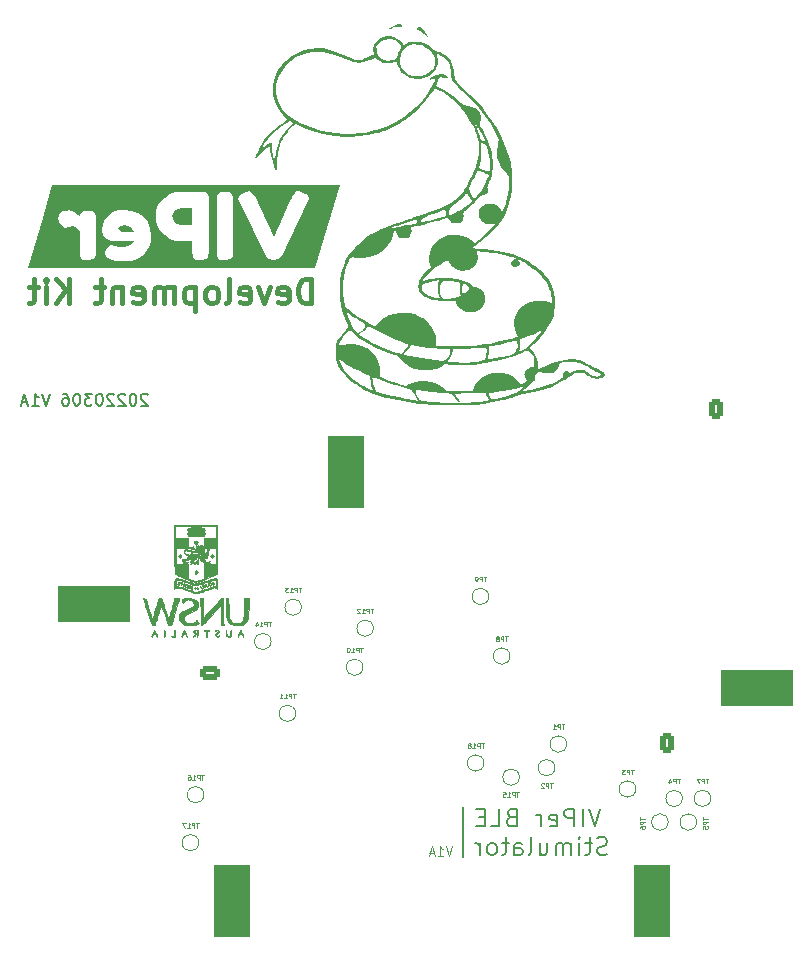
<source format=gbo>
%TF.GenerationSoftware,KiCad,Pcbnew,(6.0.2)*%
%TF.CreationDate,2022-03-08T19:39:46+11:00*%
%TF.ProjectId,VIPBoard,56495042-6f61-4726-942e-6b696361645f,rev?*%
%TF.SameCoordinates,Original*%
%TF.FileFunction,Legend,Bot*%
%TF.FilePolarity,Positive*%
%FSLAX46Y46*%
G04 Gerber Fmt 4.6, Leading zero omitted, Abs format (unit mm)*
G04 Created by KiCad (PCBNEW (6.0.2)) date 2022-03-08 19:39:46*
%MOMM*%
%LPD*%
G01*
G04 APERTURE LIST*
G04 Aperture macros list*
%AMRoundRect*
0 Rectangle with rounded corners*
0 $1 Rounding radius*
0 $2 $3 $4 $5 $6 $7 $8 $9 X,Y pos of 4 corners*
0 Add a 4 corners polygon primitive as box body*
4,1,4,$2,$3,$4,$5,$6,$7,$8,$9,$2,$3,0*
0 Add four circle primitives for the rounded corners*
1,1,$1+$1,$2,$3*
1,1,$1+$1,$4,$5*
1,1,$1+$1,$6,$7*
1,1,$1+$1,$8,$9*
0 Add four rect primitives between the rounded corners*
20,1,$1+$1,$2,$3,$4,$5,0*
20,1,$1+$1,$4,$5,$6,$7,0*
20,1,$1+$1,$6,$7,$8,$9,0*
20,1,$1+$1,$8,$9,$2,$3,0*%
G04 Aperture macros list end*
%ADD10C,0.150000*%
%ADD11C,0.400000*%
%ADD12C,0.125000*%
%ADD13C,0.200000*%
%ADD14C,0.100000*%
%ADD15C,0.010000*%
%ADD16C,0.120000*%
%ADD17C,0.900000*%
%ADD18R,1.700000X1.700000*%
%ADD19O,1.700000X1.700000*%
%ADD20RoundRect,0.250000X-0.625000X0.350000X-0.625000X-0.350000X0.625000X-0.350000X0.625000X0.350000X0*%
%ADD21O,1.750000X1.200000*%
%ADD22O,2.600000X5.000000*%
%ADD23RoundRect,0.250000X0.350000X0.625000X-0.350000X0.625000X-0.350000X-0.625000X0.350000X-0.625000X0*%
%ADD24O,1.200000X1.750000*%
%ADD25C,3.500000*%
%ADD26C,2.600000*%
%ADD27RoundRect,0.250000X-0.350000X-0.625000X0.350000X-0.625000X0.350000X0.625000X-0.350000X0.625000X0*%
%ADD28R,2.850000X1.650000*%
%ADD29C,0.650000*%
%ADD30O,1.600000X1.000000*%
%ADD31O,2.100000X1.000000*%
%ADD32O,1.000000X1.600000*%
%ADD33O,1.000000X2.100000*%
%ADD34O,3.000000X1.000000*%
%ADD35C,1.000000*%
G04 APERTURE END LIST*
G36*
X114300000Y-119634000D02*
G01*
X108204000Y-119634000D01*
X108204000Y-122682000D01*
X114300000Y-122682000D01*
X114300000Y-119634000D01*
G37*
G36*
X164338000Y-129794000D02*
G01*
X170434000Y-129794000D01*
X170434000Y-126746000D01*
X164338000Y-126746000D01*
X164338000Y-129794000D01*
G37*
G36*
X121412000Y-143256000D02*
G01*
X124460000Y-143256000D01*
X124460000Y-149352000D01*
X121412000Y-149352000D01*
X121412000Y-143256000D01*
G37*
G36*
X131064000Y-106934000D02*
G01*
X134112000Y-106934000D01*
X134112000Y-113030000D01*
X131064000Y-113030000D01*
X131064000Y-106934000D01*
G37*
D10*
X142500000Y-138320000D02*
X142500000Y-142570000D01*
G36*
X156972000Y-143256000D02*
G01*
X160020000Y-143256000D01*
X160020000Y-149352000D01*
X156972000Y-149352000D01*
X156972000Y-143256000D01*
G37*
D11*
X129665523Y-95646761D02*
X129665523Y-93646761D01*
X129189333Y-93646761D01*
X128903619Y-93742000D01*
X128713142Y-93932476D01*
X128617904Y-94122952D01*
X128522666Y-94503904D01*
X128522666Y-94789619D01*
X128617904Y-95170571D01*
X128713142Y-95361047D01*
X128903619Y-95551523D01*
X129189333Y-95646761D01*
X129665523Y-95646761D01*
X126903619Y-95551523D02*
X127094095Y-95646761D01*
X127475047Y-95646761D01*
X127665523Y-95551523D01*
X127760761Y-95361047D01*
X127760761Y-94599142D01*
X127665523Y-94408666D01*
X127475047Y-94313428D01*
X127094095Y-94313428D01*
X126903619Y-94408666D01*
X126808380Y-94599142D01*
X126808380Y-94789619D01*
X127760761Y-94980095D01*
X126141714Y-94313428D02*
X125665523Y-95646761D01*
X125189333Y-94313428D01*
X123665523Y-95551523D02*
X123856000Y-95646761D01*
X124236952Y-95646761D01*
X124427428Y-95551523D01*
X124522666Y-95361047D01*
X124522666Y-94599142D01*
X124427428Y-94408666D01*
X124236952Y-94313428D01*
X123856000Y-94313428D01*
X123665523Y-94408666D01*
X123570285Y-94599142D01*
X123570285Y-94789619D01*
X124522666Y-94980095D01*
X122427428Y-95646761D02*
X122617904Y-95551523D01*
X122713142Y-95361047D01*
X122713142Y-93646761D01*
X121379809Y-95646761D02*
X121570285Y-95551523D01*
X121665523Y-95456285D01*
X121760761Y-95265809D01*
X121760761Y-94694380D01*
X121665523Y-94503904D01*
X121570285Y-94408666D01*
X121379809Y-94313428D01*
X121094095Y-94313428D01*
X120903619Y-94408666D01*
X120808380Y-94503904D01*
X120713142Y-94694380D01*
X120713142Y-95265809D01*
X120808380Y-95456285D01*
X120903619Y-95551523D01*
X121094095Y-95646761D01*
X121379809Y-95646761D01*
X119856000Y-94313428D02*
X119856000Y-96313428D01*
X119856000Y-94408666D02*
X119665523Y-94313428D01*
X119284571Y-94313428D01*
X119094095Y-94408666D01*
X118998857Y-94503904D01*
X118903619Y-94694380D01*
X118903619Y-95265809D01*
X118998857Y-95456285D01*
X119094095Y-95551523D01*
X119284571Y-95646761D01*
X119665523Y-95646761D01*
X119856000Y-95551523D01*
X118046476Y-95646761D02*
X118046476Y-94313428D01*
X118046476Y-94503904D02*
X117951238Y-94408666D01*
X117760761Y-94313428D01*
X117475047Y-94313428D01*
X117284571Y-94408666D01*
X117189333Y-94599142D01*
X117189333Y-95646761D01*
X117189333Y-94599142D02*
X117094095Y-94408666D01*
X116903619Y-94313428D01*
X116617904Y-94313428D01*
X116427428Y-94408666D01*
X116332190Y-94599142D01*
X116332190Y-95646761D01*
X114617904Y-95551523D02*
X114808380Y-95646761D01*
X115189333Y-95646761D01*
X115379809Y-95551523D01*
X115475047Y-95361047D01*
X115475047Y-94599142D01*
X115379809Y-94408666D01*
X115189333Y-94313428D01*
X114808380Y-94313428D01*
X114617904Y-94408666D01*
X114522666Y-94599142D01*
X114522666Y-94789619D01*
X115475047Y-94980095D01*
X113665523Y-94313428D02*
X113665523Y-95646761D01*
X113665523Y-94503904D02*
X113570285Y-94408666D01*
X113379809Y-94313428D01*
X113094095Y-94313428D01*
X112903619Y-94408666D01*
X112808380Y-94599142D01*
X112808380Y-95646761D01*
X112141714Y-94313428D02*
X111379809Y-94313428D01*
X111856000Y-93646761D02*
X111856000Y-95361047D01*
X111760761Y-95551523D01*
X111570285Y-95646761D01*
X111379809Y-95646761D01*
X109189333Y-95646761D02*
X109189333Y-93646761D01*
X108046476Y-95646761D02*
X108903619Y-94503904D01*
X108046476Y-93646761D02*
X109189333Y-94789619D01*
X107189333Y-95646761D02*
X107189333Y-94313428D01*
X107189333Y-93646761D02*
X107284571Y-93742000D01*
X107189333Y-93837238D01*
X107094095Y-93742000D01*
X107189333Y-93646761D01*
X107189333Y-93837238D01*
X106522666Y-94313428D02*
X105760761Y-94313428D01*
X106236952Y-93646761D02*
X106236952Y-95361047D01*
X106141714Y-95551523D01*
X105951238Y-95646761D01*
X105760761Y-95646761D01*
D12*
X141592559Y-141661904D02*
X141325892Y-142461904D01*
X141059226Y-141661904D01*
X140373511Y-142461904D02*
X140830654Y-142461904D01*
X140602083Y-142461904D02*
X140602083Y-141661904D01*
X140678273Y-141776190D01*
X140754464Y-141852380D01*
X140830654Y-141890476D01*
X140068750Y-142233333D02*
X139687797Y-142233333D01*
X140144940Y-142461904D02*
X139878273Y-141661904D01*
X139611607Y-142461904D01*
D13*
X115823333Y-103433619D02*
X115775714Y-103386000D01*
X115680476Y-103338380D01*
X115442380Y-103338380D01*
X115347142Y-103386000D01*
X115299523Y-103433619D01*
X115251904Y-103528857D01*
X115251904Y-103624095D01*
X115299523Y-103766952D01*
X115870952Y-104338380D01*
X115251904Y-104338380D01*
X114632857Y-103338380D02*
X114537619Y-103338380D01*
X114442380Y-103386000D01*
X114394761Y-103433619D01*
X114347142Y-103528857D01*
X114299523Y-103719333D01*
X114299523Y-103957428D01*
X114347142Y-104147904D01*
X114394761Y-104243142D01*
X114442380Y-104290761D01*
X114537619Y-104338380D01*
X114632857Y-104338380D01*
X114728095Y-104290761D01*
X114775714Y-104243142D01*
X114823333Y-104147904D01*
X114870952Y-103957428D01*
X114870952Y-103719333D01*
X114823333Y-103528857D01*
X114775714Y-103433619D01*
X114728095Y-103386000D01*
X114632857Y-103338380D01*
X113918571Y-103433619D02*
X113870952Y-103386000D01*
X113775714Y-103338380D01*
X113537619Y-103338380D01*
X113442380Y-103386000D01*
X113394761Y-103433619D01*
X113347142Y-103528857D01*
X113347142Y-103624095D01*
X113394761Y-103766952D01*
X113966190Y-104338380D01*
X113347142Y-104338380D01*
X112966190Y-103433619D02*
X112918571Y-103386000D01*
X112823333Y-103338380D01*
X112585238Y-103338380D01*
X112490000Y-103386000D01*
X112442380Y-103433619D01*
X112394761Y-103528857D01*
X112394761Y-103624095D01*
X112442380Y-103766952D01*
X113013809Y-104338380D01*
X112394761Y-104338380D01*
X111775714Y-103338380D02*
X111680476Y-103338380D01*
X111585238Y-103386000D01*
X111537619Y-103433619D01*
X111490000Y-103528857D01*
X111442380Y-103719333D01*
X111442380Y-103957428D01*
X111490000Y-104147904D01*
X111537619Y-104243142D01*
X111585238Y-104290761D01*
X111680476Y-104338380D01*
X111775714Y-104338380D01*
X111870952Y-104290761D01*
X111918571Y-104243142D01*
X111966190Y-104147904D01*
X112013809Y-103957428D01*
X112013809Y-103719333D01*
X111966190Y-103528857D01*
X111918571Y-103433619D01*
X111870952Y-103386000D01*
X111775714Y-103338380D01*
X111109047Y-103338380D02*
X110490000Y-103338380D01*
X110823333Y-103719333D01*
X110680476Y-103719333D01*
X110585238Y-103766952D01*
X110537619Y-103814571D01*
X110490000Y-103909809D01*
X110490000Y-104147904D01*
X110537619Y-104243142D01*
X110585238Y-104290761D01*
X110680476Y-104338380D01*
X110966190Y-104338380D01*
X111061428Y-104290761D01*
X111109047Y-104243142D01*
X109870952Y-103338380D02*
X109775714Y-103338380D01*
X109680476Y-103386000D01*
X109632857Y-103433619D01*
X109585238Y-103528857D01*
X109537619Y-103719333D01*
X109537619Y-103957428D01*
X109585238Y-104147904D01*
X109632857Y-104243142D01*
X109680476Y-104290761D01*
X109775714Y-104338380D01*
X109870952Y-104338380D01*
X109966190Y-104290761D01*
X110013809Y-104243142D01*
X110061428Y-104147904D01*
X110109047Y-103957428D01*
X110109047Y-103719333D01*
X110061428Y-103528857D01*
X110013809Y-103433619D01*
X109966190Y-103386000D01*
X109870952Y-103338380D01*
X108680476Y-103338380D02*
X108870952Y-103338380D01*
X108966190Y-103386000D01*
X109013809Y-103433619D01*
X109109047Y-103576476D01*
X109156666Y-103766952D01*
X109156666Y-104147904D01*
X109109047Y-104243142D01*
X109061428Y-104290761D01*
X108966190Y-104338380D01*
X108775714Y-104338380D01*
X108680476Y-104290761D01*
X108632857Y-104243142D01*
X108585238Y-104147904D01*
X108585238Y-103909809D01*
X108632857Y-103814571D01*
X108680476Y-103766952D01*
X108775714Y-103719333D01*
X108966190Y-103719333D01*
X109061428Y-103766952D01*
X109109047Y-103814571D01*
X109156666Y-103909809D01*
X107537619Y-103338380D02*
X107204285Y-104338380D01*
X106870952Y-103338380D01*
X106013809Y-104338380D02*
X106585238Y-104338380D01*
X106299523Y-104338380D02*
X106299523Y-103338380D01*
X106394761Y-103481238D01*
X106490000Y-103576476D01*
X106585238Y-103624095D01*
X105632857Y-104052666D02*
X105156666Y-104052666D01*
X105728095Y-104338380D02*
X105394761Y-103338380D01*
X105061428Y-104338380D01*
X154165714Y-138471071D02*
X153665714Y-139971071D01*
X153165714Y-138471071D01*
X152665714Y-139971071D02*
X152665714Y-138471071D01*
X151951428Y-139971071D02*
X151951428Y-138471071D01*
X151380000Y-138471071D01*
X151237142Y-138542500D01*
X151165714Y-138613928D01*
X151094285Y-138756785D01*
X151094285Y-138971071D01*
X151165714Y-139113928D01*
X151237142Y-139185357D01*
X151380000Y-139256785D01*
X151951428Y-139256785D01*
X149880000Y-139899642D02*
X150022857Y-139971071D01*
X150308571Y-139971071D01*
X150451428Y-139899642D01*
X150522857Y-139756785D01*
X150522857Y-139185357D01*
X150451428Y-139042500D01*
X150308571Y-138971071D01*
X150022857Y-138971071D01*
X149880000Y-139042500D01*
X149808571Y-139185357D01*
X149808571Y-139328214D01*
X150522857Y-139471071D01*
X149165714Y-139971071D02*
X149165714Y-138971071D01*
X149165714Y-139256785D02*
X149094285Y-139113928D01*
X149022857Y-139042500D01*
X148880000Y-138971071D01*
X148737142Y-138971071D01*
X146594285Y-139185357D02*
X146380000Y-139256785D01*
X146308571Y-139328214D01*
X146237142Y-139471071D01*
X146237142Y-139685357D01*
X146308571Y-139828214D01*
X146380000Y-139899642D01*
X146522857Y-139971071D01*
X147094285Y-139971071D01*
X147094285Y-138471071D01*
X146594285Y-138471071D01*
X146451428Y-138542500D01*
X146380000Y-138613928D01*
X146308571Y-138756785D01*
X146308571Y-138899642D01*
X146380000Y-139042500D01*
X146451428Y-139113928D01*
X146594285Y-139185357D01*
X147094285Y-139185357D01*
X144880000Y-139971071D02*
X145594285Y-139971071D01*
X145594285Y-138471071D01*
X144380000Y-139185357D02*
X143880000Y-139185357D01*
X143665714Y-139971071D02*
X144380000Y-139971071D01*
X144380000Y-138471071D01*
X143665714Y-138471071D01*
X154737142Y-142314642D02*
X154522857Y-142386071D01*
X154165714Y-142386071D01*
X154022857Y-142314642D01*
X153951428Y-142243214D01*
X153880000Y-142100357D01*
X153880000Y-141957500D01*
X153951428Y-141814642D01*
X154022857Y-141743214D01*
X154165714Y-141671785D01*
X154451428Y-141600357D01*
X154594285Y-141528928D01*
X154665714Y-141457500D01*
X154737142Y-141314642D01*
X154737142Y-141171785D01*
X154665714Y-141028928D01*
X154594285Y-140957500D01*
X154451428Y-140886071D01*
X154094285Y-140886071D01*
X153880000Y-140957500D01*
X153451428Y-141386071D02*
X152880000Y-141386071D01*
X153237142Y-140886071D02*
X153237142Y-142171785D01*
X153165714Y-142314642D01*
X153022857Y-142386071D01*
X152880000Y-142386071D01*
X152380000Y-142386071D02*
X152380000Y-141386071D01*
X152380000Y-140886071D02*
X152451428Y-140957500D01*
X152380000Y-141028928D01*
X152308571Y-140957500D01*
X152380000Y-140886071D01*
X152380000Y-141028928D01*
X151665714Y-142386071D02*
X151665714Y-141386071D01*
X151665714Y-141528928D02*
X151594285Y-141457500D01*
X151451428Y-141386071D01*
X151237142Y-141386071D01*
X151094285Y-141457500D01*
X151022857Y-141600357D01*
X151022857Y-142386071D01*
X151022857Y-141600357D02*
X150951428Y-141457500D01*
X150808571Y-141386071D01*
X150594285Y-141386071D01*
X150451428Y-141457500D01*
X150380000Y-141600357D01*
X150380000Y-142386071D01*
X149022857Y-141386071D02*
X149022857Y-142386071D01*
X149665714Y-141386071D02*
X149665714Y-142171785D01*
X149594285Y-142314642D01*
X149451428Y-142386071D01*
X149237142Y-142386071D01*
X149094285Y-142314642D01*
X149022857Y-142243214D01*
X148094285Y-142386071D02*
X148237142Y-142314642D01*
X148308571Y-142171785D01*
X148308571Y-140886071D01*
X146880000Y-142386071D02*
X146880000Y-141600357D01*
X146951428Y-141457500D01*
X147094285Y-141386071D01*
X147380000Y-141386071D01*
X147522857Y-141457500D01*
X146880000Y-142314642D02*
X147022857Y-142386071D01*
X147380000Y-142386071D01*
X147522857Y-142314642D01*
X147594285Y-142171785D01*
X147594285Y-142028928D01*
X147522857Y-141886071D01*
X147380000Y-141814642D01*
X147022857Y-141814642D01*
X146880000Y-141743214D01*
X146380000Y-141386071D02*
X145808571Y-141386071D01*
X146165714Y-140886071D02*
X146165714Y-142171785D01*
X146094285Y-142314642D01*
X145951428Y-142386071D01*
X145808571Y-142386071D01*
X145094285Y-142386071D02*
X145237142Y-142314642D01*
X145308571Y-142243214D01*
X145380000Y-142100357D01*
X145380000Y-141671785D01*
X145308571Y-141528928D01*
X145237142Y-141457500D01*
X145094285Y-141386071D01*
X144880000Y-141386071D01*
X144737142Y-141457500D01*
X144665714Y-141528928D01*
X144594285Y-141671785D01*
X144594285Y-142100357D01*
X144665714Y-142243214D01*
X144737142Y-142314642D01*
X144880000Y-142386071D01*
X145094285Y-142386071D01*
X143951428Y-142386071D02*
X143951428Y-141386071D01*
X143951428Y-141671785D02*
X143880000Y-141528928D01*
X143808571Y-141457500D01*
X143665714Y-141386071D01*
X143522857Y-141386071D01*
D14*
%TO.C,TP18*%
X144295238Y-132932952D02*
X144066666Y-132932952D01*
X144180952Y-133332952D02*
X144180952Y-132932952D01*
X143933333Y-133332952D02*
X143933333Y-132932952D01*
X143780952Y-132932952D01*
X143742857Y-132952000D01*
X143723809Y-132971047D01*
X143704761Y-133009142D01*
X143704761Y-133066285D01*
X143723809Y-133104380D01*
X143742857Y-133123428D01*
X143780952Y-133142476D01*
X143933333Y-133142476D01*
X143323809Y-133332952D02*
X143552380Y-133332952D01*
X143438095Y-133332952D02*
X143438095Y-132932952D01*
X143476190Y-132990095D01*
X143514285Y-133028190D01*
X143552380Y-133047238D01*
X143095238Y-133104380D02*
X143133333Y-133085333D01*
X143152380Y-133066285D01*
X143171428Y-133028190D01*
X143171428Y-133009142D01*
X143152380Y-132971047D01*
X143133333Y-132952000D01*
X143095238Y-132932952D01*
X143019047Y-132932952D01*
X142980952Y-132952000D01*
X142961904Y-132971047D01*
X142942857Y-133009142D01*
X142942857Y-133028190D01*
X142961904Y-133066285D01*
X142980952Y-133085333D01*
X143019047Y-133104380D01*
X143095238Y-133104380D01*
X143133333Y-133123428D01*
X143152380Y-133142476D01*
X143171428Y-133180571D01*
X143171428Y-133256761D01*
X143152380Y-133294857D01*
X143133333Y-133313904D01*
X143095238Y-133332952D01*
X143019047Y-133332952D01*
X142980952Y-133313904D01*
X142961904Y-133294857D01*
X142942857Y-133256761D01*
X142942857Y-133180571D01*
X142961904Y-133142476D01*
X142980952Y-133123428D01*
X143019047Y-133104380D01*
%TO.C,TP14*%
X126272838Y-122640552D02*
X126044266Y-122640552D01*
X126158552Y-123040552D02*
X126158552Y-122640552D01*
X125910933Y-123040552D02*
X125910933Y-122640552D01*
X125758552Y-122640552D01*
X125720457Y-122659600D01*
X125701409Y-122678647D01*
X125682361Y-122716742D01*
X125682361Y-122773885D01*
X125701409Y-122811980D01*
X125720457Y-122831028D01*
X125758552Y-122850076D01*
X125910933Y-122850076D01*
X125301409Y-123040552D02*
X125529980Y-123040552D01*
X125415695Y-123040552D02*
X125415695Y-122640552D01*
X125453790Y-122697695D01*
X125491885Y-122735790D01*
X125529980Y-122754838D01*
X124958552Y-122773885D02*
X124958552Y-123040552D01*
X125053790Y-122621504D02*
X125149028Y-122907219D01*
X124901409Y-122907219D01*
%TO.C,TP10*%
X134045238Y-124824952D02*
X133816666Y-124824952D01*
X133930952Y-125224952D02*
X133930952Y-124824952D01*
X133683333Y-125224952D02*
X133683333Y-124824952D01*
X133530952Y-124824952D01*
X133492857Y-124844000D01*
X133473809Y-124863047D01*
X133454761Y-124901142D01*
X133454761Y-124958285D01*
X133473809Y-124996380D01*
X133492857Y-125015428D01*
X133530952Y-125034476D01*
X133683333Y-125034476D01*
X133073809Y-125224952D02*
X133302380Y-125224952D01*
X133188095Y-125224952D02*
X133188095Y-124824952D01*
X133226190Y-124882095D01*
X133264285Y-124920190D01*
X133302380Y-124939238D01*
X132826190Y-124824952D02*
X132788095Y-124824952D01*
X132750000Y-124844000D01*
X132730952Y-124863047D01*
X132711904Y-124901142D01*
X132692857Y-124977333D01*
X132692857Y-125072571D01*
X132711904Y-125148761D01*
X132730952Y-125186857D01*
X132750000Y-125205904D01*
X132788095Y-125224952D01*
X132826190Y-125224952D01*
X132864285Y-125205904D01*
X132883333Y-125186857D01*
X132902380Y-125148761D01*
X132921428Y-125072571D01*
X132921428Y-124977333D01*
X132902380Y-124901142D01*
X132883333Y-124863047D01*
X132864285Y-124844000D01*
X132826190Y-124824952D01*
%TO.C,TP17*%
X120145238Y-139682952D02*
X119916666Y-139682952D01*
X120030952Y-140082952D02*
X120030952Y-139682952D01*
X119783333Y-140082952D02*
X119783333Y-139682952D01*
X119630952Y-139682952D01*
X119592857Y-139702000D01*
X119573809Y-139721047D01*
X119554761Y-139759142D01*
X119554761Y-139816285D01*
X119573809Y-139854380D01*
X119592857Y-139873428D01*
X119630952Y-139892476D01*
X119783333Y-139892476D01*
X119173809Y-140082952D02*
X119402380Y-140082952D01*
X119288095Y-140082952D02*
X119288095Y-139682952D01*
X119326190Y-139740095D01*
X119364285Y-139778190D01*
X119402380Y-139797238D01*
X119040476Y-139682952D02*
X118773809Y-139682952D01*
X118945238Y-140082952D01*
%TO.C,TP12*%
X134934238Y-121522952D02*
X134705666Y-121522952D01*
X134819952Y-121922952D02*
X134819952Y-121522952D01*
X134572333Y-121922952D02*
X134572333Y-121522952D01*
X134419952Y-121522952D01*
X134381857Y-121542000D01*
X134362809Y-121561047D01*
X134343761Y-121599142D01*
X134343761Y-121656285D01*
X134362809Y-121694380D01*
X134381857Y-121713428D01*
X134419952Y-121732476D01*
X134572333Y-121732476D01*
X133962809Y-121922952D02*
X134191380Y-121922952D01*
X134077095Y-121922952D02*
X134077095Y-121522952D01*
X134115190Y-121580095D01*
X134153285Y-121618190D01*
X134191380Y-121637238D01*
X133810428Y-121561047D02*
X133791380Y-121542000D01*
X133753285Y-121522952D01*
X133658047Y-121522952D01*
X133619952Y-121542000D01*
X133600904Y-121561047D01*
X133581857Y-121599142D01*
X133581857Y-121637238D01*
X133600904Y-121694380D01*
X133829476Y-121922952D01*
X133581857Y-121922952D01*
%TO.C,TP5*%
X162848952Y-139195238D02*
X162848952Y-139423809D01*
X163248952Y-139309523D02*
X162848952Y-139309523D01*
X163248952Y-139557142D02*
X162848952Y-139557142D01*
X162848952Y-139709523D01*
X162868000Y-139747619D01*
X162887047Y-139766666D01*
X162925142Y-139785714D01*
X162982285Y-139785714D01*
X163020380Y-139766666D01*
X163039428Y-139747619D01*
X163058476Y-139709523D01*
X163058476Y-139557142D01*
X162848952Y-140147619D02*
X162848952Y-139957142D01*
X163039428Y-139938095D01*
X163020380Y-139957142D01*
X163001333Y-139995238D01*
X163001333Y-140090476D01*
X163020380Y-140128571D01*
X163039428Y-140147619D01*
X163077523Y-140166666D01*
X163172761Y-140166666D01*
X163210857Y-140147619D01*
X163229904Y-140128571D01*
X163248952Y-140090476D01*
X163248952Y-139995238D01*
X163229904Y-139957142D01*
X163210857Y-139938095D01*
%TO.C,TP11*%
X128355638Y-128736552D02*
X128127066Y-128736552D01*
X128241352Y-129136552D02*
X128241352Y-128736552D01*
X127993733Y-129136552D02*
X127993733Y-128736552D01*
X127841352Y-128736552D01*
X127803257Y-128755600D01*
X127784209Y-128774647D01*
X127765161Y-128812742D01*
X127765161Y-128869885D01*
X127784209Y-128907980D01*
X127803257Y-128927028D01*
X127841352Y-128946076D01*
X127993733Y-128946076D01*
X127384209Y-129136552D02*
X127612780Y-129136552D01*
X127498495Y-129136552D02*
X127498495Y-128736552D01*
X127536590Y-128793695D01*
X127574685Y-128831790D01*
X127612780Y-128850838D01*
X127003257Y-129136552D02*
X127231828Y-129136552D01*
X127117542Y-129136552D02*
X127117542Y-128736552D01*
X127155638Y-128793695D01*
X127193733Y-128831790D01*
X127231828Y-128850838D01*
%TO.C,TP4*%
X160904761Y-135932952D02*
X160676190Y-135932952D01*
X160790476Y-136332952D02*
X160790476Y-135932952D01*
X160542857Y-136332952D02*
X160542857Y-135932952D01*
X160390476Y-135932952D01*
X160352380Y-135952000D01*
X160333333Y-135971047D01*
X160314285Y-136009142D01*
X160314285Y-136066285D01*
X160333333Y-136104380D01*
X160352380Y-136123428D01*
X160390476Y-136142476D01*
X160542857Y-136142476D01*
X159971428Y-136066285D02*
X159971428Y-136332952D01*
X160066666Y-135913904D02*
X160161904Y-136199619D01*
X159914285Y-136199619D01*
%TO.C,TP13*%
X128838238Y-119744952D02*
X128609666Y-119744952D01*
X128723952Y-120144952D02*
X128723952Y-119744952D01*
X128476333Y-120144952D02*
X128476333Y-119744952D01*
X128323952Y-119744952D01*
X128285857Y-119764000D01*
X128266809Y-119783047D01*
X128247761Y-119821142D01*
X128247761Y-119878285D01*
X128266809Y-119916380D01*
X128285857Y-119935428D01*
X128323952Y-119954476D01*
X128476333Y-119954476D01*
X127866809Y-120144952D02*
X128095380Y-120144952D01*
X127981095Y-120144952D02*
X127981095Y-119744952D01*
X128019190Y-119802095D01*
X128057285Y-119840190D01*
X128095380Y-119859238D01*
X127733476Y-119744952D02*
X127485857Y-119744952D01*
X127619190Y-119897333D01*
X127562047Y-119897333D01*
X127523952Y-119916380D01*
X127504904Y-119935428D01*
X127485857Y-119973523D01*
X127485857Y-120068761D01*
X127504904Y-120106857D01*
X127523952Y-120125904D01*
X127562047Y-120144952D01*
X127676333Y-120144952D01*
X127714428Y-120125904D01*
X127733476Y-120106857D01*
%TO.C,TP3*%
X156968761Y-135162952D02*
X156740190Y-135162952D01*
X156854476Y-135562952D02*
X156854476Y-135162952D01*
X156606857Y-135562952D02*
X156606857Y-135162952D01*
X156454476Y-135162952D01*
X156416380Y-135182000D01*
X156397333Y-135201047D01*
X156378285Y-135239142D01*
X156378285Y-135296285D01*
X156397333Y-135334380D01*
X156416380Y-135353428D01*
X156454476Y-135372476D01*
X156606857Y-135372476D01*
X156244952Y-135162952D02*
X155997333Y-135162952D01*
X156130666Y-135315333D01*
X156073523Y-135315333D01*
X156035428Y-135334380D01*
X156016380Y-135353428D01*
X155997333Y-135391523D01*
X155997333Y-135486761D01*
X156016380Y-135524857D01*
X156035428Y-135543904D01*
X156073523Y-135562952D01*
X156187809Y-135562952D01*
X156225904Y-135543904D01*
X156244952Y-135524857D01*
%TO.C,TP15*%
X147253238Y-137067952D02*
X147024666Y-137067952D01*
X147138952Y-137467952D02*
X147138952Y-137067952D01*
X146891333Y-137467952D02*
X146891333Y-137067952D01*
X146738952Y-137067952D01*
X146700857Y-137087000D01*
X146681809Y-137106047D01*
X146662761Y-137144142D01*
X146662761Y-137201285D01*
X146681809Y-137239380D01*
X146700857Y-137258428D01*
X146738952Y-137277476D01*
X146891333Y-137277476D01*
X146281809Y-137467952D02*
X146510380Y-137467952D01*
X146396095Y-137467952D02*
X146396095Y-137067952D01*
X146434190Y-137125095D01*
X146472285Y-137163190D01*
X146510380Y-137182238D01*
X145919904Y-137067952D02*
X146110380Y-137067952D01*
X146129428Y-137258428D01*
X146110380Y-137239380D01*
X146072285Y-137220333D01*
X145977047Y-137220333D01*
X145938952Y-137239380D01*
X145919904Y-137258428D01*
X145900857Y-137296523D01*
X145900857Y-137391761D01*
X145919904Y-137429857D01*
X145938952Y-137448904D01*
X145977047Y-137467952D01*
X146072285Y-137467952D01*
X146110380Y-137448904D01*
X146129428Y-137429857D01*
%TO.C,TP8*%
X146304761Y-123882952D02*
X146076190Y-123882952D01*
X146190476Y-124282952D02*
X146190476Y-123882952D01*
X145942857Y-124282952D02*
X145942857Y-123882952D01*
X145790476Y-123882952D01*
X145752380Y-123902000D01*
X145733333Y-123921047D01*
X145714285Y-123959142D01*
X145714285Y-124016285D01*
X145733333Y-124054380D01*
X145752380Y-124073428D01*
X145790476Y-124092476D01*
X145942857Y-124092476D01*
X145485714Y-124054380D02*
X145523809Y-124035333D01*
X145542857Y-124016285D01*
X145561904Y-123978190D01*
X145561904Y-123959142D01*
X145542857Y-123921047D01*
X145523809Y-123902000D01*
X145485714Y-123882952D01*
X145409523Y-123882952D01*
X145371428Y-123902000D01*
X145352380Y-123921047D01*
X145333333Y-123959142D01*
X145333333Y-123978190D01*
X145352380Y-124016285D01*
X145371428Y-124035333D01*
X145409523Y-124054380D01*
X145485714Y-124054380D01*
X145523809Y-124073428D01*
X145542857Y-124092476D01*
X145561904Y-124130571D01*
X145561904Y-124206761D01*
X145542857Y-124244857D01*
X145523809Y-124263904D01*
X145485714Y-124282952D01*
X145409523Y-124282952D01*
X145371428Y-124263904D01*
X145352380Y-124244857D01*
X145333333Y-124206761D01*
X145333333Y-124130571D01*
X145352380Y-124092476D01*
X145371428Y-124073428D01*
X145409523Y-124054380D01*
%TO.C,TP9*%
X144504761Y-118832952D02*
X144276190Y-118832952D01*
X144390476Y-119232952D02*
X144390476Y-118832952D01*
X144142857Y-119232952D02*
X144142857Y-118832952D01*
X143990476Y-118832952D01*
X143952380Y-118852000D01*
X143933333Y-118871047D01*
X143914285Y-118909142D01*
X143914285Y-118966285D01*
X143933333Y-119004380D01*
X143952380Y-119023428D01*
X143990476Y-119042476D01*
X144142857Y-119042476D01*
X143723809Y-119232952D02*
X143647619Y-119232952D01*
X143609523Y-119213904D01*
X143590476Y-119194857D01*
X143552380Y-119137714D01*
X143533333Y-119061523D01*
X143533333Y-118909142D01*
X143552380Y-118871047D01*
X143571428Y-118852000D01*
X143609523Y-118832952D01*
X143685714Y-118832952D01*
X143723809Y-118852000D01*
X143742857Y-118871047D01*
X143761904Y-118909142D01*
X143761904Y-119004380D01*
X143742857Y-119042476D01*
X143723809Y-119061523D01*
X143685714Y-119080571D01*
X143609523Y-119080571D01*
X143571428Y-119061523D01*
X143552380Y-119042476D01*
X143533333Y-119004380D01*
%TO.C,TP16*%
X120583238Y-135619952D02*
X120354666Y-135619952D01*
X120468952Y-136019952D02*
X120468952Y-135619952D01*
X120221333Y-136019952D02*
X120221333Y-135619952D01*
X120068952Y-135619952D01*
X120030857Y-135639000D01*
X120011809Y-135658047D01*
X119992761Y-135696142D01*
X119992761Y-135753285D01*
X120011809Y-135791380D01*
X120030857Y-135810428D01*
X120068952Y-135829476D01*
X120221333Y-135829476D01*
X119611809Y-136019952D02*
X119840380Y-136019952D01*
X119726095Y-136019952D02*
X119726095Y-135619952D01*
X119764190Y-135677095D01*
X119802285Y-135715190D01*
X119840380Y-135734238D01*
X119268952Y-135619952D02*
X119345142Y-135619952D01*
X119383238Y-135639000D01*
X119402285Y-135658047D01*
X119440380Y-135715190D01*
X119459428Y-135791380D01*
X119459428Y-135943761D01*
X119440380Y-135981857D01*
X119421333Y-136000904D01*
X119383238Y-136019952D01*
X119307047Y-136019952D01*
X119268952Y-136000904D01*
X119249904Y-135981857D01*
X119230857Y-135943761D01*
X119230857Y-135848523D01*
X119249904Y-135810428D01*
X119268952Y-135791380D01*
X119307047Y-135772333D01*
X119383238Y-135772333D01*
X119421333Y-135791380D01*
X119440380Y-135810428D01*
X119459428Y-135848523D01*
%TO.C,TP6*%
X157514952Y-139195238D02*
X157514952Y-139423809D01*
X157914952Y-139309523D02*
X157514952Y-139309523D01*
X157914952Y-139557142D02*
X157514952Y-139557142D01*
X157514952Y-139709523D01*
X157534000Y-139747619D01*
X157553047Y-139766666D01*
X157591142Y-139785714D01*
X157648285Y-139785714D01*
X157686380Y-139766666D01*
X157705428Y-139747619D01*
X157724476Y-139709523D01*
X157724476Y-139557142D01*
X157514952Y-140128571D02*
X157514952Y-140052380D01*
X157534000Y-140014285D01*
X157553047Y-139995238D01*
X157610190Y-139957142D01*
X157686380Y-139938095D01*
X157838761Y-139938095D01*
X157876857Y-139957142D01*
X157895904Y-139976190D01*
X157914952Y-140014285D01*
X157914952Y-140090476D01*
X157895904Y-140128571D01*
X157876857Y-140147619D01*
X157838761Y-140166666D01*
X157743523Y-140166666D01*
X157705428Y-140147619D01*
X157686380Y-140128571D01*
X157667333Y-140090476D01*
X157667333Y-140014285D01*
X157686380Y-139976190D01*
X157705428Y-139957142D01*
X157743523Y-139938095D01*
%TO.C,TP1*%
X151104761Y-131332952D02*
X150876190Y-131332952D01*
X150990476Y-131732952D02*
X150990476Y-131332952D01*
X150742857Y-131732952D02*
X150742857Y-131332952D01*
X150590476Y-131332952D01*
X150552380Y-131352000D01*
X150533333Y-131371047D01*
X150514285Y-131409142D01*
X150514285Y-131466285D01*
X150533333Y-131504380D01*
X150552380Y-131523428D01*
X150590476Y-131542476D01*
X150742857Y-131542476D01*
X150133333Y-131732952D02*
X150361904Y-131732952D01*
X150247619Y-131732952D02*
X150247619Y-131332952D01*
X150285714Y-131390095D01*
X150323809Y-131428190D01*
X150361904Y-131447238D01*
%TO.C,TP2*%
X150104761Y-136305952D02*
X149876190Y-136305952D01*
X149990476Y-136705952D02*
X149990476Y-136305952D01*
X149742857Y-136705952D02*
X149742857Y-136305952D01*
X149590476Y-136305952D01*
X149552380Y-136325000D01*
X149533333Y-136344047D01*
X149514285Y-136382142D01*
X149514285Y-136439285D01*
X149533333Y-136477380D01*
X149552380Y-136496428D01*
X149590476Y-136515476D01*
X149742857Y-136515476D01*
X149361904Y-136344047D02*
X149342857Y-136325000D01*
X149304761Y-136305952D01*
X149209523Y-136305952D01*
X149171428Y-136325000D01*
X149152380Y-136344047D01*
X149133333Y-136382142D01*
X149133333Y-136420238D01*
X149152380Y-136477380D01*
X149380952Y-136705952D01*
X149133333Y-136705952D01*
%TO.C,TP7*%
X163304761Y-135932952D02*
X163076190Y-135932952D01*
X163190476Y-136332952D02*
X163190476Y-135932952D01*
X162942857Y-136332952D02*
X162942857Y-135932952D01*
X162790476Y-135932952D01*
X162752380Y-135952000D01*
X162733333Y-135971047D01*
X162714285Y-136009142D01*
X162714285Y-136066285D01*
X162733333Y-136104380D01*
X162752380Y-136123428D01*
X162790476Y-136142476D01*
X162942857Y-136142476D01*
X162580952Y-135932952D02*
X162314285Y-135932952D01*
X162485714Y-136332952D01*
D15*
%TO.C,G\u002A\u002A\u002A*%
X122430454Y-123346456D02*
X122420173Y-123415664D01*
X122420173Y-123415664D02*
X122421394Y-123541868D01*
X122421394Y-123541868D02*
X122422302Y-123562176D01*
X122422302Y-123562176D02*
X122431522Y-123692415D01*
X122431522Y-123692415D02*
X122448137Y-123774638D01*
X122448137Y-123774638D02*
X122478463Y-123828553D01*
X122478463Y-123828553D02*
X122520002Y-123867052D01*
X122520002Y-123867052D02*
X122618374Y-123924057D01*
X122618374Y-123924057D02*
X122713901Y-123925593D01*
X122713901Y-123925593D02*
X122800533Y-123891350D01*
X122800533Y-123891350D02*
X122843776Y-123863936D01*
X122843776Y-123863936D02*
X122870135Y-123824549D01*
X122870135Y-123824549D02*
X122884752Y-123756645D01*
X122884752Y-123756645D02*
X122892766Y-123643683D01*
X122892766Y-123643683D02*
X122895091Y-123587049D01*
X122895091Y-123587049D02*
X122896147Y-123443270D01*
X122896147Y-123443270D02*
X122886971Y-123353938D01*
X122886971Y-123353938D02*
X122869691Y-123325467D01*
X122869691Y-123325467D02*
X122850277Y-123357002D01*
X122850277Y-123357002D02*
X122837848Y-123442623D01*
X122837848Y-123442623D02*
X122834400Y-123543181D01*
X122834400Y-123543181D02*
X122823351Y-123702287D01*
X122823351Y-123702287D02*
X122787455Y-123804258D01*
X122787455Y-123804258D02*
X122722587Y-123856444D01*
X122722587Y-123856444D02*
X122652488Y-123867333D01*
X122652488Y-123867333D02*
X122576250Y-123853463D01*
X122576250Y-123853463D02*
X122528241Y-123804840D01*
X122528241Y-123804840D02*
X122503168Y-123710946D01*
X122503168Y-123710946D02*
X122495739Y-123561261D01*
X122495739Y-123561261D02*
X122495733Y-123555760D01*
X122495733Y-123555760D02*
X122490988Y-123420076D01*
X122490988Y-123420076D02*
X122476005Y-123345426D01*
X122476005Y-123345426D02*
X122453400Y-123325390D01*
X122453400Y-123325390D02*
X122430454Y-123346456D01*
X122430454Y-123346456D02*
X122430454Y-123346456D01*
G36*
X122476005Y-123345426D02*
G01*
X122490988Y-123420076D01*
X122495733Y-123555760D01*
X122495739Y-123561261D01*
X122503168Y-123710946D01*
X122528241Y-123804840D01*
X122576250Y-123853463D01*
X122652488Y-123867333D01*
X122722587Y-123856444D01*
X122787455Y-123804258D01*
X122823351Y-123702287D01*
X122834400Y-123543181D01*
X122837848Y-123442623D01*
X122850277Y-123357002D01*
X122869691Y-123325467D01*
X122886971Y-123353938D01*
X122896147Y-123443270D01*
X122895091Y-123587049D01*
X122892766Y-123643683D01*
X122884752Y-123756645D01*
X122870135Y-123824549D01*
X122843776Y-123863936D01*
X122800533Y-123891350D01*
X122713901Y-123925593D01*
X122618374Y-123924057D01*
X122520002Y-123867052D01*
X122478463Y-123828553D01*
X122448137Y-123774638D01*
X122431522Y-123692415D01*
X122422302Y-123562176D01*
X122421394Y-123541868D01*
X122420173Y-123415664D01*
X122430454Y-123346456D01*
X122453400Y-123325390D01*
X122476005Y-123345426D01*
G37*
X122476005Y-123345426D02*
X122490988Y-123420076D01*
X122495733Y-123555760D01*
X122495739Y-123561261D01*
X122503168Y-123710946D01*
X122528241Y-123804840D01*
X122576250Y-123853463D01*
X122652488Y-123867333D01*
X122722587Y-123856444D01*
X122787455Y-123804258D01*
X122823351Y-123702287D01*
X122834400Y-123543181D01*
X122837848Y-123442623D01*
X122850277Y-123357002D01*
X122869691Y-123325467D01*
X122886971Y-123353938D01*
X122896147Y-123443270D01*
X122895091Y-123587049D01*
X122892766Y-123643683D01*
X122884752Y-123756645D01*
X122870135Y-123824549D01*
X122843776Y-123863936D01*
X122800533Y-123891350D01*
X122713901Y-123925593D01*
X122618374Y-123924057D01*
X122520002Y-123867052D01*
X122478463Y-123828553D01*
X122448137Y-123774638D01*
X122431522Y-123692415D01*
X122422302Y-123562176D01*
X122421394Y-123541868D01*
X122420173Y-123415664D01*
X122430454Y-123346456D01*
X122453400Y-123325390D01*
X122476005Y-123345426D01*
X121594794Y-123334478D02*
X121550745Y-123363113D01*
X121550745Y-123363113D02*
X121547467Y-123376267D01*
X121547467Y-123376267D02*
X121565754Y-123421335D01*
X121565754Y-123421335D02*
X121581334Y-123427067D01*
X121581334Y-123427067D02*
X121614216Y-123401295D01*
X121614216Y-123401295D02*
X121615200Y-123393200D01*
X121615200Y-123393200D02*
X121638921Y-123362709D01*
X121638921Y-123362709D02*
X121691399Y-123366735D01*
X121691399Y-123366735D02*
X121744611Y-123402865D01*
X121744611Y-123402865D02*
X121745946Y-123404445D01*
X121745946Y-123404445D02*
X121761052Y-123461683D01*
X121761052Y-123461683D02*
X121715489Y-123528321D01*
X121715489Y-123528321D02*
X121606767Y-123607996D01*
X121606767Y-123607996D02*
X121606734Y-123608017D01*
X121606734Y-123608017D02*
X121530986Y-123683413D01*
X121530986Y-123683413D02*
X121520976Y-123770788D01*
X121520976Y-123770788D02*
X121577373Y-123863308D01*
X121577373Y-123863308D02*
X121581334Y-123867333D01*
X121581334Y-123867333D02*
X121680063Y-123926201D01*
X121680063Y-123926201D02*
X121793015Y-123918887D01*
X121793015Y-123918887D02*
X121809934Y-123912637D01*
X121809934Y-123912637D02*
X121847395Y-123868192D01*
X121847395Y-123868192D02*
X121852267Y-123840804D01*
X121852267Y-123840804D02*
X121842959Y-123805696D01*
X121842959Y-123805696D02*
X121811627Y-123826693D01*
X121811627Y-123826693D02*
X121734091Y-123864531D01*
X121734091Y-123864531D02*
X121652161Y-123849155D01*
X121652161Y-123849155D02*
X121619921Y-123822221D01*
X121619921Y-123822221D02*
X121604815Y-123764983D01*
X121604815Y-123764983D02*
X121650378Y-123698346D01*
X121650378Y-123698346D02*
X121759100Y-123618670D01*
X121759100Y-123618670D02*
X121759134Y-123618649D01*
X121759134Y-123618649D02*
X121831283Y-123544337D01*
X121831283Y-123544337D02*
X121852271Y-123455039D01*
X121852271Y-123455039D02*
X121817592Y-123372432D01*
X121817592Y-123372432D02*
X121811627Y-123366106D01*
X121811627Y-123366106D02*
X121751006Y-123334984D01*
X121751006Y-123334984D02*
X121670138Y-123324772D01*
X121670138Y-123324772D02*
X121594794Y-123334478D01*
X121594794Y-123334478D02*
X121594794Y-123334478D01*
G36*
X121751006Y-123334984D02*
G01*
X121811627Y-123366106D01*
X121817592Y-123372432D01*
X121852271Y-123455039D01*
X121831283Y-123544337D01*
X121759134Y-123618649D01*
X121759100Y-123618670D01*
X121650378Y-123698346D01*
X121604815Y-123764983D01*
X121619921Y-123822221D01*
X121652161Y-123849155D01*
X121734091Y-123864531D01*
X121811627Y-123826693D01*
X121842959Y-123805696D01*
X121852267Y-123840804D01*
X121847395Y-123868192D01*
X121809934Y-123912637D01*
X121793015Y-123918887D01*
X121680063Y-123926201D01*
X121581334Y-123867333D01*
X121577373Y-123863308D01*
X121520976Y-123770788D01*
X121530986Y-123683413D01*
X121606734Y-123608017D01*
X121606767Y-123607996D01*
X121715489Y-123528321D01*
X121761052Y-123461683D01*
X121745946Y-123404445D01*
X121744611Y-123402865D01*
X121691399Y-123366735D01*
X121638921Y-123362709D01*
X121615200Y-123393200D01*
X121614216Y-123401295D01*
X121581334Y-123427067D01*
X121565754Y-123421335D01*
X121547467Y-123376267D01*
X121550745Y-123363113D01*
X121594794Y-123334478D01*
X121670138Y-123324772D01*
X121751006Y-123334984D01*
G37*
X121751006Y-123334984D02*
X121811627Y-123366106D01*
X121817592Y-123372432D01*
X121852271Y-123455039D01*
X121831283Y-123544337D01*
X121759134Y-123618649D01*
X121759100Y-123618670D01*
X121650378Y-123698346D01*
X121604815Y-123764983D01*
X121619921Y-123822221D01*
X121652161Y-123849155D01*
X121734091Y-123864531D01*
X121811627Y-123826693D01*
X121842959Y-123805696D01*
X121852267Y-123840804D01*
X121847395Y-123868192D01*
X121809934Y-123912637D01*
X121793015Y-123918887D01*
X121680063Y-123926201D01*
X121581334Y-123867333D01*
X121577373Y-123863308D01*
X121520976Y-123770788D01*
X121530986Y-123683413D01*
X121606734Y-123608017D01*
X121606767Y-123607996D01*
X121715489Y-123528321D01*
X121761052Y-123461683D01*
X121745946Y-123404445D01*
X121744611Y-123402865D01*
X121691399Y-123366735D01*
X121638921Y-123362709D01*
X121615200Y-123393200D01*
X121614216Y-123401295D01*
X121581334Y-123427067D01*
X121565754Y-123421335D01*
X121547467Y-123376267D01*
X121550745Y-123363113D01*
X121594794Y-123334478D01*
X121670138Y-123324772D01*
X121751006Y-123334984D01*
X123647563Y-123333502D02*
X123647200Y-123334961D01*
X123647200Y-123334961D02*
X123634947Y-123368225D01*
X123634947Y-123368225D02*
X123602159Y-123449221D01*
X123602159Y-123449221D02*
X123554793Y-123563345D01*
X123554793Y-123563345D02*
X123529798Y-123622828D01*
X123529798Y-123622828D02*
X123474726Y-123758562D01*
X123474726Y-123758562D02*
X123446729Y-123843431D01*
X123446729Y-123843431D02*
X123443447Y-123887575D01*
X123443447Y-123887575D02*
X123462521Y-123901133D01*
X123462521Y-123901133D02*
X123465006Y-123901200D01*
X123465006Y-123901200D02*
X123512309Y-123872592D01*
X123512309Y-123872592D02*
X123554507Y-123803372D01*
X123554507Y-123803372D02*
X123555967Y-123799600D01*
X123555967Y-123799600D02*
X123597057Y-123726159D01*
X123597057Y-123726159D02*
X123661544Y-123699869D01*
X123661544Y-123699869D02*
X123702734Y-123698000D01*
X123702734Y-123698000D02*
X123781492Y-123707844D01*
X123781492Y-123707844D02*
X123819608Y-123750761D01*
X123819608Y-123750761D02*
X123833467Y-123799600D01*
X123833467Y-123799600D02*
X123862874Y-123870830D01*
X123862874Y-123870830D02*
X123902718Y-123901188D01*
X123902718Y-123901188D02*
X123903464Y-123901200D01*
X123903464Y-123901200D02*
X123923737Y-123886190D01*
X123923737Y-123886190D02*
X123915486Y-123834457D01*
X123915486Y-123834457D02*
X123876652Y-123735941D01*
X123876652Y-123735941D02*
X123863564Y-123706467D01*
X123863564Y-123706467D02*
X123810743Y-123586153D01*
X123810743Y-123586153D02*
X123806779Y-123576697D01*
X123806779Y-123576697D02*
X123735490Y-123576697D01*
X123735490Y-123576697D02*
X123732346Y-123621976D01*
X123732346Y-123621976D02*
X123701624Y-123630267D01*
X123701624Y-123630267D02*
X123654417Y-123605675D01*
X123654417Y-123605675D02*
X123647200Y-123581465D01*
X123647200Y-123581465D02*
X123667840Y-123523806D01*
X123667840Y-123523806D02*
X123681067Y-123511733D01*
X123681067Y-123511733D02*
X123712746Y-123502616D01*
X123712746Y-123502616D02*
X123714934Y-123506965D01*
X123714934Y-123506965D02*
X123725541Y-123548736D01*
X123725541Y-123548736D02*
X123735490Y-123576697D01*
X123735490Y-123576697D02*
X123806779Y-123576697D01*
X123806779Y-123576697D02*
X123764921Y-123476858D01*
X123764921Y-123476858D02*
X123742145Y-123418600D01*
X123742145Y-123418600D02*
X123708670Y-123351959D01*
X123708670Y-123351959D02*
X123677754Y-123325467D01*
X123677754Y-123325467D02*
X123647563Y-123333502D01*
X123647563Y-123333502D02*
X123647563Y-123333502D01*
G36*
X123863564Y-123706467D02*
G01*
X123876652Y-123735941D01*
X123915486Y-123834457D01*
X123923737Y-123886190D01*
X123903464Y-123901200D01*
X123902718Y-123901188D01*
X123862874Y-123870830D01*
X123833467Y-123799600D01*
X123819608Y-123750761D01*
X123781492Y-123707844D01*
X123702734Y-123698000D01*
X123661544Y-123699869D01*
X123597057Y-123726159D01*
X123555967Y-123799600D01*
X123554507Y-123803372D01*
X123512309Y-123872592D01*
X123465006Y-123901200D01*
X123462521Y-123901133D01*
X123443447Y-123887575D01*
X123446729Y-123843431D01*
X123474726Y-123758562D01*
X123529798Y-123622828D01*
X123547179Y-123581465D01*
X123647200Y-123581465D01*
X123654417Y-123605675D01*
X123701624Y-123630267D01*
X123732346Y-123621976D01*
X123735490Y-123576697D01*
X123725541Y-123548736D01*
X123714934Y-123506965D01*
X123712746Y-123502616D01*
X123681067Y-123511733D01*
X123667840Y-123523806D01*
X123647200Y-123581465D01*
X123547179Y-123581465D01*
X123554793Y-123563345D01*
X123602159Y-123449221D01*
X123634947Y-123368225D01*
X123647200Y-123334961D01*
X123647563Y-123333502D01*
X123677754Y-123325467D01*
X123708670Y-123351959D01*
X123742145Y-123418600D01*
X123764921Y-123476858D01*
X123806779Y-123576697D01*
X123810743Y-123586153D01*
X123863564Y-123706467D01*
G37*
X123863564Y-123706467D02*
X123876652Y-123735941D01*
X123915486Y-123834457D01*
X123923737Y-123886190D01*
X123903464Y-123901200D01*
X123902718Y-123901188D01*
X123862874Y-123870830D01*
X123833467Y-123799600D01*
X123819608Y-123750761D01*
X123781492Y-123707844D01*
X123702734Y-123698000D01*
X123661544Y-123699869D01*
X123597057Y-123726159D01*
X123555967Y-123799600D01*
X123554507Y-123803372D01*
X123512309Y-123872592D01*
X123465006Y-123901200D01*
X123462521Y-123901133D01*
X123443447Y-123887575D01*
X123446729Y-123843431D01*
X123474726Y-123758562D01*
X123529798Y-123622828D01*
X123547179Y-123581465D01*
X123647200Y-123581465D01*
X123654417Y-123605675D01*
X123701624Y-123630267D01*
X123732346Y-123621976D01*
X123735490Y-123576697D01*
X123725541Y-123548736D01*
X123714934Y-123506965D01*
X123712746Y-123502616D01*
X123681067Y-123511733D01*
X123667840Y-123523806D01*
X123647200Y-123581465D01*
X123547179Y-123581465D01*
X123554793Y-123563345D01*
X123602159Y-123449221D01*
X123634947Y-123368225D01*
X123647200Y-123334961D01*
X123647563Y-123333502D01*
X123677754Y-123325467D01*
X123708670Y-123351959D01*
X123742145Y-123418600D01*
X123764921Y-123476858D01*
X123806779Y-123576697D01*
X123810743Y-123586153D01*
X123863564Y-123706467D01*
X120704301Y-123330252D02*
X120625543Y-123342927D01*
X120625543Y-123342927D02*
X120599200Y-123359333D01*
X120599200Y-123359333D02*
X120628183Y-123384792D01*
X120628183Y-123384792D02*
X120683867Y-123393200D01*
X120683867Y-123393200D02*
X120726932Y-123396365D01*
X120726932Y-123396365D02*
X120752176Y-123415373D01*
X120752176Y-123415373D02*
X120764354Y-123464491D01*
X120764354Y-123464491D02*
X120768222Y-123557986D01*
X120768222Y-123557986D02*
X120768533Y-123647200D01*
X120768533Y-123647200D02*
X120771858Y-123785133D01*
X120771858Y-123785133D02*
X120783038Y-123865672D01*
X120783038Y-123865672D02*
X120803888Y-123898888D01*
X120803888Y-123898888D02*
X120814247Y-123901200D01*
X120814247Y-123901200D02*
X120837566Y-123886331D01*
X120837566Y-123886331D02*
X120848474Y-123834043D01*
X120848474Y-123834043D02*
X120848304Y-123732816D01*
X120848304Y-123732816D02*
X120843660Y-123647200D01*
X120843660Y-123647200D02*
X120827359Y-123393200D01*
X120827359Y-123393200D02*
X120933413Y-123393200D01*
X120933413Y-123393200D02*
X121006652Y-123383771D01*
X121006652Y-123383771D02*
X121039351Y-123360917D01*
X121039351Y-123360917D02*
X121039467Y-123359333D01*
X121039467Y-123359333D02*
X121008364Y-123341636D01*
X121008364Y-123341636D02*
X120925971Y-123329519D01*
X120925971Y-123329519D02*
X120819333Y-123325467D01*
X120819333Y-123325467D02*
X120704301Y-123330252D01*
X120704301Y-123330252D02*
X120704301Y-123330252D01*
G36*
X120925971Y-123329519D02*
G01*
X121008364Y-123341636D01*
X121039467Y-123359333D01*
X121039351Y-123360917D01*
X121006652Y-123383771D01*
X120933413Y-123393200D01*
X120827359Y-123393200D01*
X120843660Y-123647200D01*
X120848304Y-123732816D01*
X120848474Y-123834043D01*
X120837566Y-123886331D01*
X120814247Y-123901200D01*
X120803888Y-123898888D01*
X120783038Y-123865672D01*
X120771858Y-123785133D01*
X120768533Y-123647200D01*
X120768222Y-123557986D01*
X120764354Y-123464491D01*
X120752176Y-123415373D01*
X120726932Y-123396365D01*
X120683867Y-123393200D01*
X120628183Y-123384792D01*
X120599200Y-123359333D01*
X120625543Y-123342927D01*
X120704301Y-123330252D01*
X120819333Y-123325467D01*
X120925971Y-123329519D01*
G37*
X120925971Y-123329519D02*
X121008364Y-123341636D01*
X121039467Y-123359333D01*
X121039351Y-123360917D01*
X121006652Y-123383771D01*
X120933413Y-123393200D01*
X120827359Y-123393200D01*
X120843660Y-123647200D01*
X120848304Y-123732816D01*
X120848474Y-123834043D01*
X120837566Y-123886331D01*
X120814247Y-123901200D01*
X120803888Y-123898888D01*
X120783038Y-123865672D01*
X120771858Y-123785133D01*
X120768533Y-123647200D01*
X120768222Y-123557986D01*
X120764354Y-123464491D01*
X120752176Y-123415373D01*
X120726932Y-123396365D01*
X120683867Y-123393200D01*
X120628183Y-123384792D01*
X120599200Y-123359333D01*
X120625543Y-123342927D01*
X120704301Y-123330252D01*
X120819333Y-123325467D01*
X120925971Y-123329519D01*
X119814202Y-123339647D02*
X119725289Y-123377397D01*
X119725289Y-123377397D02*
X119685549Y-123431530D01*
X119685549Y-123431530D02*
X119684800Y-123440624D01*
X119684800Y-123440624D02*
X119704423Y-123496800D01*
X119704423Y-123496800D02*
X119751918Y-123570958D01*
X119751918Y-123570958D02*
X119754619Y-123574425D01*
X119754619Y-123574425D02*
X119824437Y-123663185D01*
X119824437Y-123663185D02*
X119733666Y-123782192D01*
X119733666Y-123782192D02*
X119681686Y-123857293D01*
X119681686Y-123857293D02*
X119673056Y-123893447D01*
X119673056Y-123893447D02*
X119695990Y-123901200D01*
X119695990Y-123901200D02*
X119747781Y-123876049D01*
X119747781Y-123876049D02*
X119814685Y-123812889D01*
X119814685Y-123812889D02*
X119839496Y-123782667D01*
X119839496Y-123782667D02*
X119900765Y-123710485D01*
X119900765Y-123710485D02*
X119948441Y-123668480D01*
X119948441Y-123668480D02*
X119959753Y-123664133D01*
X119959753Y-123664133D02*
X119979485Y-123693917D01*
X119979485Y-123693917D02*
X119989344Y-123767150D01*
X119989344Y-123767150D02*
X119989600Y-123782667D01*
X119989600Y-123782667D02*
X119998106Y-123861013D01*
X119998106Y-123861013D02*
X120019022Y-123900176D01*
X120019022Y-123900176D02*
X120023467Y-123901200D01*
X120023467Y-123901200D02*
X120039960Y-123869363D01*
X120039960Y-123869363D02*
X120051639Y-123781801D01*
X120051639Y-123781801D02*
X120057103Y-123650435D01*
X120057103Y-123650435D02*
X120057333Y-123613333D01*
X120057333Y-123613333D02*
X120057333Y-123491033D01*
X120057333Y-123491033D02*
X119990038Y-123491033D01*
X119990038Y-123491033D02*
X119976566Y-123560324D01*
X119976566Y-123560324D02*
X119965852Y-123574993D01*
X119965852Y-123574993D02*
X119908957Y-123591106D01*
X119908957Y-123591106D02*
X119842185Y-123560117D01*
X119842185Y-123560117D02*
X119807538Y-123520835D01*
X119807538Y-123520835D02*
X119798277Y-123454792D01*
X119798277Y-123454792D02*
X119834763Y-123395265D01*
X119834763Y-123395265D02*
X119897108Y-123365488D01*
X119897108Y-123365488D02*
X119936174Y-123370573D01*
X119936174Y-123370573D02*
X119974856Y-123415950D01*
X119974856Y-123415950D02*
X119990038Y-123491033D01*
X119990038Y-123491033D02*
X120057333Y-123491033D01*
X120057333Y-123491033D02*
X120057333Y-123325467D01*
X120057333Y-123325467D02*
X119936574Y-123325467D01*
X119936574Y-123325467D02*
X119814202Y-123339647D01*
X119814202Y-123339647D02*
X119814202Y-123339647D01*
G36*
X120057103Y-123650435D02*
G01*
X120051639Y-123781801D01*
X120039960Y-123869363D01*
X120023467Y-123901200D01*
X120019022Y-123900176D01*
X119998106Y-123861013D01*
X119989600Y-123782667D01*
X119989344Y-123767150D01*
X119979485Y-123693917D01*
X119959753Y-123664133D01*
X119948441Y-123668480D01*
X119900765Y-123710485D01*
X119839496Y-123782667D01*
X119814685Y-123812889D01*
X119747781Y-123876049D01*
X119695990Y-123901200D01*
X119673056Y-123893447D01*
X119681686Y-123857293D01*
X119733666Y-123782192D01*
X119824437Y-123663185D01*
X119754619Y-123574425D01*
X119751918Y-123570958D01*
X119704423Y-123496800D01*
X119689749Y-123454792D01*
X119798277Y-123454792D01*
X119807538Y-123520835D01*
X119842185Y-123560117D01*
X119908957Y-123591106D01*
X119965852Y-123574993D01*
X119976566Y-123560324D01*
X119990038Y-123491033D01*
X119974856Y-123415950D01*
X119936174Y-123370573D01*
X119897108Y-123365488D01*
X119834763Y-123395265D01*
X119798277Y-123454792D01*
X119689749Y-123454792D01*
X119684800Y-123440624D01*
X119685549Y-123431530D01*
X119725289Y-123377397D01*
X119814202Y-123339647D01*
X119936574Y-123325467D01*
X120057333Y-123325467D01*
X120057333Y-123613333D01*
X120057103Y-123650435D01*
G37*
X120057103Y-123650435D02*
X120051639Y-123781801D01*
X120039960Y-123869363D01*
X120023467Y-123901200D01*
X120019022Y-123900176D01*
X119998106Y-123861013D01*
X119989600Y-123782667D01*
X119989344Y-123767150D01*
X119979485Y-123693917D01*
X119959753Y-123664133D01*
X119948441Y-123668480D01*
X119900765Y-123710485D01*
X119839496Y-123782667D01*
X119814685Y-123812889D01*
X119747781Y-123876049D01*
X119695990Y-123901200D01*
X119673056Y-123893447D01*
X119681686Y-123857293D01*
X119733666Y-123782192D01*
X119824437Y-123663185D01*
X119754619Y-123574425D01*
X119751918Y-123570958D01*
X119704423Y-123496800D01*
X119689749Y-123454792D01*
X119798277Y-123454792D01*
X119807538Y-123520835D01*
X119842185Y-123560117D01*
X119908957Y-123591106D01*
X119965852Y-123574993D01*
X119976566Y-123560324D01*
X119990038Y-123491033D01*
X119974856Y-123415950D01*
X119936174Y-123370573D01*
X119897108Y-123365488D01*
X119834763Y-123395265D01*
X119798277Y-123454792D01*
X119689749Y-123454792D01*
X119684800Y-123440624D01*
X119685549Y-123431530D01*
X119725289Y-123377397D01*
X119814202Y-123339647D01*
X119936574Y-123325467D01*
X120057333Y-123325467D01*
X120057333Y-123613333D01*
X120057103Y-123650435D01*
X118882766Y-123354597D02*
X118842480Y-123432709D01*
X118842480Y-123432709D02*
X118790864Y-123545886D01*
X118790864Y-123545886D02*
X118762105Y-123613333D01*
X118762105Y-123613333D02*
X118705938Y-123753887D01*
X118705938Y-123753887D02*
X118677315Y-123842662D01*
X118677315Y-123842662D02*
X118674032Y-123888729D01*
X118674032Y-123888729D02*
X118692238Y-123901200D01*
X118692238Y-123901200D02*
X118737822Y-123872627D01*
X118737822Y-123872627D02*
X118779266Y-123803479D01*
X118779266Y-123803479D02*
X118780767Y-123799600D01*
X118780767Y-123799600D02*
X118821935Y-123726107D01*
X118821935Y-123726107D02*
X118886471Y-123699831D01*
X118886471Y-123699831D02*
X118926912Y-123698000D01*
X118926912Y-123698000D02*
X119008939Y-123710197D01*
X119008939Y-123710197D02*
X119054379Y-123760423D01*
X119054379Y-123760423D02*
X119070125Y-123799600D01*
X119070125Y-123799600D02*
X119105517Y-123870082D01*
X119105517Y-123870082D02*
X119142526Y-123901129D01*
X119142526Y-123901129D02*
X119143994Y-123901200D01*
X119143994Y-123901200D02*
X119172671Y-123883281D01*
X119172671Y-123883281D02*
X119171156Y-123873750D01*
X119171156Y-123873750D02*
X119114073Y-123740159D01*
X119114073Y-123740159D02*
X119052814Y-123605119D01*
X119052814Y-123605119D02*
X119039679Y-123577678D01*
X119039679Y-123577678D02*
X118967617Y-123577678D01*
X118967617Y-123577678D02*
X118951254Y-123622864D01*
X118951254Y-123622864D02*
X118922800Y-123630267D01*
X118922800Y-123630267D02*
X118880098Y-123605920D01*
X118880098Y-123605920D02*
X118878447Y-123571000D01*
X118878447Y-123571000D02*
X118906674Y-123523289D01*
X118906674Y-123523289D02*
X118945475Y-123531527D01*
X118945475Y-123531527D02*
X118967617Y-123577678D01*
X118967617Y-123577678D02*
X119039679Y-123577678D01*
X119039679Y-123577678D02*
X118994254Y-123482787D01*
X118994254Y-123482787D02*
X118945272Y-123387322D01*
X118945272Y-123387322D02*
X118912744Y-123332880D01*
X118912744Y-123332880D02*
X118904822Y-123325467D01*
X118904822Y-123325467D02*
X118882766Y-123354597D01*
X118882766Y-123354597D02*
X118882766Y-123354597D01*
G36*
X119114073Y-123740159D02*
G01*
X119171156Y-123873750D01*
X119172671Y-123883281D01*
X119143994Y-123901200D01*
X119142526Y-123901129D01*
X119105517Y-123870082D01*
X119070125Y-123799600D01*
X119054379Y-123760423D01*
X119008939Y-123710197D01*
X118926912Y-123698000D01*
X118886471Y-123699831D01*
X118821935Y-123726107D01*
X118780767Y-123799600D01*
X118779266Y-123803479D01*
X118737822Y-123872627D01*
X118692238Y-123901200D01*
X118674032Y-123888729D01*
X118677315Y-123842662D01*
X118705938Y-123753887D01*
X118762105Y-123613333D01*
X118780156Y-123571000D01*
X118878447Y-123571000D01*
X118880098Y-123605920D01*
X118922800Y-123630267D01*
X118951254Y-123622864D01*
X118967617Y-123577678D01*
X118945475Y-123531527D01*
X118906674Y-123523289D01*
X118878447Y-123571000D01*
X118780156Y-123571000D01*
X118790864Y-123545886D01*
X118842480Y-123432709D01*
X118882766Y-123354597D01*
X118904822Y-123325467D01*
X118912744Y-123332880D01*
X118945272Y-123387322D01*
X118994254Y-123482787D01*
X119039679Y-123577678D01*
X119052814Y-123605119D01*
X119114073Y-123740159D01*
G37*
X119114073Y-123740159D02*
X119171156Y-123873750D01*
X119172671Y-123883281D01*
X119143994Y-123901200D01*
X119142526Y-123901129D01*
X119105517Y-123870082D01*
X119070125Y-123799600D01*
X119054379Y-123760423D01*
X119008939Y-123710197D01*
X118926912Y-123698000D01*
X118886471Y-123699831D01*
X118821935Y-123726107D01*
X118780767Y-123799600D01*
X118779266Y-123803479D01*
X118737822Y-123872627D01*
X118692238Y-123901200D01*
X118674032Y-123888729D01*
X118677315Y-123842662D01*
X118705938Y-123753887D01*
X118762105Y-123613333D01*
X118780156Y-123571000D01*
X118878447Y-123571000D01*
X118880098Y-123605920D01*
X118922800Y-123630267D01*
X118951254Y-123622864D01*
X118967617Y-123577678D01*
X118945475Y-123531527D01*
X118906674Y-123523289D01*
X118878447Y-123571000D01*
X118780156Y-123571000D01*
X118790864Y-123545886D01*
X118842480Y-123432709D01*
X118882766Y-123354597D01*
X118904822Y-123325467D01*
X118912744Y-123332880D01*
X118945272Y-123387322D01*
X118994254Y-123482787D01*
X119039679Y-123577678D01*
X119052814Y-123605119D01*
X119114073Y-123740159D01*
X118050220Y-123338119D02*
X118034598Y-123384061D01*
X118034598Y-123384061D02*
X118027052Y-123475269D01*
X118027052Y-123475269D02*
X118025334Y-123600105D01*
X118025334Y-123600105D02*
X118025334Y-123874744D01*
X118025334Y-123874744D02*
X117906800Y-123860906D01*
X117906800Y-123860906D02*
X117828824Y-123858526D01*
X117828824Y-123858526D02*
X117789431Y-123870484D01*
X117789431Y-123870484D02*
X117788267Y-123874134D01*
X117788267Y-123874134D02*
X117818736Y-123889576D01*
X117818736Y-123889576D02*
X117896638Y-123899375D01*
X117896638Y-123899375D02*
X117957600Y-123901200D01*
X117957600Y-123901200D02*
X118126934Y-123901200D01*
X118126934Y-123901200D02*
X118126934Y-123613333D01*
X118126934Y-123613333D02*
X118124765Y-123469415D01*
X118124765Y-123469415D02*
X118116870Y-123381332D01*
X118116870Y-123381332D02*
X118101167Y-123337284D01*
X118101167Y-123337284D02*
X118076134Y-123325467D01*
X118076134Y-123325467D02*
X118050220Y-123338119D01*
X118050220Y-123338119D02*
X118050220Y-123338119D01*
G36*
X118101167Y-123337284D02*
G01*
X118116870Y-123381332D01*
X118124765Y-123469415D01*
X118126934Y-123613333D01*
X118126934Y-123901200D01*
X117957600Y-123901200D01*
X117896638Y-123899375D01*
X117818736Y-123889576D01*
X117788267Y-123874134D01*
X117789431Y-123870484D01*
X117828824Y-123858526D01*
X117906800Y-123860906D01*
X118025334Y-123874744D01*
X118025334Y-123600105D01*
X118027052Y-123475269D01*
X118034598Y-123384061D01*
X118050220Y-123338119D01*
X118076134Y-123325467D01*
X118101167Y-123337284D01*
G37*
X118101167Y-123337284D02*
X118116870Y-123381332D01*
X118124765Y-123469415D01*
X118126934Y-123613333D01*
X118126934Y-123901200D01*
X117957600Y-123901200D01*
X117896638Y-123899375D01*
X117818736Y-123889576D01*
X117788267Y-123874134D01*
X117789431Y-123870484D01*
X117828824Y-123858526D01*
X117906800Y-123860906D01*
X118025334Y-123874744D01*
X118025334Y-123600105D01*
X118027052Y-123475269D01*
X118034598Y-123384061D01*
X118050220Y-123338119D01*
X118076134Y-123325467D01*
X118101167Y-123337284D01*
X117198574Y-123347896D02*
X117184972Y-123420144D01*
X117184972Y-123420144D02*
X117179100Y-123549653D01*
X117179100Y-123549653D02*
X117178667Y-123613333D01*
X117178667Y-123613333D02*
X117181965Y-123765832D01*
X117181965Y-123765832D02*
X117192590Y-123858326D01*
X117192590Y-123858326D02*
X117211635Y-123898257D01*
X117211635Y-123898257D02*
X117221000Y-123901200D01*
X117221000Y-123901200D02*
X117243426Y-123878771D01*
X117243426Y-123878771D02*
X117257029Y-123806523D01*
X117257029Y-123806523D02*
X117262901Y-123677014D01*
X117262901Y-123677014D02*
X117263334Y-123613333D01*
X117263334Y-123613333D02*
X117260035Y-123460835D01*
X117260035Y-123460835D02*
X117249410Y-123368340D01*
X117249410Y-123368340D02*
X117230365Y-123328409D01*
X117230365Y-123328409D02*
X117221000Y-123325467D01*
X117221000Y-123325467D02*
X117198574Y-123347896D01*
X117198574Y-123347896D02*
X117198574Y-123347896D01*
G36*
X117230365Y-123328409D02*
G01*
X117249410Y-123368340D01*
X117260035Y-123460835D01*
X117263334Y-123613333D01*
X117262901Y-123677014D01*
X117257029Y-123806523D01*
X117243426Y-123878771D01*
X117221000Y-123901200D01*
X117211635Y-123898257D01*
X117192590Y-123858326D01*
X117181965Y-123765832D01*
X117178667Y-123613333D01*
X117179100Y-123549653D01*
X117184972Y-123420144D01*
X117198574Y-123347896D01*
X117221000Y-123325467D01*
X117230365Y-123328409D01*
G37*
X117230365Y-123328409D02*
X117249410Y-123368340D01*
X117260035Y-123460835D01*
X117263334Y-123613333D01*
X117262901Y-123677014D01*
X117257029Y-123806523D01*
X117243426Y-123878771D01*
X117221000Y-123901200D01*
X117211635Y-123898257D01*
X117192590Y-123858326D01*
X117181965Y-123765832D01*
X117178667Y-123613333D01*
X117179100Y-123549653D01*
X117184972Y-123420144D01*
X117198574Y-123347896D01*
X117221000Y-123325467D01*
X117230365Y-123328409D01*
X116344017Y-123386552D02*
X116303929Y-123469980D01*
X116303929Y-123469980D02*
X116254792Y-123578209D01*
X116254792Y-123578209D02*
X116204750Y-123692725D01*
X116204750Y-123692725D02*
X116161945Y-123795013D01*
X116161945Y-123795013D02*
X116134521Y-123866559D01*
X116134521Y-123866559D02*
X116128800Y-123887813D01*
X116128800Y-123887813D02*
X116156238Y-123899940D01*
X116156238Y-123899940D02*
X116176287Y-123901200D01*
X116176287Y-123901200D02*
X116219302Y-123872481D01*
X116219302Y-123872481D02*
X116257969Y-123803030D01*
X116257969Y-123803030D02*
X116259192Y-123799600D01*
X116259192Y-123799600D02*
X116298048Y-123726032D01*
X116298048Y-123726032D02*
X116360815Y-123699790D01*
X116360815Y-123699790D02*
X116399733Y-123698000D01*
X116399733Y-123698000D02*
X116480303Y-123710767D01*
X116480303Y-123710767D02*
X116525521Y-123762589D01*
X116525521Y-123762589D02*
X116540275Y-123799600D01*
X116540275Y-123799600D02*
X116574190Y-123867690D01*
X116574190Y-123867690D02*
X116607883Y-123899454D01*
X116607883Y-123899454D02*
X116627481Y-123889165D01*
X116627481Y-123889165D02*
X116619498Y-123832303D01*
X116619498Y-123832303D02*
X116579929Y-123724530D01*
X116579929Y-123724530D02*
X116528815Y-123607796D01*
X116528815Y-123607796D02*
X116506382Y-123562533D01*
X116506382Y-123562533D02*
X116443413Y-123562533D01*
X116443413Y-123562533D02*
X116441830Y-123616642D01*
X116441830Y-123616642D02*
X116396563Y-123630267D01*
X116396563Y-123630267D02*
X116343179Y-123624044D01*
X116343179Y-123624044D02*
X116332000Y-123616103D01*
X116332000Y-123616103D02*
X116346842Y-123560737D01*
X116346842Y-123560737D02*
X116378087Y-123509290D01*
X116378087Y-123509290D02*
X116399407Y-123494800D01*
X116399407Y-123494800D02*
X116428063Y-123522935D01*
X116428063Y-123522935D02*
X116443413Y-123562533D01*
X116443413Y-123562533D02*
X116506382Y-123562533D01*
X116506382Y-123562533D02*
X116473946Y-123497087D01*
X116473946Y-123497087D02*
X116423113Y-123407391D01*
X116423113Y-123407391D02*
X116384108Y-123353694D01*
X116384108Y-123353694D02*
X116366912Y-123346438D01*
X116366912Y-123346438D02*
X116344017Y-123386552D01*
X116344017Y-123386552D02*
X116344017Y-123386552D01*
G36*
X116579929Y-123724530D02*
G01*
X116619498Y-123832303D01*
X116627481Y-123889165D01*
X116607883Y-123899454D01*
X116574190Y-123867690D01*
X116540275Y-123799600D01*
X116525521Y-123762589D01*
X116480303Y-123710767D01*
X116399733Y-123698000D01*
X116360815Y-123699790D01*
X116298048Y-123726032D01*
X116259192Y-123799600D01*
X116257969Y-123803030D01*
X116219302Y-123872481D01*
X116176287Y-123901200D01*
X116156238Y-123899940D01*
X116128800Y-123887813D01*
X116134521Y-123866559D01*
X116161945Y-123795013D01*
X116204750Y-123692725D01*
X116238233Y-123616103D01*
X116332000Y-123616103D01*
X116343179Y-123624044D01*
X116396563Y-123630267D01*
X116441830Y-123616642D01*
X116443413Y-123562533D01*
X116428063Y-123522935D01*
X116399407Y-123494800D01*
X116378087Y-123509290D01*
X116346842Y-123560737D01*
X116332000Y-123616103D01*
X116238233Y-123616103D01*
X116254792Y-123578209D01*
X116303929Y-123469980D01*
X116344017Y-123386552D01*
X116366912Y-123346438D01*
X116384108Y-123353694D01*
X116423113Y-123407391D01*
X116473946Y-123497087D01*
X116506382Y-123562533D01*
X116528815Y-123607796D01*
X116579929Y-123724530D01*
G37*
X116579929Y-123724530D02*
X116619498Y-123832303D01*
X116627481Y-123889165D01*
X116607883Y-123899454D01*
X116574190Y-123867690D01*
X116540275Y-123799600D01*
X116525521Y-123762589D01*
X116480303Y-123710767D01*
X116399733Y-123698000D01*
X116360815Y-123699790D01*
X116298048Y-123726032D01*
X116259192Y-123799600D01*
X116257969Y-123803030D01*
X116219302Y-123872481D01*
X116176287Y-123901200D01*
X116156238Y-123899940D01*
X116128800Y-123887813D01*
X116134521Y-123866559D01*
X116161945Y-123795013D01*
X116204750Y-123692725D01*
X116238233Y-123616103D01*
X116332000Y-123616103D01*
X116343179Y-123624044D01*
X116396563Y-123630267D01*
X116441830Y-123616642D01*
X116443413Y-123562533D01*
X116428063Y-123522935D01*
X116399407Y-123494800D01*
X116378087Y-123509290D01*
X116346842Y-123560737D01*
X116332000Y-123616103D01*
X116238233Y-123616103D01*
X116254792Y-123578209D01*
X116303929Y-123469980D01*
X116344017Y-123386552D01*
X116366912Y-123346438D01*
X116384108Y-123353694D01*
X116423113Y-123407391D01*
X116473946Y-123497087D01*
X116506382Y-123562533D01*
X116528815Y-123607796D01*
X116579929Y-123724530D01*
X123997840Y-121191866D02*
X124010666Y-121567155D01*
X124010666Y-121567155D02*
X124005837Y-121881415D01*
X124005837Y-121881415D02*
X123981614Y-122139453D01*
X123981614Y-122139453D02*
X123936261Y-122346075D01*
X123936261Y-122346075D02*
X123868039Y-122506088D01*
X123868039Y-122506088D02*
X123775212Y-122624301D01*
X123775212Y-122624301D02*
X123656043Y-122705518D01*
X123656043Y-122705518D02*
X123508792Y-122754549D01*
X123508792Y-122754549D02*
X123428162Y-122767995D01*
X123428162Y-122767995D02*
X123209009Y-122769560D01*
X123209009Y-122769560D02*
X123026154Y-122714170D01*
X123026154Y-122714170D02*
X122877787Y-122600868D01*
X122877787Y-122600868D02*
X122762102Y-122428697D01*
X122762102Y-122428697D02*
X122753600Y-122411067D01*
X122753600Y-122411067D02*
X122730666Y-122357424D01*
X122730666Y-122357424D02*
X122712946Y-122299954D01*
X122712946Y-122299954D02*
X122699602Y-122228973D01*
X122699602Y-122228973D02*
X122689795Y-122134796D01*
X122689795Y-122134796D02*
X122682690Y-122007739D01*
X122682690Y-122007739D02*
X122677447Y-121838119D01*
X122677447Y-121838119D02*
X122673230Y-121616249D01*
X122673230Y-121616249D02*
X122670847Y-121454333D01*
X122670847Y-121454333D02*
X122659694Y-120650000D01*
X122659694Y-120650000D02*
X122428000Y-120650000D01*
X122428000Y-120650000D02*
X122430453Y-120861666D01*
X122430453Y-120861666D02*
X122432693Y-120965493D01*
X122432693Y-120965493D02*
X122437370Y-121121155D01*
X122437370Y-121121155D02*
X122443948Y-121312823D01*
X122443948Y-121312823D02*
X122451887Y-121524665D01*
X122451887Y-121524665D02*
X122458934Y-121699866D01*
X122458934Y-121699866D02*
X122472752Y-121969111D01*
X122472752Y-121969111D02*
X122491125Y-122181114D01*
X122491125Y-122181114D02*
X122516989Y-122346346D01*
X122516989Y-122346346D02*
X122553279Y-122475279D01*
X122553279Y-122475279D02*
X122602933Y-122578385D01*
X122602933Y-122578385D02*
X122668887Y-122666135D01*
X122668887Y-122666135D02*
X122752799Y-122747882D01*
X122752799Y-122747882D02*
X122911436Y-122847676D01*
X122911436Y-122847676D02*
X123113932Y-122915241D01*
X123113932Y-122915241D02*
X123343234Y-122947974D01*
X123343234Y-122947974D02*
X123582290Y-122943270D01*
X123582290Y-122943270D02*
X123787793Y-122905931D01*
X123787793Y-122905931D02*
X124001326Y-122819006D01*
X124001326Y-122819006D02*
X124164591Y-122687479D01*
X124164591Y-122687479D02*
X124276188Y-122512742D01*
X124276188Y-122512742D02*
X124320230Y-122377200D01*
X124320230Y-122377200D02*
X124331430Y-122297655D01*
X124331430Y-122297655D02*
X124342796Y-122163083D01*
X124342796Y-122163083D02*
X124353581Y-121986181D01*
X124353581Y-121986181D02*
X124363040Y-121779650D01*
X124363040Y-121779650D02*
X124370427Y-121556188D01*
X124370427Y-121556188D02*
X124371922Y-121496666D01*
X124371922Y-121496666D02*
X124377892Y-121277645D01*
X124377892Y-121277645D02*
X124384916Y-121078585D01*
X124384916Y-121078585D02*
X124392476Y-120910510D01*
X124392476Y-120910510D02*
X124400053Y-120784446D01*
X124400053Y-120784446D02*
X124407131Y-120711420D01*
X124407131Y-120711420D02*
X124409281Y-120700800D01*
X124409281Y-120700800D02*
X124414893Y-120665022D01*
X124414893Y-120665022D02*
X124395823Y-120644696D01*
X124395823Y-120644696D02*
X124338669Y-120635499D01*
X124338669Y-120635499D02*
X124230028Y-120633108D01*
X124230028Y-120633108D02*
X124199269Y-120633066D01*
X124199269Y-120633066D02*
X123968934Y-120633066D01*
X123968934Y-120633066D02*
X123997840Y-121191866D01*
X123997840Y-121191866D02*
X123997840Y-121191866D01*
G36*
X124230028Y-120633108D02*
G01*
X124338669Y-120635499D01*
X124395823Y-120644696D01*
X124414893Y-120665022D01*
X124409281Y-120700800D01*
X124407131Y-120711420D01*
X124400053Y-120784446D01*
X124392476Y-120910510D01*
X124384916Y-121078585D01*
X124377892Y-121277645D01*
X124371922Y-121496666D01*
X124370427Y-121556188D01*
X124363040Y-121779650D01*
X124353581Y-121986181D01*
X124342796Y-122163083D01*
X124331430Y-122297655D01*
X124320230Y-122377200D01*
X124276188Y-122512742D01*
X124164591Y-122687479D01*
X124001326Y-122819006D01*
X123787793Y-122905931D01*
X123582290Y-122943270D01*
X123343234Y-122947974D01*
X123113932Y-122915241D01*
X122911436Y-122847676D01*
X122752799Y-122747882D01*
X122668887Y-122666135D01*
X122602933Y-122578385D01*
X122553279Y-122475279D01*
X122516989Y-122346346D01*
X122491125Y-122181114D01*
X122472752Y-121969111D01*
X122458934Y-121699866D01*
X122451887Y-121524665D01*
X122443948Y-121312823D01*
X122437370Y-121121155D01*
X122432693Y-120965493D01*
X122430453Y-120861666D01*
X122428000Y-120650000D01*
X122659694Y-120650000D01*
X122670847Y-121454333D01*
X122673230Y-121616249D01*
X122677447Y-121838119D01*
X122682690Y-122007739D01*
X122689795Y-122134796D01*
X122699602Y-122228973D01*
X122712946Y-122299954D01*
X122730666Y-122357424D01*
X122753600Y-122411067D01*
X122762102Y-122428697D01*
X122877787Y-122600868D01*
X123026154Y-122714170D01*
X123209009Y-122769560D01*
X123428162Y-122767995D01*
X123508792Y-122754549D01*
X123656043Y-122705518D01*
X123775212Y-122624301D01*
X123868039Y-122506088D01*
X123936261Y-122346075D01*
X123981614Y-122139453D01*
X124005837Y-121881415D01*
X124010666Y-121567155D01*
X123997840Y-121191866D01*
X123968934Y-120633066D01*
X124199269Y-120633066D01*
X124230028Y-120633108D01*
G37*
X124230028Y-120633108D02*
X124338669Y-120635499D01*
X124395823Y-120644696D01*
X124414893Y-120665022D01*
X124409281Y-120700800D01*
X124407131Y-120711420D01*
X124400053Y-120784446D01*
X124392476Y-120910510D01*
X124384916Y-121078585D01*
X124377892Y-121277645D01*
X124371922Y-121496666D01*
X124370427Y-121556188D01*
X124363040Y-121779650D01*
X124353581Y-121986181D01*
X124342796Y-122163083D01*
X124331430Y-122297655D01*
X124320230Y-122377200D01*
X124276188Y-122512742D01*
X124164591Y-122687479D01*
X124001326Y-122819006D01*
X123787793Y-122905931D01*
X123582290Y-122943270D01*
X123343234Y-122947974D01*
X123113932Y-122915241D01*
X122911436Y-122847676D01*
X122752799Y-122747882D01*
X122668887Y-122666135D01*
X122602933Y-122578385D01*
X122553279Y-122475279D01*
X122516989Y-122346346D01*
X122491125Y-122181114D01*
X122472752Y-121969111D01*
X122458934Y-121699866D01*
X122451887Y-121524665D01*
X122443948Y-121312823D01*
X122437370Y-121121155D01*
X122432693Y-120965493D01*
X122430453Y-120861666D01*
X122428000Y-120650000D01*
X122659694Y-120650000D01*
X122670847Y-121454333D01*
X122673230Y-121616249D01*
X122677447Y-121838119D01*
X122682690Y-122007739D01*
X122689795Y-122134796D01*
X122699602Y-122228973D01*
X122712946Y-122299954D01*
X122730666Y-122357424D01*
X122753600Y-122411067D01*
X122762102Y-122428697D01*
X122877787Y-122600868D01*
X123026154Y-122714170D01*
X123209009Y-122769560D01*
X123428162Y-122767995D01*
X123508792Y-122754549D01*
X123656043Y-122705518D01*
X123775212Y-122624301D01*
X123868039Y-122506088D01*
X123936261Y-122346075D01*
X123981614Y-122139453D01*
X124005837Y-121881415D01*
X124010666Y-121567155D01*
X123997840Y-121191866D01*
X123968934Y-120633066D01*
X124199269Y-120633066D01*
X124230028Y-120633108D01*
X119108671Y-120625644D02*
X118965347Y-120650579D01*
X118965347Y-120650579D02*
X118831753Y-120685537D01*
X118831753Y-120685537D02*
X118730041Y-120725121D01*
X118730041Y-120725121D02*
X118692999Y-120749342D01*
X118692999Y-120749342D02*
X118692657Y-120790627D01*
X118692657Y-120790627D02*
X118721670Y-120867583D01*
X118721670Y-120867583D02*
X118746687Y-120915674D01*
X118746687Y-120915674D02*
X118826976Y-121057026D01*
X118826976Y-121057026D02*
X118866457Y-120970375D01*
X118866457Y-120970375D02*
X118926912Y-120899080D01*
X118926912Y-120899080D02*
X119029759Y-120830341D01*
X119029759Y-120830341D02*
X119150475Y-120777208D01*
X119150475Y-120777208D02*
X119264536Y-120752732D01*
X119264536Y-120752732D02*
X119276174Y-120752344D01*
X119276174Y-120752344D02*
X119383534Y-120771939D01*
X119383534Y-120771939D02*
X119502621Y-120823198D01*
X119502621Y-120823198D02*
X119608277Y-120892308D01*
X119608277Y-120892308D02*
X119675341Y-120965454D01*
X119675341Y-120965454D02*
X119679592Y-120973826D01*
X119679592Y-120973826D02*
X119719394Y-121099006D01*
X119719394Y-121099006D02*
X119713752Y-121208822D01*
X119713752Y-121208822D02*
X119658587Y-121307423D01*
X119658587Y-121307423D02*
X119549824Y-121398959D01*
X119549824Y-121398959D02*
X119383385Y-121487578D01*
X119383385Y-121487578D02*
X119155191Y-121577428D01*
X119155191Y-121577428D02*
X119051755Y-121612652D01*
X119051755Y-121612652D02*
X118834419Y-121699009D01*
X118834419Y-121699009D02*
X118670364Y-121799017D01*
X118670364Y-121799017D02*
X118628422Y-121833671D01*
X118628422Y-121833671D02*
X118551584Y-121904555D01*
X118551584Y-121904555D02*
X118507979Y-121961237D01*
X118507979Y-121961237D02*
X118488208Y-122027054D01*
X118488208Y-122027054D02*
X118482874Y-122125347D01*
X118482874Y-122125347D02*
X118482686Y-122195607D01*
X118482686Y-122195607D02*
X118505518Y-122417202D01*
X118505518Y-122417202D02*
X118576865Y-122595517D01*
X118576865Y-122595517D02*
X118701490Y-122738979D01*
X118701490Y-122738979D02*
X118844065Y-122835038D01*
X118844065Y-122835038D02*
X118937248Y-122882092D01*
X118937248Y-122882092D02*
X119023026Y-122912375D01*
X119023026Y-122912375D02*
X119122198Y-122930256D01*
X119122198Y-122930256D02*
X119255559Y-122940102D01*
X119255559Y-122940102D02*
X119363067Y-122944043D01*
X119363067Y-122944043D02*
X119546624Y-122945916D01*
X119546624Y-122945916D02*
X119683676Y-122937258D01*
X119683676Y-122937258D02*
X119794929Y-122915919D01*
X119794929Y-122915919D02*
X119871320Y-122891259D01*
X119871320Y-122891259D02*
X119983734Y-122846027D01*
X119983734Y-122846027D02*
X120080052Y-122801365D01*
X120080052Y-122801365D02*
X120114500Y-122782339D01*
X120114500Y-122782339D02*
X120188093Y-122736380D01*
X120188093Y-122736380D02*
X120088846Y-122623345D01*
X120088846Y-122623345D02*
X120028123Y-122545564D01*
X120028123Y-122545564D02*
X119992967Y-122483851D01*
X119992967Y-122483851D02*
X119989474Y-122469155D01*
X119989474Y-122469155D02*
X119974595Y-122467922D01*
X119974595Y-122467922D02*
X119937474Y-122514298D01*
X119937474Y-122514298D02*
X119921041Y-122540036D01*
X119921041Y-122540036D02*
X119810893Y-122660215D01*
X119810893Y-122660215D02*
X119662883Y-122738740D01*
X119662883Y-122738740D02*
X119493515Y-122774353D01*
X119493515Y-122774353D02*
X119319296Y-122765794D01*
X119319296Y-122765794D02*
X119156733Y-122711803D01*
X119156733Y-122711803D02*
X119022332Y-122611122D01*
X119022332Y-122611122D02*
X119020166Y-122608757D01*
X119020166Y-122608757D02*
X118913771Y-122464304D01*
X118913771Y-122464304D02*
X118870256Y-122332430D01*
X118870256Y-122332430D02*
X118890506Y-122211528D01*
X118890506Y-122211528D02*
X118975410Y-122099995D01*
X118975410Y-122099995D02*
X119125856Y-121996224D01*
X119125856Y-121996224D02*
X119342731Y-121898612D01*
X119342731Y-121898612D02*
X119430412Y-121867003D01*
X119430412Y-121867003D02*
X119688082Y-121761256D01*
X119688082Y-121761256D02*
X119880502Y-121642223D01*
X119880502Y-121642223D02*
X120009196Y-121507991D01*
X120009196Y-121507991D02*
X120075686Y-121356649D01*
X120075686Y-121356649D02*
X120081495Y-121186284D01*
X120081495Y-121186284D02*
X120057955Y-121078985D01*
X120057955Y-121078985D02*
X119974639Y-120914457D01*
X119974639Y-120914457D02*
X119836975Y-120781835D01*
X119836975Y-120781835D02*
X119652433Y-120685344D01*
X119652433Y-120685344D02*
X119428483Y-120629209D01*
X119428483Y-120629209D02*
X119239570Y-120616133D01*
X119239570Y-120616133D02*
X119108671Y-120625644D01*
X119108671Y-120625644D02*
X119108671Y-120625644D01*
G36*
X119428483Y-120629209D02*
G01*
X119652433Y-120685344D01*
X119836975Y-120781835D01*
X119974639Y-120914457D01*
X120057955Y-121078985D01*
X120081495Y-121186284D01*
X120075686Y-121356649D01*
X120009196Y-121507991D01*
X119880502Y-121642223D01*
X119688082Y-121761256D01*
X119430412Y-121867003D01*
X119342731Y-121898612D01*
X119125856Y-121996224D01*
X118975410Y-122099995D01*
X118890506Y-122211528D01*
X118870256Y-122332430D01*
X118913771Y-122464304D01*
X119020166Y-122608757D01*
X119022332Y-122611122D01*
X119156733Y-122711803D01*
X119319296Y-122765794D01*
X119493515Y-122774353D01*
X119662883Y-122738740D01*
X119810893Y-122660215D01*
X119921041Y-122540036D01*
X119937474Y-122514298D01*
X119974595Y-122467922D01*
X119989474Y-122469155D01*
X119992967Y-122483851D01*
X120028123Y-122545564D01*
X120088846Y-122623345D01*
X120188093Y-122736380D01*
X120114500Y-122782339D01*
X120080052Y-122801365D01*
X119983734Y-122846027D01*
X119871320Y-122891259D01*
X119794929Y-122915919D01*
X119683676Y-122937258D01*
X119546624Y-122945916D01*
X119363067Y-122944043D01*
X119255559Y-122940102D01*
X119122198Y-122930256D01*
X119023026Y-122912375D01*
X118937248Y-122882092D01*
X118844065Y-122835038D01*
X118701490Y-122738979D01*
X118576865Y-122595517D01*
X118505518Y-122417202D01*
X118482686Y-122195607D01*
X118482874Y-122125347D01*
X118488208Y-122027054D01*
X118507979Y-121961237D01*
X118551584Y-121904555D01*
X118628422Y-121833671D01*
X118670364Y-121799017D01*
X118834419Y-121699009D01*
X119051755Y-121612652D01*
X119155191Y-121577428D01*
X119383385Y-121487578D01*
X119549824Y-121398959D01*
X119658587Y-121307423D01*
X119713752Y-121208822D01*
X119719394Y-121099006D01*
X119679592Y-120973826D01*
X119675341Y-120965454D01*
X119608277Y-120892308D01*
X119502621Y-120823198D01*
X119383534Y-120771939D01*
X119276174Y-120752344D01*
X119264536Y-120752732D01*
X119150475Y-120777208D01*
X119029759Y-120830341D01*
X118926912Y-120899080D01*
X118866457Y-120970375D01*
X118826976Y-121057026D01*
X118746687Y-120915674D01*
X118721670Y-120867583D01*
X118692657Y-120790627D01*
X118692999Y-120749342D01*
X118730041Y-120725121D01*
X118831753Y-120685537D01*
X118965347Y-120650579D01*
X119108671Y-120625644D01*
X119239570Y-120616133D01*
X119428483Y-120629209D01*
G37*
X119428483Y-120629209D02*
X119652433Y-120685344D01*
X119836975Y-120781835D01*
X119974639Y-120914457D01*
X120057955Y-121078985D01*
X120081495Y-121186284D01*
X120075686Y-121356649D01*
X120009196Y-121507991D01*
X119880502Y-121642223D01*
X119688082Y-121761256D01*
X119430412Y-121867003D01*
X119342731Y-121898612D01*
X119125856Y-121996224D01*
X118975410Y-122099995D01*
X118890506Y-122211528D01*
X118870256Y-122332430D01*
X118913771Y-122464304D01*
X119020166Y-122608757D01*
X119022332Y-122611122D01*
X119156733Y-122711803D01*
X119319296Y-122765794D01*
X119493515Y-122774353D01*
X119662883Y-122738740D01*
X119810893Y-122660215D01*
X119921041Y-122540036D01*
X119937474Y-122514298D01*
X119974595Y-122467922D01*
X119989474Y-122469155D01*
X119992967Y-122483851D01*
X120028123Y-122545564D01*
X120088846Y-122623345D01*
X120188093Y-122736380D01*
X120114500Y-122782339D01*
X120080052Y-122801365D01*
X119983734Y-122846027D01*
X119871320Y-122891259D01*
X119794929Y-122915919D01*
X119683676Y-122937258D01*
X119546624Y-122945916D01*
X119363067Y-122944043D01*
X119255559Y-122940102D01*
X119122198Y-122930256D01*
X119023026Y-122912375D01*
X118937248Y-122882092D01*
X118844065Y-122835038D01*
X118701490Y-122738979D01*
X118576865Y-122595517D01*
X118505518Y-122417202D01*
X118482686Y-122195607D01*
X118482874Y-122125347D01*
X118488208Y-122027054D01*
X118507979Y-121961237D01*
X118551584Y-121904555D01*
X118628422Y-121833671D01*
X118670364Y-121799017D01*
X118834419Y-121699009D01*
X119051755Y-121612652D01*
X119155191Y-121577428D01*
X119383385Y-121487578D01*
X119549824Y-121398959D01*
X119658587Y-121307423D01*
X119713752Y-121208822D01*
X119719394Y-121099006D01*
X119679592Y-120973826D01*
X119675341Y-120965454D01*
X119608277Y-120892308D01*
X119502621Y-120823198D01*
X119383534Y-120771939D01*
X119276174Y-120752344D01*
X119264536Y-120752732D01*
X119150475Y-120777208D01*
X119029759Y-120830341D01*
X118926912Y-120899080D01*
X118866457Y-120970375D01*
X118826976Y-121057026D01*
X118746687Y-120915674D01*
X118721670Y-120867583D01*
X118692657Y-120790627D01*
X118692999Y-120749342D01*
X118730041Y-120725121D01*
X118831753Y-120685537D01*
X118965347Y-120650579D01*
X119108671Y-120625644D01*
X119239570Y-120616133D01*
X119428483Y-120629209D01*
X122067965Y-120666215D02*
X122003031Y-120716872D01*
X122003031Y-120716872D02*
X121907619Y-120804986D01*
X121907619Y-120804986D02*
X121778664Y-120933574D01*
X121778664Y-120933574D02*
X121613100Y-121105652D01*
X121613100Y-121105652D02*
X121407860Y-121324237D01*
X121407860Y-121324237D02*
X121279337Y-121462800D01*
X121279337Y-121462800D02*
X121097277Y-121658641D01*
X121097277Y-121658641D02*
X120929040Y-121837513D01*
X120929040Y-121837513D02*
X120780295Y-121993552D01*
X120780295Y-121993552D02*
X120656713Y-122120892D01*
X120656713Y-122120892D02*
X120563962Y-122213669D01*
X120563962Y-122213669D02*
X120507712Y-122266017D01*
X120507712Y-122266017D02*
X120493593Y-122275600D01*
X120493593Y-122275600D02*
X120481974Y-122242078D01*
X120481974Y-122242078D02*
X120475234Y-122141436D01*
X120475234Y-122141436D02*
X120473374Y-121973563D01*
X120473374Y-121973563D02*
X120476390Y-121738346D01*
X120476390Y-121738346D02*
X120483205Y-121471266D01*
X120483205Y-121471266D02*
X120507167Y-120666933D01*
X120507167Y-120666933D02*
X120253648Y-120666933D01*
X120253648Y-120666933D02*
X120273217Y-120809704D01*
X120273217Y-120809704D02*
X120279059Y-120880091D01*
X120279059Y-120880091D02*
X120285857Y-121008090D01*
X120285857Y-121008090D02*
X120293226Y-121183594D01*
X120293226Y-121183594D02*
X120300783Y-121396497D01*
X120300783Y-121396497D02*
X120308146Y-121636690D01*
X120308146Y-121636690D02*
X120314931Y-121894066D01*
X120314931Y-121894066D02*
X120315969Y-121937495D01*
X120315969Y-121937495D02*
X120323125Y-122245733D01*
X120323125Y-122245733D02*
X120330374Y-122490253D01*
X120330374Y-122490253D02*
X120340495Y-122675017D01*
X120340495Y-122675017D02*
X120356264Y-122803986D01*
X120356264Y-122803986D02*
X120380461Y-122881121D01*
X120380461Y-122881121D02*
X120415863Y-122910386D01*
X120415863Y-122910386D02*
X120465248Y-122895742D01*
X120465248Y-122895742D02*
X120531394Y-122841150D01*
X120531394Y-122841150D02*
X120617079Y-122750572D01*
X120617079Y-122750572D02*
X120725081Y-122627971D01*
X120725081Y-122627971D02*
X120766760Y-122580400D01*
X120766760Y-122580400D02*
X120922248Y-122404825D01*
X120922248Y-122404825D02*
X121087510Y-122220751D01*
X121087510Y-122220751D02*
X121256176Y-122035020D01*
X121256176Y-122035020D02*
X121421872Y-121854475D01*
X121421872Y-121854475D02*
X121578226Y-121685959D01*
X121578226Y-121685959D02*
X121718867Y-121536314D01*
X121718867Y-121536314D02*
X121837421Y-121412384D01*
X121837421Y-121412384D02*
X121927516Y-121321010D01*
X121927516Y-121321010D02*
X121982781Y-121269036D01*
X121982781Y-121269036D02*
X121996759Y-121259600D01*
X121996759Y-121259600D02*
X122003906Y-121291927D01*
X122003906Y-121291927D02*
X122009567Y-121382775D01*
X122009567Y-121382775D02*
X122013546Y-121522943D01*
X122013546Y-121522943D02*
X122015647Y-121703231D01*
X122015647Y-121703231D02*
X122015675Y-121914438D01*
X122015675Y-121914438D02*
X122014286Y-122081662D01*
X122014286Y-122081662D02*
X122004667Y-122903725D01*
X122004667Y-122903725D02*
X122134381Y-122903699D01*
X122134381Y-122903699D02*
X122217933Y-122900231D01*
X122217933Y-122900231D02*
X122250759Y-122879450D01*
X122250759Y-122879450D02*
X122249843Y-122825718D01*
X122249843Y-122825718D02*
X122245613Y-122801303D01*
X122245613Y-122801303D02*
X122240192Y-122742277D01*
X122240192Y-122742277D02*
X122233813Y-122624907D01*
X122233813Y-122624907D02*
X122226824Y-122458567D01*
X122226824Y-122458567D02*
X122219574Y-122252633D01*
X122219574Y-122252633D02*
X122212413Y-122016480D01*
X122212413Y-122016480D02*
X122205688Y-121759485D01*
X122205688Y-121759485D02*
X122203688Y-121674466D01*
X122203688Y-121674466D02*
X122180245Y-120650000D01*
X122180245Y-120650000D02*
X122105487Y-120650000D01*
X122105487Y-120650000D02*
X122067965Y-120666215D01*
X122067965Y-120666215D02*
X122067965Y-120666215D01*
G36*
X122203688Y-121674466D02*
G01*
X122205688Y-121759485D01*
X122212413Y-122016480D01*
X122219574Y-122252633D01*
X122226824Y-122458567D01*
X122233813Y-122624907D01*
X122240192Y-122742277D01*
X122245613Y-122801303D01*
X122249843Y-122825718D01*
X122250759Y-122879450D01*
X122217933Y-122900231D01*
X122134381Y-122903699D01*
X122004667Y-122903725D01*
X122014286Y-122081662D01*
X122015675Y-121914438D01*
X122015647Y-121703231D01*
X122013546Y-121522943D01*
X122009567Y-121382775D01*
X122003906Y-121291927D01*
X121996759Y-121259600D01*
X121982781Y-121269036D01*
X121927516Y-121321010D01*
X121837421Y-121412384D01*
X121718867Y-121536314D01*
X121578226Y-121685959D01*
X121421872Y-121854475D01*
X121256176Y-122035020D01*
X121087510Y-122220751D01*
X120922248Y-122404825D01*
X120766760Y-122580400D01*
X120725081Y-122627971D01*
X120617079Y-122750572D01*
X120531394Y-122841150D01*
X120465248Y-122895742D01*
X120415863Y-122910386D01*
X120380461Y-122881121D01*
X120356264Y-122803986D01*
X120340495Y-122675017D01*
X120330374Y-122490253D01*
X120323125Y-122245733D01*
X120315969Y-121937495D01*
X120314931Y-121894066D01*
X120308146Y-121636690D01*
X120300783Y-121396497D01*
X120293226Y-121183594D01*
X120285857Y-121008090D01*
X120279059Y-120880091D01*
X120273217Y-120809704D01*
X120253648Y-120666933D01*
X120507167Y-120666933D01*
X120483205Y-121471266D01*
X120476390Y-121738346D01*
X120473374Y-121973563D01*
X120475234Y-122141436D01*
X120481974Y-122242078D01*
X120493593Y-122275600D01*
X120507712Y-122266017D01*
X120563962Y-122213669D01*
X120656713Y-122120892D01*
X120780295Y-121993552D01*
X120929040Y-121837513D01*
X121097277Y-121658641D01*
X121279337Y-121462800D01*
X121407860Y-121324237D01*
X121613100Y-121105652D01*
X121778664Y-120933574D01*
X121907619Y-120804986D01*
X122003031Y-120716872D01*
X122067965Y-120666215D01*
X122105487Y-120650000D01*
X122180245Y-120650000D01*
X122203688Y-121674466D01*
G37*
X122203688Y-121674466D02*
X122205688Y-121759485D01*
X122212413Y-122016480D01*
X122219574Y-122252633D01*
X122226824Y-122458567D01*
X122233813Y-122624907D01*
X122240192Y-122742277D01*
X122245613Y-122801303D01*
X122249843Y-122825718D01*
X122250759Y-122879450D01*
X122217933Y-122900231D01*
X122134381Y-122903699D01*
X122004667Y-122903725D01*
X122014286Y-122081662D01*
X122015675Y-121914438D01*
X122015647Y-121703231D01*
X122013546Y-121522943D01*
X122009567Y-121382775D01*
X122003906Y-121291927D01*
X121996759Y-121259600D01*
X121982781Y-121269036D01*
X121927516Y-121321010D01*
X121837421Y-121412384D01*
X121718867Y-121536314D01*
X121578226Y-121685959D01*
X121421872Y-121854475D01*
X121256176Y-122035020D01*
X121087510Y-122220751D01*
X120922248Y-122404825D01*
X120766760Y-122580400D01*
X120725081Y-122627971D01*
X120617079Y-122750572D01*
X120531394Y-122841150D01*
X120465248Y-122895742D01*
X120415863Y-122910386D01*
X120380461Y-122881121D01*
X120356264Y-122803986D01*
X120340495Y-122675017D01*
X120330374Y-122490253D01*
X120323125Y-122245733D01*
X120315969Y-121937495D01*
X120314931Y-121894066D01*
X120308146Y-121636690D01*
X120300783Y-121396497D01*
X120293226Y-121183594D01*
X120285857Y-121008090D01*
X120279059Y-120880091D01*
X120273217Y-120809704D01*
X120253648Y-120666933D01*
X120507167Y-120666933D01*
X120483205Y-121471266D01*
X120476390Y-121738346D01*
X120473374Y-121973563D01*
X120475234Y-122141436D01*
X120481974Y-122242078D01*
X120493593Y-122275600D01*
X120507712Y-122266017D01*
X120563962Y-122213669D01*
X120656713Y-122120892D01*
X120780295Y-121993552D01*
X120929040Y-121837513D01*
X121097277Y-121658641D01*
X121279337Y-121462800D01*
X121407860Y-121324237D01*
X121613100Y-121105652D01*
X121778664Y-120933574D01*
X121907619Y-120804986D01*
X122003031Y-120716872D01*
X122067965Y-120666215D01*
X122105487Y-120650000D01*
X122180245Y-120650000D01*
X122203688Y-121674466D01*
X116673201Y-120920163D02*
X116638910Y-121034612D01*
X116638910Y-121034612D02*
X116588669Y-121198048D01*
X116588669Y-121198048D02*
X116527301Y-121394991D01*
X116527301Y-121394991D02*
X116459629Y-121609961D01*
X116459629Y-121609961D02*
X116393376Y-121818400D01*
X116393376Y-121818400D02*
X116322545Y-122037828D01*
X116322545Y-122037828D02*
X116268434Y-122198979D01*
X116268434Y-122198979D02*
X116228256Y-122308443D01*
X116228256Y-122308443D02*
X116199229Y-122372806D01*
X116199229Y-122372806D02*
X116178566Y-122398658D01*
X116178566Y-122398658D02*
X116163485Y-122392586D01*
X116163485Y-122392586D02*
X116156697Y-122378396D01*
X116156697Y-122378396D02*
X116140907Y-122330714D01*
X116140907Y-122330714D02*
X116112538Y-122238239D01*
X116112538Y-122238239D02*
X116070697Y-122097923D01*
X116070697Y-122097923D02*
X116014489Y-121906716D01*
X116014489Y-121906716D02*
X115943021Y-121661568D01*
X115943021Y-121661568D02*
X115855400Y-121359430D01*
X115855400Y-121359430D02*
X115750732Y-120997250D01*
X115750732Y-120997250D02*
X115670118Y-120717733D01*
X115670118Y-120717733D02*
X115625410Y-120678747D01*
X115625410Y-120678747D02*
X115541745Y-120666933D01*
X115541745Y-120666933D02*
X115428013Y-120666933D01*
X115428013Y-120666933D02*
X115576502Y-121107200D01*
X115576502Y-121107200D02*
X115635499Y-121284021D01*
X115635499Y-121284021D02*
X115708481Y-121505678D01*
X115708481Y-121505678D02*
X115789003Y-121752430D01*
X115789003Y-121752430D02*
X115870622Y-122004533D01*
X115870622Y-122004533D02*
X115940727Y-122222933D01*
X115940727Y-122222933D02*
X116156463Y-122898399D01*
X116156463Y-122898399D02*
X116290437Y-122905285D01*
X116290437Y-122905285D02*
X116424412Y-122912171D01*
X116424412Y-122912171D02*
X116480717Y-122703952D01*
X116480717Y-122703952D02*
X116522116Y-122557609D01*
X116522116Y-122557609D02*
X116574341Y-122383211D01*
X116574341Y-122383211D02*
X116634002Y-122191011D01*
X116634002Y-122191011D02*
X116697705Y-121991265D01*
X116697705Y-121991265D02*
X116762061Y-121794227D01*
X116762061Y-121794227D02*
X116823677Y-121610150D01*
X116823677Y-121610150D02*
X116879162Y-121449291D01*
X116879162Y-121449291D02*
X116925124Y-121321902D01*
X116925124Y-121321902D02*
X116958172Y-121238239D01*
X116958172Y-121238239D02*
X116974914Y-121208556D01*
X116974914Y-121208556D02*
X116975266Y-121208676D01*
X116975266Y-121208676D02*
X116991569Y-121243297D01*
X116991569Y-121243297D02*
X117025923Y-121333683D01*
X117025923Y-121333683D02*
X117075288Y-121471231D01*
X117075288Y-121471231D02*
X117136626Y-121647340D01*
X117136626Y-121647340D02*
X117206899Y-121853406D01*
X117206899Y-121853406D02*
X117278213Y-122066220D01*
X117278213Y-122066220D02*
X117558614Y-122909830D01*
X117558614Y-122909830D02*
X117690312Y-122909830D01*
X117690312Y-122909830D02*
X117774498Y-122905116D01*
X117774498Y-122905116D02*
X117819258Y-122878579D01*
X117819258Y-122878579D02*
X117846969Y-122811629D01*
X117846969Y-122811629D02*
X117857996Y-122770515D01*
X117857996Y-122770515D02*
X117946977Y-122434935D01*
X117946977Y-122434935D02*
X118040086Y-122099861D01*
X118040086Y-122099861D02*
X118133188Y-121779313D01*
X118133188Y-121779313D02*
X118222147Y-121487308D01*
X118222147Y-121487308D02*
X118302830Y-121237866D01*
X118302830Y-121237866D02*
X118350357Y-121101094D01*
X118350357Y-121101094D02*
X118406057Y-120946216D01*
X118406057Y-120946216D02*
X118452297Y-120816139D01*
X118452297Y-120816139D02*
X118484761Y-120723119D01*
X118484761Y-120723119D02*
X118499133Y-120679409D01*
X118499133Y-120679409D02*
X118499467Y-120677761D01*
X118499467Y-120677761D02*
X118468581Y-120672222D01*
X118468581Y-120672222D02*
X118387837Y-120668318D01*
X118387837Y-120668318D02*
X118281514Y-120666933D01*
X118281514Y-120666933D02*
X118063562Y-120666933D01*
X118063562Y-120666933D02*
X118042698Y-120778145D01*
X118042698Y-120778145D02*
X118024906Y-120857978D01*
X118024906Y-120857978D02*
X117993415Y-120984277D01*
X117993415Y-120984277D02*
X117951239Y-121146155D01*
X117951239Y-121146155D02*
X117901390Y-121332723D01*
X117901390Y-121332723D02*
X117846883Y-121533093D01*
X117846883Y-121533093D02*
X117790732Y-121736377D01*
X117790732Y-121736377D02*
X117735951Y-121931689D01*
X117735951Y-121931689D02*
X117685552Y-122108139D01*
X117685552Y-122108139D02*
X117642551Y-122254841D01*
X117642551Y-122254841D02*
X117609960Y-122360905D01*
X117609960Y-122360905D02*
X117590794Y-122415445D01*
X117590794Y-122415445D02*
X117588226Y-122420019D01*
X117588226Y-122420019D02*
X117573276Y-122394982D01*
X117573276Y-122394982D02*
X117541204Y-122315396D01*
X117541204Y-122315396D02*
X117495378Y-122191273D01*
X117495378Y-122191273D02*
X117439168Y-122032624D01*
X117439168Y-122032624D02*
X117375945Y-121849458D01*
X117375945Y-121849458D02*
X117309078Y-121651787D01*
X117309078Y-121651787D02*
X117241938Y-121449622D01*
X117241938Y-121449622D02*
X117177894Y-121252973D01*
X117177894Y-121252973D02*
X117120315Y-121071850D01*
X117120315Y-121071850D02*
X117072572Y-120916265D01*
X117072572Y-120916265D02*
X117038036Y-120796228D01*
X117038036Y-120796228D02*
X117026330Y-120750830D01*
X117026330Y-120750830D02*
X117002141Y-120693771D01*
X117002141Y-120693771D02*
X116951797Y-120669652D01*
X116951797Y-120669652D02*
X116876647Y-120665394D01*
X116876647Y-120665394D02*
X116747440Y-120665394D01*
X116747440Y-120665394D02*
X116673201Y-120920163D01*
X116673201Y-120920163D02*
X116673201Y-120920163D01*
G36*
X116951797Y-120669652D02*
G01*
X117002141Y-120693771D01*
X117026330Y-120750830D01*
X117038036Y-120796228D01*
X117072572Y-120916265D01*
X117120315Y-121071850D01*
X117177894Y-121252973D01*
X117241938Y-121449622D01*
X117309078Y-121651787D01*
X117375945Y-121849458D01*
X117439168Y-122032624D01*
X117495378Y-122191273D01*
X117541204Y-122315396D01*
X117573276Y-122394982D01*
X117588226Y-122420019D01*
X117590794Y-122415445D01*
X117609960Y-122360905D01*
X117642551Y-122254841D01*
X117685552Y-122108139D01*
X117735951Y-121931689D01*
X117790732Y-121736377D01*
X117846883Y-121533093D01*
X117901390Y-121332723D01*
X117951239Y-121146155D01*
X117993415Y-120984277D01*
X118024906Y-120857978D01*
X118042698Y-120778145D01*
X118063562Y-120666933D01*
X118281514Y-120666933D01*
X118387837Y-120668318D01*
X118468581Y-120672222D01*
X118499467Y-120677761D01*
X118499133Y-120679409D01*
X118484761Y-120723119D01*
X118452297Y-120816139D01*
X118406057Y-120946216D01*
X118350357Y-121101094D01*
X118302830Y-121237866D01*
X118222147Y-121487308D01*
X118133188Y-121779313D01*
X118040086Y-122099861D01*
X117946977Y-122434935D01*
X117857996Y-122770515D01*
X117846969Y-122811629D01*
X117819258Y-122878579D01*
X117774498Y-122905116D01*
X117690312Y-122909830D01*
X117558614Y-122909830D01*
X117278213Y-122066220D01*
X117206899Y-121853406D01*
X117136626Y-121647340D01*
X117075288Y-121471231D01*
X117025923Y-121333683D01*
X116991569Y-121243297D01*
X116975266Y-121208676D01*
X116974914Y-121208556D01*
X116958172Y-121238239D01*
X116925124Y-121321902D01*
X116879162Y-121449291D01*
X116823677Y-121610150D01*
X116762061Y-121794227D01*
X116697705Y-121991265D01*
X116634002Y-122191011D01*
X116574341Y-122383211D01*
X116522116Y-122557609D01*
X116480717Y-122703952D01*
X116424412Y-122912171D01*
X116290437Y-122905285D01*
X116156463Y-122898399D01*
X115940727Y-122222933D01*
X115870622Y-122004533D01*
X115789003Y-121752430D01*
X115708481Y-121505678D01*
X115635499Y-121284021D01*
X115576502Y-121107200D01*
X115428013Y-120666933D01*
X115541745Y-120666933D01*
X115625410Y-120678747D01*
X115670118Y-120717733D01*
X115750732Y-120997250D01*
X115855400Y-121359430D01*
X115943021Y-121661568D01*
X116014489Y-121906716D01*
X116070697Y-122097923D01*
X116112538Y-122238239D01*
X116140907Y-122330714D01*
X116156697Y-122378396D01*
X116163485Y-122392586D01*
X116178566Y-122398658D01*
X116199229Y-122372806D01*
X116228256Y-122308443D01*
X116268434Y-122198979D01*
X116322545Y-122037828D01*
X116393376Y-121818400D01*
X116459629Y-121609961D01*
X116527301Y-121394991D01*
X116588669Y-121198048D01*
X116638910Y-121034612D01*
X116673201Y-120920163D01*
X116747440Y-120665394D01*
X116876647Y-120665394D01*
X116951797Y-120669652D01*
G37*
X116951797Y-120669652D02*
X117002141Y-120693771D01*
X117026330Y-120750830D01*
X117038036Y-120796228D01*
X117072572Y-120916265D01*
X117120315Y-121071850D01*
X117177894Y-121252973D01*
X117241938Y-121449622D01*
X117309078Y-121651787D01*
X117375945Y-121849458D01*
X117439168Y-122032624D01*
X117495378Y-122191273D01*
X117541204Y-122315396D01*
X117573276Y-122394982D01*
X117588226Y-122420019D01*
X117590794Y-122415445D01*
X117609960Y-122360905D01*
X117642551Y-122254841D01*
X117685552Y-122108139D01*
X117735951Y-121931689D01*
X117790732Y-121736377D01*
X117846883Y-121533093D01*
X117901390Y-121332723D01*
X117951239Y-121146155D01*
X117993415Y-120984277D01*
X118024906Y-120857978D01*
X118042698Y-120778145D01*
X118063562Y-120666933D01*
X118281514Y-120666933D01*
X118387837Y-120668318D01*
X118468581Y-120672222D01*
X118499467Y-120677761D01*
X118499133Y-120679409D01*
X118484761Y-120723119D01*
X118452297Y-120816139D01*
X118406057Y-120946216D01*
X118350357Y-121101094D01*
X118302830Y-121237866D01*
X118222147Y-121487308D01*
X118133188Y-121779313D01*
X118040086Y-122099861D01*
X117946977Y-122434935D01*
X117857996Y-122770515D01*
X117846969Y-122811629D01*
X117819258Y-122878579D01*
X117774498Y-122905116D01*
X117690312Y-122909830D01*
X117558614Y-122909830D01*
X117278213Y-122066220D01*
X117206899Y-121853406D01*
X117136626Y-121647340D01*
X117075288Y-121471231D01*
X117025923Y-121333683D01*
X116991569Y-121243297D01*
X116975266Y-121208676D01*
X116974914Y-121208556D01*
X116958172Y-121238239D01*
X116925124Y-121321902D01*
X116879162Y-121449291D01*
X116823677Y-121610150D01*
X116762061Y-121794227D01*
X116697705Y-121991265D01*
X116634002Y-122191011D01*
X116574341Y-122383211D01*
X116522116Y-122557609D01*
X116480717Y-122703952D01*
X116424412Y-122912171D01*
X116290437Y-122905285D01*
X116156463Y-122898399D01*
X115940727Y-122222933D01*
X115870622Y-122004533D01*
X115789003Y-121752430D01*
X115708481Y-121505678D01*
X115635499Y-121284021D01*
X115576502Y-121107200D01*
X115428013Y-120666933D01*
X115541745Y-120666933D01*
X115625410Y-120678747D01*
X115670118Y-120717733D01*
X115750732Y-120997250D01*
X115855400Y-121359430D01*
X115943021Y-121661568D01*
X116014489Y-121906716D01*
X116070697Y-122097923D01*
X116112538Y-122238239D01*
X116140907Y-122330714D01*
X116156697Y-122378396D01*
X116163485Y-122392586D01*
X116178566Y-122398658D01*
X116199229Y-122372806D01*
X116228256Y-122308443D01*
X116268434Y-122198979D01*
X116322545Y-122037828D01*
X116393376Y-121818400D01*
X116459629Y-121609961D01*
X116527301Y-121394991D01*
X116588669Y-121198048D01*
X116638910Y-121034612D01*
X116673201Y-120920163D01*
X116747440Y-120665394D01*
X116876647Y-120665394D01*
X116951797Y-120669652D01*
X121455264Y-118967695D02*
X121347418Y-118989598D01*
X121347418Y-118989598D02*
X121204532Y-119029523D01*
X121204532Y-119029523D02*
X121018336Y-119089311D01*
X121018336Y-119089311D02*
X120780556Y-119170801D01*
X120780556Y-119170801D02*
X120666933Y-119210667D01*
X120666933Y-119210667D02*
X120457393Y-119283939D01*
X120457393Y-119283939D02*
X120268397Y-119348932D01*
X120268397Y-119348932D02*
X120109579Y-119402422D01*
X120109579Y-119402422D02*
X119990572Y-119441185D01*
X119990572Y-119441185D02*
X119921009Y-119461998D01*
X119921009Y-119461998D02*
X119907891Y-119464667D01*
X119907891Y-119464667D02*
X119866074Y-119453817D01*
X119866074Y-119453817D02*
X119770105Y-119423419D01*
X119770105Y-119423419D02*
X119629621Y-119376702D01*
X119629621Y-119376702D02*
X119454259Y-119316893D01*
X119454259Y-119316893D02*
X119253657Y-119247222D01*
X119253657Y-119247222D02*
X119149650Y-119210667D01*
X119149650Y-119210667D02*
X118886934Y-119119256D01*
X118886934Y-119119256D02*
X118679139Y-119050514D01*
X118679139Y-119050514D02*
X118518036Y-119002622D01*
X118518036Y-119002622D02*
X118395395Y-118973761D01*
X118395395Y-118973761D02*
X118302983Y-118962114D01*
X118302983Y-118962114D02*
X118232572Y-118965861D01*
X118232572Y-118965861D02*
X118175931Y-118983186D01*
X118175931Y-118983186D02*
X118158574Y-118991725D01*
X118158574Y-118991725D02*
X118131201Y-119012110D01*
X118131201Y-119012110D02*
X118112680Y-119046561D01*
X118112680Y-119046561D02*
X118101313Y-119106981D01*
X118101313Y-119106981D02*
X118095405Y-119205273D01*
X118095405Y-119205273D02*
X118093259Y-119353340D01*
X118093259Y-119353340D02*
X118093067Y-119451383D01*
X118093067Y-119451383D02*
X118093067Y-119875983D01*
X118093067Y-119875983D02*
X118182301Y-119805791D01*
X118182301Y-119805791D02*
X118271734Y-119755953D01*
X118271734Y-119755953D02*
X118359167Y-119735600D01*
X118359167Y-119735600D02*
X118415968Y-119746833D01*
X118415968Y-119746833D02*
X118525662Y-119778263D01*
X118525662Y-119778263D02*
X118677651Y-119826483D01*
X118677651Y-119826483D02*
X118861338Y-119888089D01*
X118861338Y-119888089D02*
X119066128Y-119959674D01*
X119066128Y-119959674D02*
X119149532Y-119989600D01*
X119149532Y-119989600D02*
X119358873Y-120063856D01*
X119358873Y-120063856D02*
X119550495Y-120129173D01*
X119550495Y-120129173D02*
X119713994Y-120182216D01*
X119713994Y-120182216D02*
X119838968Y-120219654D01*
X119838968Y-120219654D02*
X119915016Y-120238152D01*
X119915016Y-120238152D02*
X119929399Y-120239502D01*
X119929399Y-120239502D02*
X119983346Y-120226933D01*
X119983346Y-120226933D02*
X120090084Y-120194151D01*
X120090084Y-120194151D02*
X120238979Y-120144713D01*
X120238979Y-120144713D02*
X120419397Y-120082177D01*
X120419397Y-120082177D02*
X120620703Y-120010103D01*
X120620703Y-120010103D02*
X120683867Y-119987047D01*
X120683867Y-119987047D02*
X120890070Y-119912823D01*
X120890070Y-119912823D02*
X121079315Y-119847301D01*
X121079315Y-119847301D02*
X121240790Y-119794018D01*
X121240790Y-119794018D02*
X121363687Y-119756508D01*
X121363687Y-119756508D02*
X121437197Y-119738309D01*
X121437197Y-119738309D02*
X121447861Y-119737145D01*
X121447861Y-119737145D02*
X121542409Y-119755446D01*
X121542409Y-119755446D02*
X121600261Y-119785323D01*
X121600261Y-119785323D02*
X121660696Y-119824305D01*
X121660696Y-119824305D02*
X121691400Y-119836123D01*
X121691400Y-119836123D02*
X121701216Y-119804878D01*
X121701216Y-119804878D02*
X121709269Y-119718966D01*
X121709269Y-119718966D02*
X121712157Y-119651612D01*
X121712157Y-119651612D02*
X121617600Y-119651612D01*
X121617600Y-119651612D02*
X121472467Y-119643071D01*
X121472467Y-119643071D02*
X121403170Y-119646156D01*
X121403170Y-119646156D02*
X121309267Y-119664077D01*
X121309267Y-119664077D02*
X121182440Y-119699284D01*
X121182440Y-119699284D02*
X121014368Y-119754225D01*
X121014368Y-119754225D02*
X120796735Y-119831349D01*
X120796735Y-119831349D02*
X120650000Y-119885182D01*
X120650000Y-119885182D02*
X120446901Y-119959705D01*
X120446901Y-119959705D02*
X120263756Y-120025704D01*
X120263756Y-120025704D02*
X120110610Y-120079657D01*
X120110610Y-120079657D02*
X119997502Y-120118043D01*
X119997502Y-120118043D02*
X119934477Y-120137339D01*
X119934477Y-120137339D02*
X119926399Y-120138917D01*
X119926399Y-120138917D02*
X119882193Y-120128781D01*
X119882193Y-120128781D02*
X119784197Y-120098685D01*
X119784197Y-120098685D02*
X119642243Y-120051900D01*
X119642243Y-120051900D02*
X119466165Y-119991699D01*
X119466165Y-119991699D02*
X119265796Y-119921355D01*
X119265796Y-119921355D02*
X119172378Y-119888000D01*
X119172378Y-119888000D02*
X118914135Y-119797714D01*
X118914135Y-119797714D02*
X118692732Y-119725172D01*
X118692732Y-119725172D02*
X118515024Y-119672437D01*
X118515024Y-119672437D02*
X118387864Y-119641569D01*
X118387864Y-119641569D02*
X118328277Y-119634000D01*
X118328277Y-119634000D02*
X118191928Y-119634000D01*
X118191928Y-119634000D02*
X118201764Y-119354600D01*
X118201764Y-119354600D02*
X118207612Y-119217478D01*
X118207612Y-119217478D02*
X118216406Y-119133966D01*
X118216406Y-119133966D02*
X118232832Y-119089961D01*
X118232832Y-119089961D02*
X118261572Y-119071362D01*
X118261572Y-119071362D02*
X118297921Y-119065141D01*
X118297921Y-119065141D02*
X118353953Y-119073299D01*
X118353953Y-119073299D02*
X118463176Y-119101716D01*
X118463176Y-119101716D02*
X118615227Y-119147226D01*
X118615227Y-119147226D02*
X118799744Y-119206660D01*
X118799744Y-119206660D02*
X119006365Y-119276853D01*
X119006365Y-119276853D02*
X119110721Y-119313568D01*
X119110721Y-119313568D02*
X119323076Y-119388109D01*
X119323076Y-119388109D02*
X119516982Y-119454254D01*
X119516982Y-119454254D02*
X119682375Y-119508725D01*
X119682375Y-119508725D02*
X119809193Y-119548243D01*
X119809193Y-119548243D02*
X119887371Y-119569529D01*
X119887371Y-119569529D02*
X119904933Y-119572311D01*
X119904933Y-119572311D02*
X119955429Y-119561404D01*
X119955429Y-119561404D02*
X120059557Y-119530699D01*
X120059557Y-119530699D02*
X120207264Y-119483454D01*
X120207264Y-119483454D02*
X120388493Y-119422926D01*
X120388493Y-119422926D02*
X120593190Y-119352372D01*
X120593190Y-119352372D02*
X120700800Y-119314494D01*
X120700800Y-119314494D02*
X120914543Y-119240420D01*
X120914543Y-119240420D02*
X121111044Y-119175488D01*
X121111044Y-119175488D02*
X121279973Y-119122859D01*
X121279973Y-119122859D02*
X121411005Y-119085692D01*
X121411005Y-119085692D02*
X121493812Y-119067148D01*
X121493812Y-119067148D02*
X121513600Y-119065810D01*
X121513600Y-119065810D02*
X121554726Y-119073699D01*
X121554726Y-119073699D02*
X121580399Y-119095430D01*
X121580399Y-119095430D02*
X121595004Y-119144839D01*
X121595004Y-119144839D02*
X121602927Y-119235763D01*
X121602927Y-119235763D02*
X121607933Y-119363406D01*
X121607933Y-119363406D02*
X121617600Y-119651612D01*
X121617600Y-119651612D02*
X121712157Y-119651612D01*
X121712157Y-119651612D02*
X121714737Y-119591447D01*
X121714737Y-119591447D02*
X121716799Y-119435381D01*
X121716799Y-119435381D02*
X121716800Y-119431991D01*
X121716800Y-119431991D02*
X121715832Y-119258686D01*
X121715832Y-119258686D02*
X121711717Y-119140878D01*
X121711717Y-119140878D02*
X121702635Y-119066344D01*
X121702635Y-119066344D02*
X121686768Y-119022860D01*
X121686768Y-119022860D02*
X121662297Y-118998205D01*
X121662297Y-118998205D02*
X121651293Y-118991725D01*
X121651293Y-118991725D02*
X121598930Y-118970599D01*
X121598930Y-118970599D02*
X121536344Y-118961975D01*
X121536344Y-118961975D02*
X121455264Y-118967695D01*
X121455264Y-118967695D02*
X121455264Y-118967695D01*
G36*
X121701216Y-119804878D02*
G01*
X121691400Y-119836123D01*
X121660696Y-119824305D01*
X121600261Y-119785323D01*
X121542409Y-119755446D01*
X121447861Y-119737145D01*
X121437197Y-119738309D01*
X121363687Y-119756508D01*
X121240790Y-119794018D01*
X121079315Y-119847301D01*
X120890070Y-119912823D01*
X120683867Y-119987047D01*
X120620703Y-120010103D01*
X120419397Y-120082177D01*
X120238979Y-120144713D01*
X120090084Y-120194151D01*
X119983346Y-120226933D01*
X119929399Y-120239502D01*
X119915016Y-120238152D01*
X119838968Y-120219654D01*
X119713994Y-120182216D01*
X119550495Y-120129173D01*
X119358873Y-120063856D01*
X119149532Y-119989600D01*
X119066128Y-119959674D01*
X118861338Y-119888089D01*
X118677651Y-119826483D01*
X118525662Y-119778263D01*
X118415968Y-119746833D01*
X118359167Y-119735600D01*
X118271734Y-119755953D01*
X118182301Y-119805791D01*
X118093067Y-119875983D01*
X118093067Y-119634000D01*
X118191928Y-119634000D01*
X118328277Y-119634000D01*
X118387864Y-119641569D01*
X118515024Y-119672437D01*
X118692732Y-119725172D01*
X118914135Y-119797714D01*
X119172378Y-119888000D01*
X119265796Y-119921355D01*
X119466165Y-119991699D01*
X119642243Y-120051900D01*
X119784197Y-120098685D01*
X119882193Y-120128781D01*
X119926399Y-120138917D01*
X119934477Y-120137339D01*
X119997502Y-120118043D01*
X120110610Y-120079657D01*
X120263756Y-120025704D01*
X120446901Y-119959705D01*
X120650000Y-119885182D01*
X120796735Y-119831349D01*
X121014368Y-119754225D01*
X121182440Y-119699284D01*
X121309267Y-119664077D01*
X121403170Y-119646156D01*
X121472467Y-119643071D01*
X121617600Y-119651612D01*
X121607933Y-119363406D01*
X121602927Y-119235763D01*
X121595004Y-119144839D01*
X121580399Y-119095430D01*
X121554726Y-119073699D01*
X121513600Y-119065810D01*
X121493812Y-119067148D01*
X121411005Y-119085692D01*
X121279973Y-119122859D01*
X121111044Y-119175488D01*
X120914543Y-119240420D01*
X120700800Y-119314494D01*
X120593190Y-119352372D01*
X120388493Y-119422926D01*
X120207264Y-119483454D01*
X120059557Y-119530699D01*
X119955429Y-119561404D01*
X119904933Y-119572311D01*
X119887371Y-119569529D01*
X119809193Y-119548243D01*
X119682375Y-119508725D01*
X119516982Y-119454254D01*
X119323076Y-119388109D01*
X119110721Y-119313568D01*
X119006365Y-119276853D01*
X118799744Y-119206660D01*
X118615227Y-119147226D01*
X118463176Y-119101716D01*
X118353953Y-119073299D01*
X118297921Y-119065141D01*
X118261572Y-119071362D01*
X118232832Y-119089961D01*
X118216406Y-119133966D01*
X118207612Y-119217478D01*
X118201764Y-119354600D01*
X118191928Y-119634000D01*
X118093067Y-119634000D01*
X118093067Y-119451383D01*
X118093259Y-119353340D01*
X118095405Y-119205273D01*
X118101313Y-119106981D01*
X118112680Y-119046561D01*
X118131201Y-119012110D01*
X118158574Y-118991725D01*
X118175931Y-118983186D01*
X118232572Y-118965861D01*
X118302983Y-118962114D01*
X118395395Y-118973761D01*
X118518036Y-119002622D01*
X118679139Y-119050514D01*
X118886934Y-119119256D01*
X119149650Y-119210667D01*
X119253657Y-119247222D01*
X119454259Y-119316893D01*
X119629621Y-119376702D01*
X119770105Y-119423419D01*
X119866074Y-119453817D01*
X119907891Y-119464667D01*
X119921009Y-119461998D01*
X119990572Y-119441185D01*
X120109579Y-119402422D01*
X120268397Y-119348932D01*
X120457393Y-119283939D01*
X120666933Y-119210667D01*
X120780556Y-119170801D01*
X121018336Y-119089311D01*
X121204532Y-119029523D01*
X121347418Y-118989598D01*
X121455264Y-118967695D01*
X121536344Y-118961975D01*
X121598930Y-118970599D01*
X121651293Y-118991725D01*
X121662297Y-118998205D01*
X121686768Y-119022860D01*
X121702635Y-119066344D01*
X121711717Y-119140878D01*
X121715832Y-119258686D01*
X121716800Y-119431991D01*
X121716799Y-119435381D01*
X121714737Y-119591447D01*
X121712157Y-119651612D01*
X121709269Y-119718966D01*
X121701216Y-119804878D01*
G37*
X121701216Y-119804878D02*
X121691400Y-119836123D01*
X121660696Y-119824305D01*
X121600261Y-119785323D01*
X121542409Y-119755446D01*
X121447861Y-119737145D01*
X121437197Y-119738309D01*
X121363687Y-119756508D01*
X121240790Y-119794018D01*
X121079315Y-119847301D01*
X120890070Y-119912823D01*
X120683867Y-119987047D01*
X120620703Y-120010103D01*
X120419397Y-120082177D01*
X120238979Y-120144713D01*
X120090084Y-120194151D01*
X119983346Y-120226933D01*
X119929399Y-120239502D01*
X119915016Y-120238152D01*
X119838968Y-120219654D01*
X119713994Y-120182216D01*
X119550495Y-120129173D01*
X119358873Y-120063856D01*
X119149532Y-119989600D01*
X119066128Y-119959674D01*
X118861338Y-119888089D01*
X118677651Y-119826483D01*
X118525662Y-119778263D01*
X118415968Y-119746833D01*
X118359167Y-119735600D01*
X118271734Y-119755953D01*
X118182301Y-119805791D01*
X118093067Y-119875983D01*
X118093067Y-119634000D01*
X118191928Y-119634000D01*
X118328277Y-119634000D01*
X118387864Y-119641569D01*
X118515024Y-119672437D01*
X118692732Y-119725172D01*
X118914135Y-119797714D01*
X119172378Y-119888000D01*
X119265796Y-119921355D01*
X119466165Y-119991699D01*
X119642243Y-120051900D01*
X119784197Y-120098685D01*
X119882193Y-120128781D01*
X119926399Y-120138917D01*
X119934477Y-120137339D01*
X119997502Y-120118043D01*
X120110610Y-120079657D01*
X120263756Y-120025704D01*
X120446901Y-119959705D01*
X120650000Y-119885182D01*
X120796735Y-119831349D01*
X121014368Y-119754225D01*
X121182440Y-119699284D01*
X121309267Y-119664077D01*
X121403170Y-119646156D01*
X121472467Y-119643071D01*
X121617600Y-119651612D01*
X121607933Y-119363406D01*
X121602927Y-119235763D01*
X121595004Y-119144839D01*
X121580399Y-119095430D01*
X121554726Y-119073699D01*
X121513600Y-119065810D01*
X121493812Y-119067148D01*
X121411005Y-119085692D01*
X121279973Y-119122859D01*
X121111044Y-119175488D01*
X120914543Y-119240420D01*
X120700800Y-119314494D01*
X120593190Y-119352372D01*
X120388493Y-119422926D01*
X120207264Y-119483454D01*
X120059557Y-119530699D01*
X119955429Y-119561404D01*
X119904933Y-119572311D01*
X119887371Y-119569529D01*
X119809193Y-119548243D01*
X119682375Y-119508725D01*
X119516982Y-119454254D01*
X119323076Y-119388109D01*
X119110721Y-119313568D01*
X119006365Y-119276853D01*
X118799744Y-119206660D01*
X118615227Y-119147226D01*
X118463176Y-119101716D01*
X118353953Y-119073299D01*
X118297921Y-119065141D01*
X118261572Y-119071362D01*
X118232832Y-119089961D01*
X118216406Y-119133966D01*
X118207612Y-119217478D01*
X118201764Y-119354600D01*
X118191928Y-119634000D01*
X118093067Y-119634000D01*
X118093067Y-119451383D01*
X118093259Y-119353340D01*
X118095405Y-119205273D01*
X118101313Y-119106981D01*
X118112680Y-119046561D01*
X118131201Y-119012110D01*
X118158574Y-118991725D01*
X118175931Y-118983186D01*
X118232572Y-118965861D01*
X118302983Y-118962114D01*
X118395395Y-118973761D01*
X118518036Y-119002622D01*
X118679139Y-119050514D01*
X118886934Y-119119256D01*
X119149650Y-119210667D01*
X119253657Y-119247222D01*
X119454259Y-119316893D01*
X119629621Y-119376702D01*
X119770105Y-119423419D01*
X119866074Y-119453817D01*
X119907891Y-119464667D01*
X119921009Y-119461998D01*
X119990572Y-119441185D01*
X120109579Y-119402422D01*
X120268397Y-119348932D01*
X120457393Y-119283939D01*
X120666933Y-119210667D01*
X120780556Y-119170801D01*
X121018336Y-119089311D01*
X121204532Y-119029523D01*
X121347418Y-118989598D01*
X121455264Y-118967695D01*
X121536344Y-118961975D01*
X121598930Y-118970599D01*
X121651293Y-118991725D01*
X121662297Y-118998205D01*
X121686768Y-119022860D01*
X121702635Y-119066344D01*
X121711717Y-119140878D01*
X121715832Y-119258686D01*
X121716800Y-119431991D01*
X121716799Y-119435381D01*
X121714737Y-119591447D01*
X121712157Y-119651612D01*
X121709269Y-119718966D01*
X121701216Y-119804878D01*
X118093067Y-116476864D02*
X118093247Y-116904520D01*
X118093247Y-116904520D02*
X118093868Y-117269494D01*
X118093868Y-117269494D02*
X118095055Y-117576834D01*
X118095055Y-117576834D02*
X118096929Y-117831592D01*
X118096929Y-117831592D02*
X118099615Y-118038817D01*
X118099615Y-118038817D02*
X118103236Y-118203560D01*
X118103236Y-118203560D02*
X118107914Y-118330869D01*
X118107914Y-118330869D02*
X118113773Y-118425795D01*
X118113773Y-118425795D02*
X118120936Y-118493389D01*
X118120936Y-118493389D02*
X118129527Y-118538699D01*
X118129527Y-118538699D02*
X118139669Y-118566776D01*
X118139669Y-118566776D02*
X118144243Y-118574392D01*
X118144243Y-118574392D02*
X118199079Y-118616870D01*
X118199079Y-118616870D02*
X118317698Y-118679311D01*
X118317698Y-118679311D02*
X118499275Y-118761332D01*
X118499275Y-118761332D02*
X118742987Y-118862549D01*
X118742987Y-118862549D02*
X118880843Y-118917463D01*
X118880843Y-118917463D02*
X119094405Y-119001606D01*
X119094405Y-119001606D02*
X119297440Y-119081630D01*
X119297440Y-119081630D02*
X119477646Y-119152683D01*
X119477646Y-119152683D02*
X119622720Y-119209914D01*
X119622720Y-119209914D02*
X119720358Y-119248473D01*
X119720358Y-119248473D02*
X119736831Y-119254989D01*
X119736831Y-119254989D02*
X119907395Y-119322507D01*
X119907395Y-119322507D02*
X120752831Y-118988295D01*
X120752831Y-118988295D02*
X121026571Y-118878183D01*
X121026571Y-118878183D02*
X121257557Y-118781351D01*
X121257557Y-118781351D02*
X121440968Y-118699966D01*
X121440968Y-118699966D02*
X121571984Y-118636195D01*
X121571984Y-118636195D02*
X121645783Y-118592208D01*
X121645783Y-118592208D02*
X121657534Y-118581489D01*
X121657534Y-118581489D02*
X121669891Y-118562641D01*
X121669891Y-118562641D02*
X121680410Y-118535269D01*
X121680410Y-118535269D02*
X121689237Y-118494170D01*
X121689237Y-118494170D02*
X121696520Y-118434140D01*
X121696520Y-118434140D02*
X121702404Y-118349974D01*
X121702404Y-118349974D02*
X121707038Y-118236467D01*
X121707038Y-118236467D02*
X121710567Y-118088416D01*
X121710567Y-118088416D02*
X121713139Y-117900615D01*
X121713139Y-117900615D02*
X121714900Y-117667861D01*
X121714900Y-117667861D02*
X121715997Y-117384950D01*
X121715997Y-117384950D02*
X121716577Y-117046677D01*
X121716577Y-117046677D02*
X121716787Y-116647837D01*
X121716787Y-116647837D02*
X121716800Y-116480648D01*
X121716800Y-116480648D02*
X121716800Y-114520133D01*
X121716800Y-114520133D02*
X121649067Y-114520133D01*
X121649067Y-114520133D02*
X121649067Y-115570000D01*
X121649067Y-115570000D02*
X120565333Y-115570000D01*
X120565333Y-115570000D02*
X120565333Y-115840447D01*
X120565333Y-115840447D02*
X120572453Y-116024342D01*
X120572453Y-116024342D02*
X120592080Y-116185491D01*
X120592080Y-116185491D02*
X120621613Y-116312246D01*
X120621613Y-116312246D02*
X120658454Y-116392959D01*
X120658454Y-116392959D02*
X120693929Y-116416667D01*
X120693929Y-116416667D02*
X120748406Y-116393085D01*
X120748406Y-116393085D02*
X120807614Y-116340467D01*
X120807614Y-116340467D02*
X120861806Y-116293086D01*
X120861806Y-116293086D02*
X120891312Y-116304874D01*
X120891312Y-116304874D02*
X120892065Y-116306600D01*
X120892065Y-116306600D02*
X120936547Y-116342129D01*
X120936547Y-116342129D02*
X120974556Y-116348933D01*
X120974556Y-116348933D02*
X121028037Y-116363666D01*
X121028037Y-116363666D02*
X121039467Y-116382800D01*
X121039467Y-116382800D02*
X121071304Y-116399293D01*
X121071304Y-116399293D02*
X121158866Y-116410972D01*
X121158866Y-116410972D02*
X121290232Y-116416436D01*
X121290232Y-116416436D02*
X121327333Y-116416667D01*
X121327333Y-116416667D02*
X121615200Y-116416667D01*
X121615200Y-116416667D02*
X121615200Y-117771333D01*
X121615200Y-117771333D02*
X121335800Y-117771852D01*
X121335800Y-117771852D02*
X121205850Y-117775154D01*
X121205850Y-117775154D02*
X121123419Y-117783773D01*
X121123419Y-117783773D02*
X121097302Y-117796612D01*
X121097302Y-117796612D02*
X121101573Y-117801005D01*
X121101573Y-117801005D02*
X121122416Y-117830759D01*
X121122416Y-117830759D02*
X121095563Y-117851246D01*
X121095563Y-117851246D02*
X121040946Y-117856927D01*
X121040946Y-117856927D02*
X120978499Y-117842267D01*
X120978499Y-117842267D02*
X120969280Y-117837753D01*
X120969280Y-117837753D02*
X120916122Y-117820138D01*
X120916122Y-117820138D02*
X120904000Y-117839795D01*
X120904000Y-117839795D02*
X120881496Y-117851564D01*
X120881496Y-117851564D02*
X120828731Y-117824054D01*
X120828731Y-117824054D02*
X120735678Y-117783214D01*
X120735678Y-117783214D02*
X120659398Y-117771333D01*
X120659398Y-117771333D02*
X120565333Y-117771333D01*
X120565333Y-117771333D02*
X120565333Y-118984889D01*
X120565333Y-118984889D02*
X120269000Y-119086637D01*
X120269000Y-119086637D02*
X120132785Y-119131881D01*
X120132785Y-119131881D02*
X120017366Y-119167422D01*
X120017366Y-119167422D02*
X119940151Y-119188024D01*
X119940151Y-119188024D02*
X119921951Y-119191059D01*
X119921951Y-119191059D02*
X119869323Y-119181959D01*
X119869323Y-119181959D02*
X119769513Y-119155316D01*
X119769513Y-119155316D02*
X119639318Y-119115824D01*
X119639318Y-119115824D02*
X119557884Y-119089340D01*
X119557884Y-119089340D02*
X119244533Y-118984948D01*
X119244533Y-118984948D02*
X119244533Y-118432111D01*
X119244533Y-118432111D02*
X119244138Y-118227316D01*
X119244138Y-118227316D02*
X119242206Y-118080929D01*
X119242206Y-118080929D02*
X119237620Y-117983628D01*
X119237620Y-117983628D02*
X119229262Y-117926090D01*
X119229262Y-117926090D02*
X119216013Y-117898990D01*
X119216013Y-117898990D02*
X119196757Y-117893005D01*
X119196757Y-117893005D02*
X119180257Y-117896083D01*
X119180257Y-117896083D02*
X119108439Y-117890170D01*
X119108439Y-117890170D02*
X119024030Y-117852626D01*
X119024030Y-117852626D02*
X119021742Y-117851144D01*
X119021742Y-117851144D02*
X118977182Y-117821973D01*
X118977182Y-117821973D02*
X118939896Y-117802388D01*
X118939896Y-117802388D02*
X118895714Y-117790260D01*
X118895714Y-117790260D02*
X118830470Y-117783461D01*
X118830470Y-117783461D02*
X118729996Y-117779863D01*
X118729996Y-117779863D02*
X118580124Y-117777336D01*
X118580124Y-117777336D02*
X118524867Y-117776492D01*
X118524867Y-117776492D02*
X118194667Y-117771333D01*
X118194667Y-117771333D02*
X118194667Y-116416667D01*
X118194667Y-116416667D02*
X119244533Y-116416667D01*
X119244533Y-116416667D02*
X119244533Y-115571720D01*
X119244533Y-115571720D02*
X118711134Y-115562393D01*
X118711134Y-115562393D02*
X118177734Y-115553066D01*
X118177734Y-115553066D02*
X118168385Y-115036600D01*
X118168385Y-115036600D02*
X118159036Y-114520133D01*
X118159036Y-114520133D02*
X121649067Y-114520133D01*
X121649067Y-114520133D02*
X121716800Y-114520133D01*
X121716800Y-114520133D02*
X121716800Y-114452400D01*
X121716800Y-114452400D02*
X118093067Y-114452400D01*
X118093067Y-114452400D02*
X118093067Y-116476864D01*
X118093067Y-116476864D02*
X118093067Y-116476864D01*
G36*
X121716787Y-116647837D02*
G01*
X121716577Y-117046677D01*
X121715997Y-117384950D01*
X121714900Y-117667861D01*
X121713139Y-117900615D01*
X121710567Y-118088416D01*
X121707038Y-118236467D01*
X121702404Y-118349974D01*
X121696520Y-118434140D01*
X121689237Y-118494170D01*
X121680410Y-118535269D01*
X121669891Y-118562641D01*
X121657534Y-118581489D01*
X121645783Y-118592208D01*
X121571984Y-118636195D01*
X121440968Y-118699966D01*
X121257557Y-118781351D01*
X121026571Y-118878183D01*
X120752831Y-118988295D01*
X119907395Y-119322507D01*
X119736831Y-119254989D01*
X119720358Y-119248473D01*
X119622720Y-119209914D01*
X119477646Y-119152683D01*
X119297440Y-119081630D01*
X119094405Y-119001606D01*
X118880843Y-118917463D01*
X118742987Y-118862549D01*
X118499275Y-118761332D01*
X118317698Y-118679311D01*
X118199079Y-118616870D01*
X118144243Y-118574392D01*
X118139669Y-118566776D01*
X118129527Y-118538699D01*
X118120936Y-118493389D01*
X118113773Y-118425795D01*
X118107914Y-118330869D01*
X118103236Y-118203560D01*
X118099615Y-118038817D01*
X118096929Y-117831592D01*
X118095055Y-117576834D01*
X118093868Y-117269494D01*
X118093247Y-116904520D01*
X118093067Y-116476864D01*
X118093067Y-114520133D01*
X118159036Y-114520133D01*
X118168385Y-115036600D01*
X118177734Y-115553066D01*
X118711134Y-115562393D01*
X119244533Y-115571720D01*
X119244533Y-116416667D01*
X118194667Y-116416667D01*
X118194667Y-117771333D01*
X118524867Y-117776492D01*
X118580124Y-117777336D01*
X118729996Y-117779863D01*
X118830470Y-117783461D01*
X118895714Y-117790260D01*
X118939896Y-117802388D01*
X118977182Y-117821973D01*
X119021742Y-117851144D01*
X119024030Y-117852626D01*
X119108439Y-117890170D01*
X119180257Y-117896083D01*
X119196757Y-117893005D01*
X119216013Y-117898990D01*
X119229262Y-117926090D01*
X119237620Y-117983628D01*
X119242206Y-118080929D01*
X119244138Y-118227316D01*
X119244533Y-118432111D01*
X119244533Y-118984948D01*
X119557884Y-119089340D01*
X119639318Y-119115824D01*
X119769513Y-119155316D01*
X119869323Y-119181959D01*
X119921951Y-119191059D01*
X119940151Y-119188024D01*
X120017366Y-119167422D01*
X120132785Y-119131881D01*
X120269000Y-119086637D01*
X120565333Y-118984889D01*
X120565333Y-117771333D01*
X120659398Y-117771333D01*
X120735678Y-117783214D01*
X120828731Y-117824054D01*
X120881496Y-117851564D01*
X120904000Y-117839795D01*
X120916122Y-117820138D01*
X120969280Y-117837753D01*
X120978499Y-117842267D01*
X121040946Y-117856927D01*
X121095563Y-117851246D01*
X121122416Y-117830759D01*
X121101573Y-117801005D01*
X121097302Y-117796612D01*
X121123419Y-117783773D01*
X121205850Y-117775154D01*
X121335800Y-117771852D01*
X121615200Y-117771333D01*
X121615200Y-116416667D01*
X121327333Y-116416667D01*
X121290232Y-116416436D01*
X121158866Y-116410972D01*
X121071304Y-116399293D01*
X121039467Y-116382800D01*
X121028037Y-116363666D01*
X120974556Y-116348933D01*
X120936547Y-116342129D01*
X120892065Y-116306600D01*
X120891312Y-116304874D01*
X120861806Y-116293086D01*
X120807614Y-116340467D01*
X120748406Y-116393085D01*
X120693929Y-116416667D01*
X120658454Y-116392959D01*
X120621613Y-116312246D01*
X120592080Y-116185491D01*
X120572453Y-116024342D01*
X120565333Y-115840447D01*
X120565333Y-115570000D01*
X121649067Y-115570000D01*
X121649067Y-114520133D01*
X118159036Y-114520133D01*
X118093067Y-114520133D01*
X118093067Y-114452400D01*
X121716800Y-114452400D01*
X121716800Y-116480648D01*
X121716787Y-116647837D01*
G37*
X121716787Y-116647837D02*
X121716577Y-117046677D01*
X121715997Y-117384950D01*
X121714900Y-117667861D01*
X121713139Y-117900615D01*
X121710567Y-118088416D01*
X121707038Y-118236467D01*
X121702404Y-118349974D01*
X121696520Y-118434140D01*
X121689237Y-118494170D01*
X121680410Y-118535269D01*
X121669891Y-118562641D01*
X121657534Y-118581489D01*
X121645783Y-118592208D01*
X121571984Y-118636195D01*
X121440968Y-118699966D01*
X121257557Y-118781351D01*
X121026571Y-118878183D01*
X120752831Y-118988295D01*
X119907395Y-119322507D01*
X119736831Y-119254989D01*
X119720358Y-119248473D01*
X119622720Y-119209914D01*
X119477646Y-119152683D01*
X119297440Y-119081630D01*
X119094405Y-119001606D01*
X118880843Y-118917463D01*
X118742987Y-118862549D01*
X118499275Y-118761332D01*
X118317698Y-118679311D01*
X118199079Y-118616870D01*
X118144243Y-118574392D01*
X118139669Y-118566776D01*
X118129527Y-118538699D01*
X118120936Y-118493389D01*
X118113773Y-118425795D01*
X118107914Y-118330869D01*
X118103236Y-118203560D01*
X118099615Y-118038817D01*
X118096929Y-117831592D01*
X118095055Y-117576834D01*
X118093868Y-117269494D01*
X118093247Y-116904520D01*
X118093067Y-116476864D01*
X118093067Y-114520133D01*
X118159036Y-114520133D01*
X118168385Y-115036600D01*
X118177734Y-115553066D01*
X118711134Y-115562393D01*
X119244533Y-115571720D01*
X119244533Y-116416667D01*
X118194667Y-116416667D01*
X118194667Y-117771333D01*
X118524867Y-117776492D01*
X118580124Y-117777336D01*
X118729996Y-117779863D01*
X118830470Y-117783461D01*
X118895714Y-117790260D01*
X118939896Y-117802388D01*
X118977182Y-117821973D01*
X119021742Y-117851144D01*
X119024030Y-117852626D01*
X119108439Y-117890170D01*
X119180257Y-117896083D01*
X119196757Y-117893005D01*
X119216013Y-117898990D01*
X119229262Y-117926090D01*
X119237620Y-117983628D01*
X119242206Y-118080929D01*
X119244138Y-118227316D01*
X119244533Y-118432111D01*
X119244533Y-118984948D01*
X119557884Y-119089340D01*
X119639318Y-119115824D01*
X119769513Y-119155316D01*
X119869323Y-119181959D01*
X119921951Y-119191059D01*
X119940151Y-119188024D01*
X120017366Y-119167422D01*
X120132785Y-119131881D01*
X120269000Y-119086637D01*
X120565333Y-118984889D01*
X120565333Y-117771333D01*
X120659398Y-117771333D01*
X120735678Y-117783214D01*
X120828731Y-117824054D01*
X120881496Y-117851564D01*
X120904000Y-117839795D01*
X120916122Y-117820138D01*
X120969280Y-117837753D01*
X120978499Y-117842267D01*
X121040946Y-117856927D01*
X121095563Y-117851246D01*
X121122416Y-117830759D01*
X121101573Y-117801005D01*
X121097302Y-117796612D01*
X121123419Y-117783773D01*
X121205850Y-117775154D01*
X121335800Y-117771852D01*
X121615200Y-117771333D01*
X121615200Y-116416667D01*
X121327333Y-116416667D01*
X121290232Y-116416436D01*
X121158866Y-116410972D01*
X121071304Y-116399293D01*
X121039467Y-116382800D01*
X121028037Y-116363666D01*
X120974556Y-116348933D01*
X120936547Y-116342129D01*
X120892065Y-116306600D01*
X120891312Y-116304874D01*
X120861806Y-116293086D01*
X120807614Y-116340467D01*
X120748406Y-116393085D01*
X120693929Y-116416667D01*
X120658454Y-116392959D01*
X120621613Y-116312246D01*
X120592080Y-116185491D01*
X120572453Y-116024342D01*
X120565333Y-115840447D01*
X120565333Y-115570000D01*
X121649067Y-115570000D01*
X121649067Y-114520133D01*
X118159036Y-114520133D01*
X118093067Y-114520133D01*
X118093067Y-114452400D01*
X121716800Y-114452400D01*
X121716800Y-116480648D01*
X121716787Y-116647837D01*
X119960499Y-119742757D02*
X119984966Y-119765886D01*
X119984966Y-119765886D02*
X120008429Y-119796622D01*
X120008429Y-119796622D02*
X119996769Y-119807700D01*
X119996769Y-119807700D02*
X119987781Y-119836003D01*
X119987781Y-119836003D02*
X120009870Y-119863935D01*
X120009870Y-119863935D02*
X120044536Y-119885428D01*
X120044536Y-119885428D02*
X120056545Y-119852720D01*
X120056545Y-119852720D02*
X120057333Y-119821602D01*
X120057333Y-119821602D02*
X120040290Y-119752749D01*
X120040290Y-119752749D02*
X119998067Y-119736118D01*
X119998067Y-119736118D02*
X119960499Y-119742757D01*
X119960499Y-119742757D02*
X119960499Y-119742757D01*
G36*
X120040290Y-119752749D02*
G01*
X120057333Y-119821602D01*
X120056545Y-119852720D01*
X120044536Y-119885428D01*
X120009870Y-119863935D01*
X119987781Y-119836003D01*
X119996769Y-119807700D01*
X120008429Y-119796622D01*
X119984966Y-119765886D01*
X119960499Y-119742757D01*
X119998067Y-119736118D01*
X120040290Y-119752749D01*
G37*
X120040290Y-119752749D02*
X120057333Y-119821602D01*
X120056545Y-119852720D01*
X120044536Y-119885428D01*
X120009870Y-119863935D01*
X119987781Y-119836003D01*
X119996769Y-119807700D01*
X120008429Y-119796622D01*
X119984966Y-119765886D01*
X119960499Y-119742757D01*
X119998067Y-119736118D01*
X120040290Y-119752749D01*
X119778395Y-119744015D02*
X119771380Y-119759627D01*
X119771380Y-119759627D02*
X119774016Y-119761518D01*
X119774016Y-119761518D02*
X119813719Y-119812846D01*
X119813719Y-119812846D02*
X119829354Y-119854133D01*
X119829354Y-119854133D02*
X119842609Y-119899555D01*
X119842609Y-119899555D02*
X119848272Y-119879972D01*
X119848272Y-119879972D02*
X119850205Y-119848489D01*
X119850205Y-119848489D02*
X119870719Y-119782349D01*
X119870719Y-119782349D02*
X119896467Y-119758029D01*
X119896467Y-119758029D02*
X119898036Y-119745855D01*
X119898036Y-119745855D02*
X119845247Y-119739021D01*
X119845247Y-119739021D02*
X119837200Y-119738792D01*
X119837200Y-119738792D02*
X119778395Y-119744015D01*
X119778395Y-119744015D02*
X119778395Y-119744015D01*
G36*
X119845247Y-119739021D02*
G01*
X119898036Y-119745855D01*
X119896467Y-119758029D01*
X119870719Y-119782349D01*
X119850205Y-119848489D01*
X119848272Y-119879972D01*
X119842609Y-119899555D01*
X119829354Y-119854133D01*
X119813719Y-119812846D01*
X119774016Y-119761518D01*
X119771380Y-119759627D01*
X119778395Y-119744015D01*
X119837200Y-119738792D01*
X119845247Y-119739021D01*
G37*
X119845247Y-119739021D02*
X119898036Y-119745855D01*
X119896467Y-119758029D01*
X119870719Y-119782349D01*
X119850205Y-119848489D01*
X119848272Y-119879972D01*
X119842609Y-119899555D01*
X119829354Y-119854133D01*
X119813719Y-119812846D01*
X119774016Y-119761518D01*
X119771380Y-119759627D01*
X119778395Y-119744015D01*
X119837200Y-119738792D01*
X119845247Y-119739021D01*
X119525939Y-119624369D02*
X119471912Y-119680638D01*
X119471912Y-119680638D02*
X119463319Y-119693267D01*
X119463319Y-119693267D02*
X119403382Y-119786400D01*
X119403382Y-119786400D02*
X119476358Y-119721884D01*
X119476358Y-119721884D02*
X119529689Y-119679981D01*
X119529689Y-119679981D02*
X119546374Y-119686667D01*
X119546374Y-119686667D02*
X119529914Y-119747405D01*
X119529914Y-119747405D02*
X119516305Y-119784195D01*
X119516305Y-119784195D02*
X119501475Y-119846739D01*
X119501475Y-119846739D02*
X119512357Y-119871067D01*
X119512357Y-119871067D02*
X119541227Y-119842464D01*
X119541227Y-119842464D02*
X119557964Y-119794867D01*
X119557964Y-119794867D02*
X119582720Y-119705370D01*
X119582720Y-119705370D02*
X119599402Y-119659400D01*
X119599402Y-119659400D02*
X119605689Y-119609767D01*
X119605689Y-119609767D02*
X119575867Y-119599418D01*
X119575867Y-119599418D02*
X119525939Y-119624369D01*
X119525939Y-119624369D02*
X119525939Y-119624369D01*
G36*
X119605689Y-119609767D02*
G01*
X119599402Y-119659400D01*
X119582720Y-119705370D01*
X119557964Y-119794867D01*
X119541227Y-119842464D01*
X119512357Y-119871067D01*
X119501475Y-119846739D01*
X119516305Y-119784195D01*
X119529914Y-119747405D01*
X119546374Y-119686667D01*
X119529689Y-119679981D01*
X119476358Y-119721884D01*
X119403382Y-119786400D01*
X119463319Y-119693267D01*
X119471912Y-119680638D01*
X119525939Y-119624369D01*
X119575867Y-119599418D01*
X119605689Y-119609767D01*
G37*
X119605689Y-119609767D02*
X119599402Y-119659400D01*
X119582720Y-119705370D01*
X119557964Y-119794867D01*
X119541227Y-119842464D01*
X119512357Y-119871067D01*
X119501475Y-119846739D01*
X119516305Y-119784195D01*
X119529914Y-119747405D01*
X119546374Y-119686667D01*
X119529689Y-119679981D01*
X119476358Y-119721884D01*
X119403382Y-119786400D01*
X119463319Y-119693267D01*
X119471912Y-119680638D01*
X119525939Y-119624369D01*
X119575867Y-119599418D01*
X119605689Y-119609767D01*
X120420638Y-119589174D02*
X120445739Y-119644560D01*
X120445739Y-119644560D02*
X120473044Y-119720375D01*
X120473044Y-119720375D02*
X120457559Y-119777904D01*
X120457559Y-119777904D02*
X120407700Y-119798094D01*
X120407700Y-119798094D02*
X120380726Y-119791723D01*
X120380726Y-119791723D02*
X120342966Y-119787578D01*
X120342966Y-119787578D02*
X120345440Y-119803721D01*
X120345440Y-119803721D02*
X120397729Y-119835453D01*
X120397729Y-119835453D02*
X120464412Y-119817462D01*
X120464412Y-119817462D02*
X120493439Y-119791413D01*
X120493439Y-119791413D02*
X120508675Y-119738902D01*
X120508675Y-119738902D02*
X120502079Y-119665632D01*
X120502079Y-119665632D02*
X120480264Y-119595501D01*
X120480264Y-119595501D02*
X120449845Y-119552405D01*
X120449845Y-119552405D02*
X120426944Y-119551139D01*
X120426944Y-119551139D02*
X120420638Y-119589174D01*
X120420638Y-119589174D02*
X120420638Y-119589174D01*
G36*
X120449845Y-119552405D02*
G01*
X120480264Y-119595501D01*
X120502079Y-119665632D01*
X120508675Y-119738902D01*
X120493439Y-119791413D01*
X120464412Y-119817462D01*
X120397729Y-119835453D01*
X120345440Y-119803721D01*
X120342966Y-119787578D01*
X120380726Y-119791723D01*
X120407700Y-119798094D01*
X120457559Y-119777904D01*
X120473044Y-119720375D01*
X120445739Y-119644560D01*
X120420638Y-119589174D01*
X120426944Y-119551139D01*
X120449845Y-119552405D01*
G37*
X120449845Y-119552405D02*
X120480264Y-119595501D01*
X120502079Y-119665632D01*
X120508675Y-119738902D01*
X120493439Y-119791413D01*
X120464412Y-119817462D01*
X120397729Y-119835453D01*
X120345440Y-119803721D01*
X120342966Y-119787578D01*
X120380726Y-119791723D01*
X120407700Y-119798094D01*
X120457559Y-119777904D01*
X120473044Y-119720375D01*
X120445739Y-119644560D01*
X120420638Y-119589174D01*
X120426944Y-119551139D01*
X120449845Y-119552405D01*
X119329830Y-119602391D02*
X119312855Y-119649150D01*
X119312855Y-119649150D02*
X119290305Y-119732669D01*
X119290305Y-119732669D02*
X119285545Y-119784827D01*
X119285545Y-119784827D02*
X119287891Y-119790246D01*
X119287891Y-119790246D02*
X119306410Y-119774033D01*
X119306410Y-119774033D02*
X119327460Y-119713543D01*
X119327460Y-119713543D02*
X119348534Y-119654102D01*
X119348534Y-119654102D02*
X119371242Y-119655185D01*
X119371242Y-119655185D02*
X119381808Y-119669633D01*
X119381808Y-119669633D02*
X119406932Y-119701071D01*
X119406932Y-119701071D02*
X119412816Y-119671945D01*
X119412816Y-119671945D02*
X119412830Y-119667867D01*
X119412830Y-119667867D02*
X119395262Y-119593648D01*
X119395262Y-119593648D02*
X119383445Y-119570681D01*
X119383445Y-119570681D02*
X119358051Y-119557379D01*
X119358051Y-119557379D02*
X119329830Y-119602391D01*
X119329830Y-119602391D02*
X119329830Y-119602391D01*
G36*
X119383445Y-119570681D02*
G01*
X119395262Y-119593648D01*
X119412830Y-119667867D01*
X119412816Y-119671945D01*
X119406932Y-119701071D01*
X119381808Y-119669633D01*
X119371242Y-119655185D01*
X119348534Y-119654102D01*
X119327460Y-119713543D01*
X119306410Y-119774033D01*
X119287891Y-119790246D01*
X119285545Y-119784827D01*
X119290305Y-119732669D01*
X119312855Y-119649150D01*
X119329830Y-119602391D01*
X119358051Y-119557379D01*
X119383445Y-119570681D01*
G37*
X119383445Y-119570681D02*
X119395262Y-119593648D01*
X119412830Y-119667867D01*
X119412816Y-119671945D01*
X119406932Y-119701071D01*
X119381808Y-119669633D01*
X119371242Y-119655185D01*
X119348534Y-119654102D01*
X119327460Y-119713543D01*
X119306410Y-119774033D01*
X119287891Y-119790246D01*
X119285545Y-119784827D01*
X119290305Y-119732669D01*
X119312855Y-119649150D01*
X119329830Y-119602391D01*
X119358051Y-119557379D01*
X119383445Y-119570681D01*
X119242482Y-119526739D02*
X119207710Y-119590977D01*
X119207710Y-119590977D02*
X119171022Y-119665299D01*
X119171022Y-119665299D02*
X119137975Y-119704798D01*
X119137975Y-119704798D02*
X119131770Y-119731605D01*
X119131770Y-119731605D02*
X119157027Y-119746757D01*
X119157027Y-119746757D02*
X119201758Y-119743696D01*
X119201758Y-119743696D02*
X119210667Y-119708206D01*
X119210667Y-119708206D02*
X119229427Y-119636280D01*
X119229427Y-119636280D02*
X119263387Y-119573802D01*
X119263387Y-119573802D02*
X119291324Y-119518211D01*
X119291324Y-119518211D02*
X119279482Y-119498533D01*
X119279482Y-119498533D02*
X119242482Y-119526739D01*
X119242482Y-119526739D02*
X119242482Y-119526739D01*
G36*
X119291324Y-119518211D02*
G01*
X119263387Y-119573802D01*
X119229427Y-119636280D01*
X119210667Y-119708206D01*
X119201758Y-119743696D01*
X119157027Y-119746757D01*
X119131770Y-119731605D01*
X119137975Y-119704798D01*
X119171022Y-119665299D01*
X119207710Y-119590977D01*
X119242482Y-119526739D01*
X119279482Y-119498533D01*
X119291324Y-119518211D01*
G37*
X119291324Y-119518211D02*
X119263387Y-119573802D01*
X119229427Y-119636280D01*
X119210667Y-119708206D01*
X119201758Y-119743696D01*
X119157027Y-119746757D01*
X119131770Y-119731605D01*
X119137975Y-119704798D01*
X119171022Y-119665299D01*
X119207710Y-119590977D01*
X119242482Y-119526739D01*
X119279482Y-119498533D01*
X119291324Y-119518211D01*
X120723223Y-119460176D02*
X120717733Y-119464667D01*
X120717733Y-119464667D02*
X120674332Y-119529970D01*
X120674332Y-119529970D02*
X120666933Y-119567591D01*
X120666933Y-119567591D02*
X120646455Y-119627081D01*
X120646455Y-119627081D02*
X120624600Y-119643878D01*
X120624600Y-119643878D02*
X120600404Y-119669663D01*
X120600404Y-119669663D02*
X120620103Y-119699776D01*
X120620103Y-119699776D02*
X120656401Y-119719051D01*
X120656401Y-119719051D02*
X120679370Y-119684306D01*
X120679370Y-119684306D02*
X120698032Y-119601527D01*
X120698032Y-119601527D02*
X120700800Y-119561498D01*
X120700800Y-119561498D02*
X120714291Y-119516439D01*
X120714291Y-119516439D02*
X120734667Y-119515467D01*
X120734667Y-119515467D02*
X120763042Y-119507048D01*
X120763042Y-119507048D02*
X120768533Y-119479452D01*
X120768533Y-119479452D02*
X120759771Y-119441890D01*
X120759771Y-119441890D02*
X120723223Y-119460176D01*
X120723223Y-119460176D02*
X120723223Y-119460176D01*
G36*
X120768533Y-119479452D02*
G01*
X120763042Y-119507048D01*
X120734667Y-119515467D01*
X120714291Y-119516439D01*
X120700800Y-119561498D01*
X120698032Y-119601527D01*
X120679370Y-119684306D01*
X120656401Y-119719051D01*
X120620103Y-119699776D01*
X120600404Y-119669663D01*
X120624600Y-119643878D01*
X120646455Y-119627081D01*
X120666933Y-119567591D01*
X120674332Y-119529970D01*
X120717733Y-119464667D01*
X120723223Y-119460176D01*
X120759771Y-119441890D01*
X120768533Y-119479452D01*
G37*
X120768533Y-119479452D02*
X120763042Y-119507048D01*
X120734667Y-119515467D01*
X120714291Y-119516439D01*
X120700800Y-119561498D01*
X120698032Y-119601527D01*
X120679370Y-119684306D01*
X120656401Y-119719051D01*
X120620103Y-119699776D01*
X120600404Y-119669663D01*
X120624600Y-119643878D01*
X120646455Y-119627081D01*
X120666933Y-119567591D01*
X120674332Y-119529970D01*
X120717733Y-119464667D01*
X120723223Y-119460176D01*
X120759771Y-119441890D01*
X120768533Y-119479452D01*
X120294400Y-119718667D02*
X120311333Y-119735600D01*
X120311333Y-119735600D02*
X120328267Y-119718667D01*
X120328267Y-119718667D02*
X120311333Y-119701733D01*
X120311333Y-119701733D02*
X120294400Y-119718667D01*
X120294400Y-119718667D02*
X120294400Y-119718667D01*
G36*
X120328267Y-119718667D02*
G01*
X120311333Y-119735600D01*
X120294400Y-119718667D01*
X120311333Y-119701733D01*
X120328267Y-119718667D01*
G37*
X120328267Y-119718667D02*
X120311333Y-119735600D01*
X120294400Y-119718667D01*
X120311333Y-119701733D01*
X120328267Y-119718667D01*
X119041334Y-119684800D02*
X119058267Y-119701733D01*
X119058267Y-119701733D02*
X119075200Y-119684800D01*
X119075200Y-119684800D02*
X119058267Y-119667867D01*
X119058267Y-119667867D02*
X119041334Y-119684800D01*
X119041334Y-119684800D02*
X119041334Y-119684800D01*
G36*
X119075200Y-119684800D02*
G01*
X119058267Y-119701733D01*
X119041334Y-119684800D01*
X119058267Y-119667867D01*
X119075200Y-119684800D01*
G37*
X119075200Y-119684800D02*
X119058267Y-119701733D01*
X119041334Y-119684800D01*
X119058267Y-119667867D01*
X119075200Y-119684800D01*
X120778873Y-119618130D02*
X120798198Y-119643031D01*
X120798198Y-119643031D02*
X120826673Y-119664433D01*
X120826673Y-119664433D02*
X120819567Y-119630498D01*
X120819567Y-119630498D02*
X120817156Y-119624073D01*
X120817156Y-119624073D02*
X120790327Y-119582601D01*
X120790327Y-119582601D02*
X120775074Y-119582304D01*
X120775074Y-119582304D02*
X120778873Y-119618130D01*
X120778873Y-119618130D02*
X120778873Y-119618130D01*
G36*
X120790327Y-119582601D02*
G01*
X120817156Y-119624073D01*
X120819567Y-119630498D01*
X120826673Y-119664433D01*
X120798198Y-119643031D01*
X120778873Y-119618130D01*
X120775074Y-119582304D01*
X120790327Y-119582601D01*
G37*
X120790327Y-119582601D02*
X120817156Y-119624073D01*
X120819567Y-119630498D01*
X120826673Y-119664433D01*
X120798198Y-119643031D01*
X120778873Y-119618130D01*
X120775074Y-119582304D01*
X120790327Y-119582601D01*
X120271822Y-119611422D02*
X120267769Y-119651614D01*
X120267769Y-119651614D02*
X120271822Y-119656578D01*
X120271822Y-119656578D02*
X120291956Y-119651929D01*
X120291956Y-119651929D02*
X120294400Y-119634000D01*
X120294400Y-119634000D02*
X120282009Y-119606124D01*
X120282009Y-119606124D02*
X120271822Y-119611422D01*
X120271822Y-119611422D02*
X120271822Y-119611422D01*
G36*
X120294400Y-119634000D02*
G01*
X120291956Y-119651929D01*
X120271822Y-119656578D01*
X120267769Y-119651614D01*
X120271822Y-119611422D01*
X120282009Y-119606124D01*
X120294400Y-119634000D01*
G37*
X120294400Y-119634000D02*
X120291956Y-119651929D01*
X120271822Y-119656578D01*
X120267769Y-119651614D01*
X120271822Y-119611422D01*
X120282009Y-119606124D01*
X120294400Y-119634000D01*
X118972319Y-119592749D02*
X118961353Y-119617067D01*
X118961353Y-119617067D02*
X118960649Y-119660675D01*
X118960649Y-119660675D02*
X118974663Y-119667867D01*
X118974663Y-119667867D02*
X119003771Y-119640420D01*
X119003771Y-119640420D02*
X119007467Y-119617067D01*
X119007467Y-119617067D02*
X119000221Y-119571881D01*
X119000221Y-119571881D02*
X118994157Y-119566267D01*
X118994157Y-119566267D02*
X118972319Y-119592749D01*
X118972319Y-119592749D02*
X118972319Y-119592749D01*
G36*
X119000221Y-119571881D02*
G01*
X119007467Y-119617067D01*
X119003771Y-119640420D01*
X118974663Y-119667867D01*
X118960649Y-119660675D01*
X118961353Y-119617067D01*
X118972319Y-119592749D01*
X118994157Y-119566267D01*
X119000221Y-119571881D01*
G37*
X119000221Y-119571881D02*
X119007467Y-119617067D01*
X119003771Y-119640420D01*
X118974663Y-119667867D01*
X118960649Y-119660675D01*
X118961353Y-119617067D01*
X118972319Y-119592749D01*
X118994157Y-119566267D01*
X119000221Y-119571881D01*
X120922947Y-119379303D02*
X120906217Y-119438148D01*
X120906217Y-119438148D02*
X120904000Y-119498533D01*
X120904000Y-119498533D02*
X120911276Y-119583366D01*
X120911276Y-119583366D02*
X120929453Y-119630547D01*
X120929453Y-119630547D02*
X120936804Y-119634000D01*
X120936804Y-119634000D02*
X120955438Y-119609175D01*
X120955438Y-119609175D02*
X120950114Y-119583200D01*
X120950114Y-119583200D02*
X120954593Y-119542164D01*
X120954593Y-119542164D02*
X120996566Y-119534174D01*
X120996566Y-119534174D02*
X121053341Y-119561208D01*
X121053341Y-119561208D02*
X121066560Y-119573040D01*
X121066560Y-119573040D02*
X121101064Y-119592671D01*
X121101064Y-119592671D02*
X121107200Y-119578289D01*
X121107200Y-119578289D02*
X121083985Y-119532181D01*
X121083985Y-119532181D02*
X121033645Y-119478382D01*
X121033645Y-119478382D02*
X120989982Y-119445731D01*
X120989982Y-119445731D02*
X120983474Y-119453744D01*
X120983474Y-119453744D02*
X120984844Y-119456200D01*
X120984844Y-119456200D02*
X120987877Y-119493317D01*
X120987877Y-119493317D02*
X120973732Y-119498533D01*
X120973732Y-119498533D02*
X120940090Y-119478678D01*
X120940090Y-119478678D02*
X120956171Y-119429891D01*
X120956171Y-119429891D02*
X120978507Y-119403706D01*
X120978507Y-119403706D02*
X120998360Y-119370862D01*
X120998360Y-119370862D02*
X120961573Y-119363067D01*
X120961573Y-119363067D02*
X120922947Y-119379303D01*
X120922947Y-119379303D02*
X120922947Y-119379303D01*
G36*
X120998360Y-119370862D02*
G01*
X120978507Y-119403706D01*
X120956171Y-119429891D01*
X120940090Y-119478678D01*
X120973732Y-119498533D01*
X120987877Y-119493317D01*
X120984844Y-119456200D01*
X120983474Y-119453744D01*
X120989982Y-119445731D01*
X121033645Y-119478382D01*
X121083985Y-119532181D01*
X121107200Y-119578289D01*
X121101064Y-119592671D01*
X121066560Y-119573040D01*
X121053341Y-119561208D01*
X120996566Y-119534174D01*
X120954593Y-119542164D01*
X120950114Y-119583200D01*
X120955438Y-119609175D01*
X120936804Y-119634000D01*
X120929453Y-119630547D01*
X120911276Y-119583366D01*
X120904000Y-119498533D01*
X120906217Y-119438148D01*
X120922947Y-119379303D01*
X120961573Y-119363067D01*
X120998360Y-119370862D01*
G37*
X120998360Y-119370862D02*
X120978507Y-119403706D01*
X120956171Y-119429891D01*
X120940090Y-119478678D01*
X120973732Y-119498533D01*
X120987877Y-119493317D01*
X120984844Y-119456200D01*
X120983474Y-119453744D01*
X120989982Y-119445731D01*
X121033645Y-119478382D01*
X121083985Y-119532181D01*
X121107200Y-119578289D01*
X121101064Y-119592671D01*
X121066560Y-119573040D01*
X121053341Y-119561208D01*
X120996566Y-119534174D01*
X120954593Y-119542164D01*
X120950114Y-119583200D01*
X120955438Y-119609175D01*
X120936804Y-119634000D01*
X120929453Y-119630547D01*
X120911276Y-119583366D01*
X120904000Y-119498533D01*
X120906217Y-119438148D01*
X120922947Y-119379303D01*
X120961573Y-119363067D01*
X120998360Y-119370862D01*
X120547762Y-119523358D02*
X120553086Y-119549333D01*
X120553086Y-119549333D02*
X120577124Y-119593894D01*
X120577124Y-119593894D02*
X120585890Y-119600133D01*
X120585890Y-119600133D02*
X120597729Y-119572478D01*
X120597729Y-119572478D02*
X120599200Y-119549333D01*
X120599200Y-119549333D02*
X120581477Y-119504256D01*
X120581477Y-119504256D02*
X120566396Y-119498533D01*
X120566396Y-119498533D02*
X120547762Y-119523358D01*
X120547762Y-119523358D02*
X120547762Y-119523358D01*
G36*
X120581477Y-119504256D02*
G01*
X120599200Y-119549333D01*
X120597729Y-119572478D01*
X120585890Y-119600133D01*
X120577124Y-119593894D01*
X120553086Y-119549333D01*
X120547762Y-119523358D01*
X120566396Y-119498533D01*
X120581477Y-119504256D01*
G37*
X120581477Y-119504256D02*
X120599200Y-119549333D01*
X120597729Y-119572478D01*
X120585890Y-119600133D01*
X120577124Y-119593894D01*
X120553086Y-119549333D01*
X120547762Y-119523358D01*
X120566396Y-119498533D01*
X120581477Y-119504256D01*
X119120356Y-119577555D02*
X119125005Y-119597689D01*
X119125005Y-119597689D02*
X119142933Y-119600133D01*
X119142933Y-119600133D02*
X119170810Y-119587742D01*
X119170810Y-119587742D02*
X119165511Y-119577555D01*
X119165511Y-119577555D02*
X119125319Y-119573502D01*
X119125319Y-119573502D02*
X119120356Y-119577555D01*
X119120356Y-119577555D02*
X119120356Y-119577555D01*
G36*
X119165511Y-119577555D02*
G01*
X119170810Y-119587742D01*
X119142933Y-119600133D01*
X119125005Y-119597689D01*
X119120356Y-119577555D01*
X119125319Y-119573502D01*
X119165511Y-119577555D01*
G37*
X119165511Y-119577555D02*
X119170810Y-119587742D01*
X119142933Y-119600133D01*
X119125005Y-119597689D01*
X119120356Y-119577555D01*
X119125319Y-119573502D01*
X119165511Y-119577555D01*
X118940024Y-119476325D02*
X118914334Y-119489313D01*
X118914334Y-119489313D02*
X118842368Y-119533964D01*
X118842368Y-119533964D02*
X118805525Y-119569353D01*
X118805525Y-119569353D02*
X118804267Y-119573968D01*
X118804267Y-119573968D02*
X118824429Y-119599523D01*
X118824429Y-119599523D02*
X118870935Y-119581948D01*
X118870935Y-119581948D02*
X118907146Y-119547792D01*
X118907146Y-119547792D02*
X118962667Y-119512243D01*
X118962667Y-119512243D02*
X118995959Y-119512862D01*
X118995959Y-119512862D02*
X119036255Y-119513100D01*
X119036255Y-119513100D02*
X119041334Y-119502167D01*
X119041334Y-119502167D02*
X119070133Y-119485632D01*
X119070133Y-119485632D02*
X119134467Y-119486161D01*
X119134467Y-119486161D02*
X119194431Y-119493123D01*
X119194431Y-119493123D02*
X119193473Y-119487786D01*
X119193473Y-119487786D02*
X119129905Y-119465839D01*
X119129905Y-119465839D02*
X119126000Y-119464543D01*
X119126000Y-119464543D02*
X119032732Y-119449055D01*
X119032732Y-119449055D02*
X118940024Y-119476325D01*
X118940024Y-119476325D02*
X118940024Y-119476325D01*
G36*
X119126000Y-119464543D02*
G01*
X119129905Y-119465839D01*
X119193473Y-119487786D01*
X119194431Y-119493123D01*
X119134467Y-119486161D01*
X119070133Y-119485632D01*
X119041334Y-119502167D01*
X119036255Y-119513100D01*
X118995959Y-119512862D01*
X118962667Y-119512243D01*
X118907146Y-119547792D01*
X118870935Y-119581948D01*
X118824429Y-119599523D01*
X118804267Y-119573968D01*
X118805525Y-119569353D01*
X118842368Y-119533964D01*
X118914334Y-119489313D01*
X118940024Y-119476325D01*
X119032732Y-119449055D01*
X119126000Y-119464543D01*
G37*
X119126000Y-119464543D02*
X119129905Y-119465839D01*
X119193473Y-119487786D01*
X119194431Y-119493123D01*
X119134467Y-119486161D01*
X119070133Y-119485632D01*
X119041334Y-119502167D01*
X119036255Y-119513100D01*
X118995959Y-119512862D01*
X118962667Y-119512243D01*
X118907146Y-119547792D01*
X118870935Y-119581948D01*
X118824429Y-119599523D01*
X118804267Y-119573968D01*
X118805525Y-119569353D01*
X118842368Y-119533964D01*
X118914334Y-119489313D01*
X118940024Y-119476325D01*
X119032732Y-119449055D01*
X119126000Y-119464543D01*
X121312871Y-119294197D02*
X121310400Y-119331199D01*
X121310400Y-119331199D02*
X121304292Y-119382953D01*
X121304292Y-119382953D02*
X121276357Y-119390830D01*
X121276357Y-119390830D02*
X121212184Y-119356161D01*
X121212184Y-119356161D02*
X121190675Y-119342238D01*
X121190675Y-119342238D02*
X121132111Y-119307364D01*
X121132111Y-119307364D02*
X121107709Y-119299798D01*
X121107709Y-119299798D02*
X121107710Y-119299905D01*
X121107710Y-119299905D02*
X121120392Y-119356394D01*
X121120392Y-119356394D02*
X121148290Y-119430428D01*
X121148290Y-119430428D02*
X121181161Y-119499566D01*
X121181161Y-119499566D02*
X121208761Y-119541367D01*
X121208761Y-119541367D02*
X121218891Y-119543471D01*
X121218891Y-119543471D02*
X121219897Y-119491385D01*
X121219897Y-119491385D02*
X121207084Y-119463050D01*
X121207084Y-119463050D02*
X121175967Y-119398109D01*
X121175967Y-119398109D02*
X121190039Y-119381388D01*
X121190039Y-119381388D02*
X121243640Y-119416363D01*
X121243640Y-119416363D02*
X121259600Y-119430800D01*
X121259600Y-119430800D02*
X121344267Y-119510340D01*
X121344267Y-119510340D02*
X121347870Y-119394370D01*
X121347870Y-119394370D02*
X121351472Y-119278400D01*
X121351472Y-119278400D02*
X121388274Y-119371533D01*
X121388274Y-119371533D02*
X121422523Y-119437880D01*
X121422523Y-119437880D02*
X121451857Y-119464667D01*
X121451857Y-119464667D02*
X121456126Y-119438095D01*
X121456126Y-119438095D02*
X121433816Y-119371901D01*
X121433816Y-119371901D02*
X121422805Y-119347584D01*
X121422805Y-119347584D02*
X121374219Y-119270261D01*
X121374219Y-119270261D02*
X121335074Y-119252101D01*
X121335074Y-119252101D02*
X121312871Y-119294197D01*
X121312871Y-119294197D02*
X121312871Y-119294197D01*
G36*
X121374219Y-119270261D02*
G01*
X121422805Y-119347584D01*
X121433816Y-119371901D01*
X121456126Y-119438095D01*
X121451857Y-119464667D01*
X121422523Y-119437880D01*
X121388274Y-119371533D01*
X121351472Y-119278400D01*
X121347870Y-119394370D01*
X121344267Y-119510340D01*
X121259600Y-119430800D01*
X121243640Y-119416363D01*
X121190039Y-119381388D01*
X121175967Y-119398109D01*
X121207084Y-119463050D01*
X121219897Y-119491385D01*
X121218891Y-119543471D01*
X121208761Y-119541367D01*
X121181161Y-119499566D01*
X121148290Y-119430428D01*
X121120392Y-119356394D01*
X121107710Y-119299905D01*
X121107709Y-119299798D01*
X121132111Y-119307364D01*
X121190675Y-119342238D01*
X121212184Y-119356161D01*
X121276357Y-119390830D01*
X121304292Y-119382953D01*
X121310400Y-119331199D01*
X121312871Y-119294197D01*
X121335074Y-119252101D01*
X121374219Y-119270261D01*
G37*
X121374219Y-119270261D02*
X121422805Y-119347584D01*
X121433816Y-119371901D01*
X121456126Y-119438095D01*
X121451857Y-119464667D01*
X121422523Y-119437880D01*
X121388274Y-119371533D01*
X121351472Y-119278400D01*
X121347870Y-119394370D01*
X121344267Y-119510340D01*
X121259600Y-119430800D01*
X121243640Y-119416363D01*
X121190039Y-119381388D01*
X121175967Y-119398109D01*
X121207084Y-119463050D01*
X121219897Y-119491385D01*
X121218891Y-119543471D01*
X121208761Y-119541367D01*
X121181161Y-119499566D01*
X121148290Y-119430428D01*
X121120392Y-119356394D01*
X121107710Y-119299905D01*
X121107709Y-119299798D01*
X121132111Y-119307364D01*
X121190675Y-119342238D01*
X121212184Y-119356161D01*
X121276357Y-119390830D01*
X121304292Y-119382953D01*
X121310400Y-119331199D01*
X121312871Y-119294197D01*
X121335074Y-119252101D01*
X121374219Y-119270261D01*
X118485257Y-119269990D02*
X118490987Y-119288216D01*
X118490987Y-119288216D02*
X118492889Y-119325081D01*
X118492889Y-119325081D02*
X118454546Y-119319209D01*
X118454546Y-119319209D02*
X118407453Y-119315743D01*
X118407453Y-119315743D02*
X118397867Y-119330263D01*
X118397867Y-119330263D02*
X118423671Y-119362121D01*
X118423671Y-119362121D02*
X118431734Y-119363067D01*
X118431734Y-119363067D02*
X118461955Y-119386532D01*
X118461955Y-119386532D02*
X118459812Y-119434654D01*
X118459812Y-119434654D02*
X118427807Y-119474018D01*
X118427807Y-119474018D02*
X118423267Y-119476104D01*
X118423267Y-119476104D02*
X118409536Y-119491161D01*
X118409536Y-119491161D02*
X118437509Y-119495859D01*
X118437509Y-119495859D02*
X118488705Y-119466608D01*
X118488705Y-119466608D02*
X118516925Y-119394544D01*
X118516925Y-119394544D02*
X118544917Y-119321173D01*
X118544917Y-119321173D02*
X118586174Y-119308504D01*
X118586174Y-119308504D02*
X118590119Y-119309877D01*
X118590119Y-119309877D02*
X118654040Y-119327394D01*
X118654040Y-119327394D02*
X118672025Y-119329200D01*
X118672025Y-119329200D02*
X118680723Y-119356304D01*
X118680723Y-119356304D02*
X118663413Y-119423761D01*
X118663413Y-119423761D02*
X118654049Y-119447733D01*
X118654049Y-119447733D02*
X118629970Y-119522944D01*
X118629970Y-119522944D02*
X118631180Y-119563807D01*
X118631180Y-119563807D02*
X118636662Y-119566267D01*
X118636662Y-119566267D02*
X118665183Y-119538810D01*
X118665183Y-119538810D02*
X118668800Y-119515467D01*
X118668800Y-119515467D02*
X118691212Y-119454239D01*
X118691212Y-119454239D02*
X118731636Y-119401831D01*
X118731636Y-119401831D02*
X118765083Y-119363607D01*
X118765083Y-119363607D02*
X118761833Y-119338058D01*
X118761833Y-119338058D02*
X118711824Y-119313540D01*
X118711824Y-119313540D02*
X118632609Y-119287234D01*
X118632609Y-119287234D02*
X118537941Y-119258785D01*
X118537941Y-119258785D02*
X118493401Y-119253005D01*
X118493401Y-119253005D02*
X118485257Y-119269990D01*
X118485257Y-119269990D02*
X118485257Y-119269990D01*
G36*
X118537941Y-119258785D02*
G01*
X118632609Y-119287234D01*
X118711824Y-119313540D01*
X118761833Y-119338058D01*
X118765083Y-119363607D01*
X118731636Y-119401831D01*
X118691212Y-119454239D01*
X118668800Y-119515467D01*
X118665183Y-119538810D01*
X118636662Y-119566267D01*
X118631180Y-119563807D01*
X118629970Y-119522944D01*
X118654049Y-119447733D01*
X118663413Y-119423761D01*
X118680723Y-119356304D01*
X118672025Y-119329200D01*
X118654040Y-119327394D01*
X118590119Y-119309877D01*
X118586174Y-119308504D01*
X118544917Y-119321173D01*
X118516925Y-119394544D01*
X118488705Y-119466608D01*
X118437509Y-119495859D01*
X118409536Y-119491161D01*
X118423267Y-119476104D01*
X118427807Y-119474018D01*
X118459812Y-119434654D01*
X118461955Y-119386532D01*
X118431734Y-119363067D01*
X118423671Y-119362121D01*
X118397867Y-119330263D01*
X118407453Y-119315743D01*
X118454546Y-119319209D01*
X118492889Y-119325081D01*
X118490987Y-119288216D01*
X118485257Y-119269990D01*
X118493401Y-119253005D01*
X118537941Y-119258785D01*
G37*
X118537941Y-119258785D02*
X118632609Y-119287234D01*
X118711824Y-119313540D01*
X118761833Y-119338058D01*
X118765083Y-119363607D01*
X118731636Y-119401831D01*
X118691212Y-119454239D01*
X118668800Y-119515467D01*
X118665183Y-119538810D01*
X118636662Y-119566267D01*
X118631180Y-119563807D01*
X118629970Y-119522944D01*
X118654049Y-119447733D01*
X118663413Y-119423761D01*
X118680723Y-119356304D01*
X118672025Y-119329200D01*
X118654040Y-119327394D01*
X118590119Y-119309877D01*
X118586174Y-119308504D01*
X118544917Y-119321173D01*
X118516925Y-119394544D01*
X118488705Y-119466608D01*
X118437509Y-119495859D01*
X118409536Y-119491161D01*
X118423267Y-119476104D01*
X118427807Y-119474018D01*
X118459812Y-119434654D01*
X118461955Y-119386532D01*
X118431734Y-119363067D01*
X118423671Y-119362121D01*
X118397867Y-119330263D01*
X118407453Y-119315743D01*
X118454546Y-119319209D01*
X118492889Y-119325081D01*
X118490987Y-119288216D01*
X118485257Y-119269990D01*
X118493401Y-119253005D01*
X118537941Y-119258785D01*
X118838134Y-119447733D02*
X118855067Y-119464667D01*
X118855067Y-119464667D02*
X118872000Y-119447733D01*
X118872000Y-119447733D02*
X118855067Y-119430800D01*
X118855067Y-119430800D02*
X118838134Y-119447733D01*
X118838134Y-119447733D02*
X118838134Y-119447733D01*
G36*
X118872000Y-119447733D02*
G01*
X118855067Y-119464667D01*
X118838134Y-119447733D01*
X118855067Y-119430800D01*
X118872000Y-119447733D01*
G37*
X118872000Y-119447733D02*
X118855067Y-119464667D01*
X118838134Y-119447733D01*
X118855067Y-119430800D01*
X118872000Y-119447733D01*
X118330134Y-119447733D02*
X118347067Y-119464667D01*
X118347067Y-119464667D02*
X118364000Y-119447733D01*
X118364000Y-119447733D02*
X118347067Y-119430800D01*
X118347067Y-119430800D02*
X118330134Y-119447733D01*
X118330134Y-119447733D02*
X118330134Y-119447733D01*
G36*
X118364000Y-119447733D02*
G01*
X118347067Y-119464667D01*
X118330134Y-119447733D01*
X118347067Y-119430800D01*
X118364000Y-119447733D01*
G37*
X118364000Y-119447733D02*
X118347067Y-119464667D01*
X118330134Y-119447733D01*
X118347067Y-119430800D01*
X118364000Y-119447733D01*
X118872000Y-119380000D02*
X118888934Y-119396933D01*
X118888934Y-119396933D02*
X118905867Y-119380000D01*
X118905867Y-119380000D02*
X118888934Y-119363067D01*
X118888934Y-119363067D02*
X118872000Y-119380000D01*
X118872000Y-119380000D02*
X118872000Y-119380000D01*
G36*
X118905867Y-119380000D02*
G01*
X118888934Y-119396933D01*
X118872000Y-119380000D01*
X118888934Y-119363067D01*
X118905867Y-119380000D01*
G37*
X118905867Y-119380000D02*
X118888934Y-119396933D01*
X118872000Y-119380000D01*
X118888934Y-119363067D01*
X118905867Y-119380000D01*
X119890674Y-118304733D02*
X119861222Y-118343840D01*
X119861222Y-118343840D02*
X119844349Y-118347067D01*
X119844349Y-118347067D02*
X119812075Y-118378030D01*
X119812075Y-118378030D02*
X119797660Y-118461559D01*
X119797660Y-118461559D02*
X119797551Y-118465125D01*
X119797551Y-118465125D02*
X119803493Y-118540945D01*
X119803493Y-118540945D02*
X119823907Y-118564247D01*
X119823907Y-118564247D02*
X119828056Y-118562386D01*
X119828056Y-118562386D02*
X119872001Y-118567766D01*
X119872001Y-118567766D02*
X119891268Y-118588261D01*
X119891268Y-118588261D02*
X119915979Y-118614446D01*
X119915979Y-118614446D02*
X119921348Y-118592600D01*
X119921348Y-118592600D02*
X119949284Y-118555485D01*
X119949284Y-118555485D02*
X119974666Y-118550267D01*
X119974666Y-118550267D02*
X120010632Y-118535139D01*
X120010632Y-118535139D02*
X120008321Y-118519292D01*
X120008321Y-118519292D02*
X120015217Y-118480133D01*
X120015217Y-118480133D02*
X120031722Y-118468492D01*
X120031722Y-118468492D02*
X120056871Y-118446270D01*
X120056871Y-118446270D02*
X120031722Y-118428841D01*
X120031722Y-118428841D02*
X120004253Y-118393399D01*
X120004253Y-118393399D02*
X120008321Y-118378041D01*
X120008321Y-118378041D02*
X119999476Y-118351054D01*
X119999476Y-118351054D02*
X119977488Y-118347067D01*
X119977488Y-118347067D02*
X119922146Y-118322400D01*
X119922146Y-118322400D02*
X119910429Y-118304733D01*
X119910429Y-118304733D02*
X119895128Y-118279776D01*
X119895128Y-118279776D02*
X119890674Y-118304733D01*
X119890674Y-118304733D02*
X119890674Y-118304733D01*
G36*
X119910429Y-118304733D02*
G01*
X119922146Y-118322400D01*
X119977488Y-118347067D01*
X119999476Y-118351054D01*
X120008321Y-118378041D01*
X120004253Y-118393399D01*
X120031722Y-118428841D01*
X120056871Y-118446270D01*
X120031722Y-118468492D01*
X120015217Y-118480133D01*
X120008321Y-118519292D01*
X120010632Y-118535139D01*
X119974666Y-118550267D01*
X119949284Y-118555485D01*
X119921348Y-118592600D01*
X119915979Y-118614446D01*
X119891268Y-118588261D01*
X119872001Y-118567766D01*
X119828056Y-118562386D01*
X119823907Y-118564247D01*
X119803493Y-118540945D01*
X119797551Y-118465125D01*
X119797660Y-118461559D01*
X119812075Y-118378030D01*
X119844349Y-118347067D01*
X119861222Y-118343840D01*
X119890674Y-118304733D01*
X119895128Y-118279776D01*
X119910429Y-118304733D01*
G37*
X119910429Y-118304733D02*
X119922146Y-118322400D01*
X119977488Y-118347067D01*
X119999476Y-118351054D01*
X120008321Y-118378041D01*
X120004253Y-118393399D01*
X120031722Y-118428841D01*
X120056871Y-118446270D01*
X120031722Y-118468492D01*
X120015217Y-118480133D01*
X120008321Y-118519292D01*
X120010632Y-118535139D01*
X119974666Y-118550267D01*
X119949284Y-118555485D01*
X119921348Y-118592600D01*
X119915979Y-118614446D01*
X119891268Y-118588261D01*
X119872001Y-118567766D01*
X119828056Y-118562386D01*
X119823907Y-118564247D01*
X119803493Y-118540945D01*
X119797551Y-118465125D01*
X119797660Y-118461559D01*
X119812075Y-118378030D01*
X119844349Y-118347067D01*
X119861222Y-118343840D01*
X119890674Y-118304733D01*
X119895128Y-118279776D01*
X119910429Y-118304733D01*
X119312267Y-116999419D02*
X119228831Y-117099419D01*
X119228831Y-117099419D02*
X119160691Y-117188732D01*
X119160691Y-117188732D02*
X119124810Y-117244214D01*
X119124810Y-117244214D02*
X119063476Y-117302269D01*
X119063476Y-117302269D02*
X119006277Y-117318015D01*
X119006277Y-117318015D02*
X118915933Y-117331063D01*
X118915933Y-117331063D02*
X118865155Y-117346416D01*
X118865155Y-117346416D02*
X118798522Y-117356766D01*
X118798522Y-117356766D02*
X118772022Y-117349002D01*
X118772022Y-117349002D02*
X118739689Y-117350768D01*
X118739689Y-117350768D02*
X118736534Y-117363997D01*
X118736534Y-117363997D02*
X118763643Y-117407039D01*
X118763643Y-117407039D02*
X118787334Y-117420419D01*
X118787334Y-117420419D02*
X118832134Y-117453077D01*
X118832134Y-117453077D02*
X118838134Y-117469094D01*
X118838134Y-117469094D02*
X118812438Y-117483736D01*
X118812438Y-117483736D02*
X118778867Y-117476661D01*
X118778867Y-117476661D02*
X118742155Y-117467066D01*
X118742155Y-117467066D02*
X118750123Y-117488235D01*
X118750123Y-117488235D02*
X118784116Y-117528524D01*
X118784116Y-117528524D02*
X118822921Y-117581917D01*
X118822921Y-117581917D02*
X118811983Y-117602042D01*
X118811983Y-117602042D02*
X118801049Y-117603077D01*
X118801049Y-117603077D02*
X118778098Y-117614274D01*
X118778098Y-117614274D02*
X118813643Y-117649784D01*
X118813643Y-117649784D02*
X118814529Y-117650456D01*
X118814529Y-117650456D02*
X118852493Y-117690401D01*
X118852493Y-117690401D02*
X118831721Y-117714335D01*
X118831721Y-117714335D02*
X118831462Y-117714439D01*
X118831462Y-117714439D02*
X118827320Y-117727570D01*
X118827320Y-117727570D02*
X118878527Y-117734733D01*
X118878527Y-117734733D02*
X118880467Y-117734793D01*
X118880467Y-117734793D02*
X118948097Y-117748005D01*
X118948097Y-117748005D02*
X118973600Y-117773332D01*
X118973600Y-117773332D02*
X118993739Y-117794659D01*
X118993739Y-117794659D02*
X119003918Y-117790460D01*
X119003918Y-117790460D02*
X119039785Y-117799476D01*
X119039785Y-117799476D02*
X119053655Y-117822328D01*
X119053655Y-117822328D02*
X119100058Y-117866227D01*
X119100058Y-117866227D02*
X119131711Y-117872933D01*
X119131711Y-117872933D02*
X119169885Y-117863900D01*
X119169885Y-117863900D02*
X119149707Y-117832293D01*
X119149707Y-117832293D02*
X119111557Y-117778217D01*
X119111557Y-117778217D02*
X119133038Y-117755273D01*
X119133038Y-117755273D02*
X119185267Y-117760084D01*
X119185267Y-117760084D02*
X119237820Y-117768890D01*
X119237820Y-117768890D02*
X119231491Y-117752898D01*
X119231491Y-117752898D02*
X119197175Y-117724105D01*
X119197175Y-117724105D02*
X119154518Y-117676403D01*
X119154518Y-117676403D02*
X119166644Y-117631872D01*
X119166644Y-117631872D02*
X119175922Y-117619992D01*
X119175922Y-117619992D02*
X119200826Y-117579248D01*
X119200826Y-117579248D02*
X119172521Y-117568211D01*
X119172521Y-117568211D02*
X119166012Y-117568133D01*
X119166012Y-117568133D02*
X119106582Y-117587240D01*
X119106582Y-117587240D02*
X119092134Y-117602000D01*
X119092134Y-117602000D02*
X119042591Y-117635238D01*
X119042591Y-117635238D02*
X118987403Y-117614900D01*
X118987403Y-117614900D02*
X118954799Y-117562247D01*
X118954799Y-117562247D02*
X118958674Y-117484180D01*
X118958674Y-117484180D02*
X119020089Y-117428282D01*
X119020089Y-117428282D02*
X119130782Y-117400666D01*
X119130782Y-117400666D02*
X119175738Y-117398800D01*
X119175738Y-117398800D02*
X119323825Y-117367823D01*
X119323825Y-117367823D02*
X119464575Y-117273108D01*
X119464575Y-117273108D02*
X119532696Y-117202202D01*
X119532696Y-117202202D02*
X119601175Y-117122591D01*
X119601175Y-117122591D02*
X119776978Y-117191886D01*
X119776978Y-117191886D02*
X119875944Y-117229203D01*
X119875944Y-117229203D02*
X119925405Y-117240871D01*
X119925405Y-117240871D02*
X119938162Y-117227811D01*
X119938162Y-117227811D02*
X119931582Y-117202991D01*
X119931582Y-117202991D02*
X119921111Y-117164473D01*
X119921111Y-117164473D02*
X119942794Y-117172635D01*
X119942794Y-117172635D02*
X119975391Y-117198915D01*
X119975391Y-117198915D02*
X120054114Y-117259218D01*
X120054114Y-117259218D02*
X120104705Y-117287821D01*
X120104705Y-117287821D02*
X120116969Y-117279502D01*
X120116969Y-117279502D02*
X120111367Y-117268566D01*
X120111367Y-117268566D02*
X120098935Y-117235686D01*
X120098935Y-117235686D02*
X120128582Y-117235918D01*
X120128582Y-117235918D02*
X120205460Y-117267548D01*
X120205460Y-117267548D02*
X120261258Y-117309089D01*
X120261258Y-117309089D02*
X120272534Y-117348642D01*
X120272534Y-117348642D02*
X120288493Y-117390027D01*
X120288493Y-117390027D02*
X120351415Y-117426420D01*
X120351415Y-117426420D02*
X120405432Y-117451516D01*
X120405432Y-117451516D02*
X120393978Y-117463248D01*
X120393978Y-117463248D02*
X120385535Y-117463859D01*
X120385535Y-117463859D02*
X120340429Y-117476430D01*
X120340429Y-117476430D02*
X120346382Y-117499974D01*
X120346382Y-117499974D02*
X120390534Y-117523053D01*
X120390534Y-117523053D02*
X120460028Y-117534225D01*
X120460028Y-117534225D02*
X120464669Y-117534266D01*
X120464669Y-117534266D02*
X120533421Y-117543266D01*
X120533421Y-117543266D02*
X120546937Y-117574825D01*
X120546937Y-117574825D02*
X120543714Y-117585066D01*
X120543714Y-117585066D02*
X120545700Y-117619556D01*
X120545700Y-117619556D02*
X120595539Y-117634138D01*
X120595539Y-117634138D02*
X120647215Y-117635866D01*
X120647215Y-117635866D02*
X120735523Y-117645026D01*
X120735523Y-117645026D02*
X120783679Y-117682704D01*
X120783679Y-117682704D02*
X120805183Y-117727852D01*
X120805183Y-117727852D02*
X120834893Y-117786486D01*
X120834893Y-117786486D02*
X120860667Y-117784696D01*
X120860667Y-117784696D02*
X120869005Y-117773160D01*
X120869005Y-117773160D02*
X120899462Y-117745805D01*
X120899462Y-117745805D02*
X120941344Y-117770374D01*
X120941344Y-117770374D02*
X120954146Y-117782774D01*
X120954146Y-117782774D02*
X121012045Y-117826394D01*
X121012045Y-117826394D02*
X121058914Y-117840174D01*
X121058914Y-117840174D02*
X121073333Y-117824552D01*
X121073333Y-117824552D02*
X121052401Y-117792101D01*
X121052401Y-117792101D02*
X121020114Y-117756819D01*
X121020114Y-117756819D02*
X120984842Y-117716233D01*
X120984842Y-117716233D02*
X120999915Y-117704186D01*
X120999915Y-117704186D02*
X121020114Y-117703600D01*
X121020114Y-117703600D02*
X121067543Y-117684541D01*
X121067543Y-117684541D02*
X121062798Y-117646055D01*
X121062798Y-117646055D02*
X121031000Y-117624334D01*
X121031000Y-117624334D02*
X121009078Y-117601302D01*
X121009078Y-117601302D02*
X121038486Y-117572553D01*
X121038486Y-117572553D02*
X121069170Y-117532649D01*
X121069170Y-117532649D02*
X121064094Y-117513738D01*
X121064094Y-117513738D02*
X121024744Y-117515810D01*
X121024744Y-117515810D02*
X120970916Y-117551940D01*
X120970916Y-117551940D02*
X120899494Y-117594584D01*
X120899494Y-117594584D02*
X120817617Y-117584535D01*
X120817617Y-117584535D02*
X120812542Y-117582777D01*
X120812542Y-117582777D02*
X120760518Y-117556998D01*
X120760518Y-117556998D02*
X120711229Y-117511716D01*
X120711229Y-117511716D02*
X120655441Y-117435179D01*
X120655441Y-117435179D02*
X120583921Y-117315636D01*
X120583921Y-117315636D02*
X120537607Y-117232865D01*
X120537607Y-117232865D02*
X120489002Y-117162699D01*
X120489002Y-117162699D02*
X120454919Y-117150950D01*
X120454919Y-117150950D02*
X120449932Y-117156665D01*
X120449932Y-117156665D02*
X120408215Y-117192924D01*
X120408215Y-117192924D02*
X120395541Y-117195600D01*
X120395541Y-117195600D02*
X120346010Y-117170697D01*
X120346010Y-117170697D02*
X120281788Y-117111375D01*
X120281788Y-117111375D02*
X120223982Y-117040712D01*
X120223982Y-117040712D02*
X120193700Y-116981790D01*
X120193700Y-116981790D02*
X120192800Y-116973927D01*
X120192800Y-116973927D02*
X120165657Y-116930371D01*
X120165657Y-116930371D02*
X120142000Y-116924666D01*
X120142000Y-116924666D02*
X120097557Y-116897407D01*
X120097557Y-116897407D02*
X120091200Y-116871952D01*
X120091200Y-116871952D02*
X120084091Y-116840418D01*
X120084091Y-116840418D02*
X120051551Y-116845108D01*
X120051551Y-116845108D02*
X119993320Y-116877057D01*
X119993320Y-116877057D02*
X119935114Y-116907104D01*
X119935114Y-116907104D02*
X119880188Y-116917914D01*
X119880188Y-116917914D02*
X119806317Y-116909676D01*
X119806317Y-116909676D02*
X119691273Y-116882578D01*
X119691273Y-116882578D02*
X119680053Y-116879710D01*
X119680053Y-116879710D02*
X119464667Y-116824545D01*
X119464667Y-116824545D02*
X119312267Y-116999419D01*
X119312267Y-116999419D02*
X119312267Y-116999419D01*
G36*
X119680053Y-116879710D02*
G01*
X119691273Y-116882578D01*
X119806317Y-116909676D01*
X119880188Y-116917914D01*
X119935114Y-116907104D01*
X119993320Y-116877057D01*
X120051551Y-116845108D01*
X120084091Y-116840418D01*
X120091200Y-116871952D01*
X120097557Y-116897407D01*
X120142000Y-116924666D01*
X120165657Y-116930371D01*
X120192800Y-116973927D01*
X120193700Y-116981790D01*
X120223982Y-117040712D01*
X120281788Y-117111375D01*
X120346010Y-117170697D01*
X120395541Y-117195600D01*
X120408215Y-117192924D01*
X120449932Y-117156665D01*
X120454919Y-117150950D01*
X120489002Y-117162699D01*
X120537607Y-117232865D01*
X120583921Y-117315636D01*
X120655441Y-117435179D01*
X120711229Y-117511716D01*
X120760518Y-117556998D01*
X120812542Y-117582777D01*
X120817617Y-117584535D01*
X120899494Y-117594584D01*
X120970916Y-117551940D01*
X121024744Y-117515810D01*
X121064094Y-117513738D01*
X121069170Y-117532649D01*
X121038486Y-117572553D01*
X121009078Y-117601302D01*
X121031000Y-117624334D01*
X121062798Y-117646055D01*
X121067543Y-117684541D01*
X121020114Y-117703600D01*
X120999915Y-117704186D01*
X120984842Y-117716233D01*
X121020114Y-117756819D01*
X121052401Y-117792101D01*
X121073333Y-117824552D01*
X121058914Y-117840174D01*
X121012045Y-117826394D01*
X120954146Y-117782774D01*
X120941344Y-117770374D01*
X120899462Y-117745805D01*
X120869005Y-117773160D01*
X120860667Y-117784696D01*
X120834893Y-117786486D01*
X120805183Y-117727852D01*
X120783679Y-117682704D01*
X120735523Y-117645026D01*
X120647215Y-117635866D01*
X120595539Y-117634138D01*
X120545700Y-117619556D01*
X120543714Y-117585066D01*
X120546937Y-117574825D01*
X120533421Y-117543266D01*
X120464669Y-117534266D01*
X120460028Y-117534225D01*
X120390534Y-117523053D01*
X120346382Y-117499974D01*
X120340429Y-117476430D01*
X120385535Y-117463859D01*
X120393978Y-117463248D01*
X120405432Y-117451516D01*
X120351415Y-117426420D01*
X120288493Y-117390027D01*
X120272534Y-117348642D01*
X120261258Y-117309089D01*
X120205460Y-117267548D01*
X120128582Y-117235918D01*
X120098935Y-117235686D01*
X120111367Y-117268566D01*
X120116969Y-117279502D01*
X120104705Y-117287821D01*
X120054114Y-117259218D01*
X119975391Y-117198915D01*
X119942794Y-117172635D01*
X119921111Y-117164473D01*
X119931582Y-117202991D01*
X119938162Y-117227811D01*
X119925405Y-117240871D01*
X119875944Y-117229203D01*
X119776978Y-117191886D01*
X119601175Y-117122591D01*
X119532696Y-117202202D01*
X119464575Y-117273108D01*
X119323825Y-117367823D01*
X119175738Y-117398800D01*
X119130782Y-117400666D01*
X119020089Y-117428282D01*
X118958674Y-117484180D01*
X118954799Y-117562247D01*
X118987403Y-117614900D01*
X119042591Y-117635238D01*
X119092134Y-117602000D01*
X119106582Y-117587240D01*
X119166012Y-117568133D01*
X119172521Y-117568211D01*
X119200826Y-117579248D01*
X119175922Y-117619992D01*
X119166644Y-117631872D01*
X119154518Y-117676403D01*
X119197175Y-117724105D01*
X119231491Y-117752898D01*
X119237820Y-117768890D01*
X119185267Y-117760084D01*
X119133038Y-117755273D01*
X119111557Y-117778217D01*
X119149707Y-117832293D01*
X119169885Y-117863900D01*
X119131711Y-117872933D01*
X119100058Y-117866227D01*
X119053655Y-117822328D01*
X119039785Y-117799476D01*
X119003918Y-117790460D01*
X118993739Y-117794659D01*
X118973600Y-117773332D01*
X118948097Y-117748005D01*
X118880467Y-117734793D01*
X118878527Y-117734733D01*
X118827320Y-117727570D01*
X118831462Y-117714439D01*
X118831721Y-117714335D01*
X118852493Y-117690401D01*
X118814529Y-117650456D01*
X118813643Y-117649784D01*
X118778098Y-117614274D01*
X118801049Y-117603077D01*
X118811983Y-117602042D01*
X118822921Y-117581917D01*
X118784116Y-117528524D01*
X118750123Y-117488235D01*
X118742155Y-117467066D01*
X118778867Y-117476661D01*
X118812438Y-117483736D01*
X118838134Y-117469094D01*
X118832134Y-117453077D01*
X118787334Y-117420419D01*
X118763643Y-117407039D01*
X118736534Y-117363997D01*
X118739689Y-117350768D01*
X118772022Y-117349002D01*
X118798522Y-117356766D01*
X118865155Y-117346416D01*
X118915933Y-117331063D01*
X119006277Y-117318015D01*
X119063476Y-117302269D01*
X119124810Y-117244214D01*
X119160691Y-117188732D01*
X119228831Y-117099419D01*
X119312267Y-116999419D01*
X119464667Y-116824545D01*
X119680053Y-116879710D01*
G37*
X119680053Y-116879710D02*
X119691273Y-116882578D01*
X119806317Y-116909676D01*
X119880188Y-116917914D01*
X119935114Y-116907104D01*
X119993320Y-116877057D01*
X120051551Y-116845108D01*
X120084091Y-116840418D01*
X120091200Y-116871952D01*
X120097557Y-116897407D01*
X120142000Y-116924666D01*
X120165657Y-116930371D01*
X120192800Y-116973927D01*
X120193700Y-116981790D01*
X120223982Y-117040712D01*
X120281788Y-117111375D01*
X120346010Y-117170697D01*
X120395541Y-117195600D01*
X120408215Y-117192924D01*
X120449932Y-117156665D01*
X120454919Y-117150950D01*
X120489002Y-117162699D01*
X120537607Y-117232865D01*
X120583921Y-117315636D01*
X120655441Y-117435179D01*
X120711229Y-117511716D01*
X120760518Y-117556998D01*
X120812542Y-117582777D01*
X120817617Y-117584535D01*
X120899494Y-117594584D01*
X120970916Y-117551940D01*
X121024744Y-117515810D01*
X121064094Y-117513738D01*
X121069170Y-117532649D01*
X121038486Y-117572553D01*
X121009078Y-117601302D01*
X121031000Y-117624334D01*
X121062798Y-117646055D01*
X121067543Y-117684541D01*
X121020114Y-117703600D01*
X120999915Y-117704186D01*
X120984842Y-117716233D01*
X121020114Y-117756819D01*
X121052401Y-117792101D01*
X121073333Y-117824552D01*
X121058914Y-117840174D01*
X121012045Y-117826394D01*
X120954146Y-117782774D01*
X120941344Y-117770374D01*
X120899462Y-117745805D01*
X120869005Y-117773160D01*
X120860667Y-117784696D01*
X120834893Y-117786486D01*
X120805183Y-117727852D01*
X120783679Y-117682704D01*
X120735523Y-117645026D01*
X120647215Y-117635866D01*
X120595539Y-117634138D01*
X120545700Y-117619556D01*
X120543714Y-117585066D01*
X120546937Y-117574825D01*
X120533421Y-117543266D01*
X120464669Y-117534266D01*
X120460028Y-117534225D01*
X120390534Y-117523053D01*
X120346382Y-117499974D01*
X120340429Y-117476430D01*
X120385535Y-117463859D01*
X120393978Y-117463248D01*
X120405432Y-117451516D01*
X120351415Y-117426420D01*
X120288493Y-117390027D01*
X120272534Y-117348642D01*
X120261258Y-117309089D01*
X120205460Y-117267548D01*
X120128582Y-117235918D01*
X120098935Y-117235686D01*
X120111367Y-117268566D01*
X120116969Y-117279502D01*
X120104705Y-117287821D01*
X120054114Y-117259218D01*
X119975391Y-117198915D01*
X119942794Y-117172635D01*
X119921111Y-117164473D01*
X119931582Y-117202991D01*
X119938162Y-117227811D01*
X119925405Y-117240871D01*
X119875944Y-117229203D01*
X119776978Y-117191886D01*
X119601175Y-117122591D01*
X119532696Y-117202202D01*
X119464575Y-117273108D01*
X119323825Y-117367823D01*
X119175738Y-117398800D01*
X119130782Y-117400666D01*
X119020089Y-117428282D01*
X118958674Y-117484180D01*
X118954799Y-117562247D01*
X118987403Y-117614900D01*
X119042591Y-117635238D01*
X119092134Y-117602000D01*
X119106582Y-117587240D01*
X119166012Y-117568133D01*
X119172521Y-117568211D01*
X119200826Y-117579248D01*
X119175922Y-117619992D01*
X119166644Y-117631872D01*
X119154518Y-117676403D01*
X119197175Y-117724105D01*
X119231491Y-117752898D01*
X119237820Y-117768890D01*
X119185267Y-117760084D01*
X119133038Y-117755273D01*
X119111557Y-117778217D01*
X119149707Y-117832293D01*
X119169885Y-117863900D01*
X119131711Y-117872933D01*
X119100058Y-117866227D01*
X119053655Y-117822328D01*
X119039785Y-117799476D01*
X119003918Y-117790460D01*
X118993739Y-117794659D01*
X118973600Y-117773332D01*
X118948097Y-117748005D01*
X118880467Y-117734793D01*
X118878527Y-117734733D01*
X118827320Y-117727570D01*
X118831462Y-117714439D01*
X118831721Y-117714335D01*
X118852493Y-117690401D01*
X118814529Y-117650456D01*
X118813643Y-117649784D01*
X118778098Y-117614274D01*
X118801049Y-117603077D01*
X118811983Y-117602042D01*
X118822921Y-117581917D01*
X118784116Y-117528524D01*
X118750123Y-117488235D01*
X118742155Y-117467066D01*
X118778867Y-117476661D01*
X118812438Y-117483736D01*
X118838134Y-117469094D01*
X118832134Y-117453077D01*
X118787334Y-117420419D01*
X118763643Y-117407039D01*
X118736534Y-117363997D01*
X118739689Y-117350768D01*
X118772022Y-117349002D01*
X118798522Y-117356766D01*
X118865155Y-117346416D01*
X118915933Y-117331063D01*
X119006277Y-117318015D01*
X119063476Y-117302269D01*
X119124810Y-117244214D01*
X119160691Y-117188732D01*
X119228831Y-117099419D01*
X119312267Y-116999419D01*
X119464667Y-116824545D01*
X119680053Y-116879710D01*
X119210667Y-117822133D02*
X119227600Y-117839067D01*
X119227600Y-117839067D02*
X119244533Y-117822133D01*
X119244533Y-117822133D02*
X119227600Y-117805200D01*
X119227600Y-117805200D02*
X119210667Y-117822133D01*
X119210667Y-117822133D02*
X119210667Y-117822133D01*
G36*
X119244533Y-117822133D02*
G01*
X119227600Y-117839067D01*
X119210667Y-117822133D01*
X119227600Y-117805200D01*
X119244533Y-117822133D01*
G37*
X119244533Y-117822133D02*
X119227600Y-117839067D01*
X119210667Y-117822133D01*
X119227600Y-117805200D01*
X119244533Y-117822133D01*
X119571393Y-117211058D02*
X119547426Y-117239095D01*
X119547426Y-117239095D02*
X119504613Y-117326052D01*
X119504613Y-117326052D02*
X119503454Y-117387056D01*
X119503454Y-117387056D02*
X119495017Y-117462894D01*
X119495017Y-117462894D02*
X119462284Y-117492930D01*
X119462284Y-117492930D02*
X119425792Y-117537653D01*
X119425792Y-117537653D02*
X119427413Y-117588945D01*
X119427413Y-117588945D02*
X119460389Y-117619529D01*
X119460389Y-117619529D02*
X119492881Y-117616416D01*
X119492881Y-117616416D02*
X119542585Y-117627454D01*
X119542585Y-117627454D02*
X119563718Y-117658371D01*
X119563718Y-117658371D02*
X119587315Y-117698584D01*
X119587315Y-117698584D02*
X119615988Y-117676493D01*
X119615988Y-117676493D02*
X119621467Y-117668784D01*
X119621467Y-117668784D02*
X119654172Y-117638600D01*
X119654172Y-117638600D02*
X119673397Y-117661655D01*
X119673397Y-117661655D02*
X119707573Y-117707060D01*
X119707573Y-117707060D02*
X119756856Y-117740942D01*
X119756856Y-117740942D02*
X119799124Y-117752343D01*
X119799124Y-117752343D02*
X119812284Y-117730450D01*
X119812284Y-117730450D02*
X119832713Y-117698658D01*
X119832713Y-117698658D02*
X119892219Y-117684349D01*
X119892219Y-117684349D02*
X119963798Y-117690123D01*
X119963798Y-117690123D02*
X120011985Y-117711230D01*
X120011985Y-117711230D02*
X120057265Y-117717553D01*
X120057265Y-117717553D02*
X120083379Y-117681591D01*
X120083379Y-117681591D02*
X120074267Y-117635866D01*
X120074267Y-117635866D02*
X120076952Y-117604659D01*
X120076952Y-117604659D02*
X120089201Y-117602000D01*
X120089201Y-117602000D02*
X120123689Y-117577416D01*
X120123689Y-117577416D02*
X120125067Y-117568133D01*
X120125067Y-117568133D02*
X120097636Y-117538087D01*
X120097636Y-117538087D02*
X120074267Y-117534266D01*
X120074267Y-117534266D02*
X120028643Y-117517515D01*
X120028643Y-117517515D02*
X120034042Y-117483096D01*
X120034042Y-117483096D02*
X120082733Y-117456012D01*
X120082733Y-117456012D02*
X120117165Y-117443613D01*
X120117165Y-117443613D02*
X120087093Y-117437536D01*
X120087093Y-117437536D02*
X120072186Y-117436595D01*
X120072186Y-117436595D02*
X119996877Y-117455849D01*
X119996877Y-117455849D02*
X119929669Y-117500400D01*
X119929669Y-117500400D02*
X119828461Y-117557475D01*
X119828461Y-117557475D02*
X119720552Y-117560011D01*
X119720552Y-117560011D02*
X119632663Y-117511158D01*
X119632663Y-117511158D02*
X119594621Y-117464561D01*
X119594621Y-117464561D02*
X119608770Y-117431453D01*
X119608770Y-117431453D02*
X119636717Y-117409558D01*
X119636717Y-117409558D02*
X119716757Y-117375595D01*
X119716757Y-117375595D02*
X119792873Y-117364933D01*
X119792873Y-117364933D02*
X119867845Y-117351432D01*
X119867845Y-117351432D02*
X119884878Y-117317011D01*
X119884878Y-117317011D02*
X119846736Y-117270788D01*
X119846736Y-117270788D02*
X119756188Y-117221886D01*
X119756188Y-117221886D02*
X119748555Y-117218832D01*
X119748555Y-117218832D02*
X119660445Y-117186953D01*
X119660445Y-117186953D02*
X119609772Y-117183517D01*
X119609772Y-117183517D02*
X119571393Y-117211058D01*
X119571393Y-117211058D02*
X119571393Y-117211058D01*
G36*
X119660445Y-117186953D02*
G01*
X119748555Y-117218832D01*
X119756188Y-117221886D01*
X119846736Y-117270788D01*
X119884878Y-117317011D01*
X119867845Y-117351432D01*
X119792873Y-117364933D01*
X119716757Y-117375595D01*
X119636717Y-117409558D01*
X119608770Y-117431453D01*
X119594621Y-117464561D01*
X119632663Y-117511158D01*
X119720552Y-117560011D01*
X119828461Y-117557475D01*
X119929669Y-117500400D01*
X119996877Y-117455849D01*
X120072186Y-117436595D01*
X120087093Y-117437536D01*
X120117165Y-117443613D01*
X120082733Y-117456012D01*
X120034042Y-117483096D01*
X120028643Y-117517515D01*
X120074267Y-117534266D01*
X120097636Y-117538087D01*
X120125067Y-117568133D01*
X120123689Y-117577416D01*
X120089201Y-117602000D01*
X120076952Y-117604659D01*
X120074267Y-117635866D01*
X120083379Y-117681591D01*
X120057265Y-117717553D01*
X120011985Y-117711230D01*
X119963798Y-117690123D01*
X119892219Y-117684349D01*
X119832713Y-117698658D01*
X119812284Y-117730450D01*
X119799124Y-117752343D01*
X119756856Y-117740942D01*
X119707573Y-117707060D01*
X119673397Y-117661655D01*
X119654172Y-117638600D01*
X119621467Y-117668784D01*
X119615988Y-117676493D01*
X119587315Y-117698584D01*
X119563718Y-117658371D01*
X119542585Y-117627454D01*
X119492881Y-117616416D01*
X119460389Y-117619529D01*
X119427413Y-117588945D01*
X119425792Y-117537653D01*
X119462284Y-117492930D01*
X119495017Y-117462894D01*
X119503454Y-117387056D01*
X119504613Y-117326052D01*
X119547426Y-117239095D01*
X119571393Y-117211058D01*
X119609772Y-117183517D01*
X119660445Y-117186953D01*
G37*
X119660445Y-117186953D02*
X119748555Y-117218832D01*
X119756188Y-117221886D01*
X119846736Y-117270788D01*
X119884878Y-117317011D01*
X119867845Y-117351432D01*
X119792873Y-117364933D01*
X119716757Y-117375595D01*
X119636717Y-117409558D01*
X119608770Y-117431453D01*
X119594621Y-117464561D01*
X119632663Y-117511158D01*
X119720552Y-117560011D01*
X119828461Y-117557475D01*
X119929669Y-117500400D01*
X119996877Y-117455849D01*
X120072186Y-117436595D01*
X120087093Y-117437536D01*
X120117165Y-117443613D01*
X120082733Y-117456012D01*
X120034042Y-117483096D01*
X120028643Y-117517515D01*
X120074267Y-117534266D01*
X120097636Y-117538087D01*
X120125067Y-117568133D01*
X120123689Y-117577416D01*
X120089201Y-117602000D01*
X120076952Y-117604659D01*
X120074267Y-117635866D01*
X120083379Y-117681591D01*
X120057265Y-117717553D01*
X120011985Y-117711230D01*
X119963798Y-117690123D01*
X119892219Y-117684349D01*
X119832713Y-117698658D01*
X119812284Y-117730450D01*
X119799124Y-117752343D01*
X119756856Y-117740942D01*
X119707573Y-117707060D01*
X119673397Y-117661655D01*
X119654172Y-117638600D01*
X119621467Y-117668784D01*
X119615988Y-117676493D01*
X119587315Y-117698584D01*
X119563718Y-117658371D01*
X119542585Y-117627454D01*
X119492881Y-117616416D01*
X119460389Y-117619529D01*
X119427413Y-117588945D01*
X119425792Y-117537653D01*
X119462284Y-117492930D01*
X119495017Y-117462894D01*
X119503454Y-117387056D01*
X119504613Y-117326052D01*
X119547426Y-117239095D01*
X119571393Y-117211058D01*
X119609772Y-117183517D01*
X119660445Y-117186953D01*
X119447733Y-117720533D02*
X119464667Y-117737467D01*
X119464667Y-117737467D02*
X119481600Y-117720533D01*
X119481600Y-117720533D02*
X119464667Y-117703600D01*
X119464667Y-117703600D02*
X119447733Y-117720533D01*
X119447733Y-117720533D02*
X119447733Y-117720533D01*
G36*
X119481600Y-117720533D02*
G01*
X119464667Y-117737467D01*
X119447733Y-117720533D01*
X119464667Y-117703600D01*
X119481600Y-117720533D01*
G37*
X119481600Y-117720533D02*
X119464667Y-117737467D01*
X119447733Y-117720533D01*
X119464667Y-117703600D01*
X119481600Y-117720533D01*
X121107200Y-117686667D02*
X121124133Y-117703600D01*
X121124133Y-117703600D02*
X121141067Y-117686667D01*
X121141067Y-117686667D02*
X121124133Y-117669733D01*
X121124133Y-117669733D02*
X121107200Y-117686667D01*
X121107200Y-117686667D02*
X121107200Y-117686667D01*
G36*
X121141067Y-117686667D02*
G01*
X121124133Y-117703600D01*
X121107200Y-117686667D01*
X121124133Y-117669733D01*
X121141067Y-117686667D01*
G37*
X121141067Y-117686667D02*
X121124133Y-117703600D01*
X121107200Y-117686667D01*
X121124133Y-117669733D01*
X121141067Y-117686667D01*
X121243185Y-116953690D02*
X121219498Y-116984006D01*
X121219498Y-116984006D02*
X121188096Y-116978706D01*
X121188096Y-116978706D02*
X121149262Y-116976084D01*
X121149262Y-116976084D02*
X121153167Y-117008949D01*
X121153167Y-117008949D02*
X121152130Y-117052691D01*
X121152130Y-117052691D02*
X121135857Y-117060133D01*
X121135857Y-117060133D02*
X121116960Y-117074863D01*
X121116960Y-117074863D02*
X121136626Y-117105583D01*
X121136626Y-117105583D02*
X121158110Y-117154966D01*
X121158110Y-117154966D02*
X121152062Y-117173316D01*
X121152062Y-117173316D02*
X121158731Y-117192308D01*
X121158731Y-117192308D02*
X121183400Y-117195600D01*
X121183400Y-117195600D02*
X121240471Y-117218718D01*
X121240471Y-117218718D02*
X121254104Y-117237933D01*
X121254104Y-117237933D02*
X121269406Y-117262890D01*
X121269406Y-117262890D02*
X121273860Y-117237933D01*
X121273860Y-117237933D02*
X121304093Y-117201439D01*
X121304093Y-117201439D02*
X121332978Y-117195600D01*
X121332978Y-117195600D02*
X121370158Y-117185375D01*
X121370158Y-117185375D02*
X121367138Y-117173316D01*
X121367138Y-117173316D02*
X121366189Y-117132594D01*
X121366189Y-117132594D02*
X121382574Y-117105583D01*
X121382574Y-117105583D02*
X121402369Y-117067302D01*
X121402369Y-117067302D02*
X121383343Y-117060133D01*
X121383343Y-117060133D02*
X121362148Y-117035102D01*
X121362148Y-117035102D02*
X121368018Y-117003778D01*
X121368018Y-117003778D02*
X121373488Y-116965737D01*
X121373488Y-116965737D02*
X121346236Y-116974250D01*
X121346236Y-116974250D02*
X121293228Y-116974691D01*
X121293228Y-116974691D02*
X121273266Y-116954405D01*
X121273266Y-116954405D02*
X121248899Y-116925206D01*
X121248899Y-116925206D02*
X121243185Y-116953690D01*
X121243185Y-116953690D02*
X121243185Y-116953690D01*
G36*
X121273266Y-116954405D02*
G01*
X121293228Y-116974691D01*
X121346236Y-116974250D01*
X121373488Y-116965737D01*
X121368018Y-117003778D01*
X121362148Y-117035102D01*
X121383343Y-117060133D01*
X121402369Y-117067302D01*
X121382574Y-117105583D01*
X121366189Y-117132594D01*
X121367138Y-117173316D01*
X121370158Y-117185375D01*
X121332978Y-117195600D01*
X121304093Y-117201439D01*
X121273860Y-117237933D01*
X121269406Y-117262890D01*
X121254104Y-117237933D01*
X121240471Y-117218718D01*
X121183400Y-117195600D01*
X121158731Y-117192308D01*
X121152062Y-117173316D01*
X121158110Y-117154966D01*
X121136626Y-117105583D01*
X121116960Y-117074863D01*
X121135857Y-117060133D01*
X121152130Y-117052691D01*
X121153167Y-117008949D01*
X121149262Y-116976084D01*
X121188096Y-116978706D01*
X121219498Y-116984006D01*
X121243185Y-116953690D01*
X121248899Y-116925206D01*
X121273266Y-116954405D01*
G37*
X121273266Y-116954405D02*
X121293228Y-116974691D01*
X121346236Y-116974250D01*
X121373488Y-116965737D01*
X121368018Y-117003778D01*
X121362148Y-117035102D01*
X121383343Y-117060133D01*
X121402369Y-117067302D01*
X121382574Y-117105583D01*
X121366189Y-117132594D01*
X121367138Y-117173316D01*
X121370158Y-117185375D01*
X121332978Y-117195600D01*
X121304093Y-117201439D01*
X121273860Y-117237933D01*
X121269406Y-117262890D01*
X121254104Y-117237933D01*
X121240471Y-117218718D01*
X121183400Y-117195600D01*
X121158731Y-117192308D01*
X121152062Y-117173316D01*
X121158110Y-117154966D01*
X121136626Y-117105583D01*
X121116960Y-117074863D01*
X121135857Y-117060133D01*
X121152130Y-117052691D01*
X121153167Y-117008949D01*
X121149262Y-116976084D01*
X121188096Y-116978706D01*
X121219498Y-116984006D01*
X121243185Y-116953690D01*
X121248899Y-116925206D01*
X121273266Y-116954405D01*
X120821929Y-116379332D02*
X120820000Y-116459007D01*
X120820000Y-116459007D02*
X120824484Y-116509800D01*
X120824484Y-116509800D02*
X120831231Y-116615982D01*
X120831231Y-116615982D02*
X120814201Y-116687340D01*
X120814201Y-116687340D02*
X120764701Y-116755082D01*
X120764701Y-116755082D02*
X120752431Y-116768485D01*
X120752431Y-116768485D02*
X120685605Y-116867174D01*
X120685605Y-116867174D02*
X120679725Y-116936056D01*
X120679725Y-116936056D02*
X120676822Y-117015996D01*
X120676822Y-117015996D02*
X120657049Y-117056405D01*
X120657049Y-117056405D02*
X120633145Y-117091167D01*
X120633145Y-117091167D02*
X120656041Y-117083016D01*
X120656041Y-117083016D02*
X120658467Y-117081569D01*
X120658467Y-117081569D02*
X120695565Y-117079116D01*
X120695565Y-117079116D02*
X120700800Y-117095673D01*
X120700800Y-117095673D02*
X120673139Y-117120307D01*
X120673139Y-117120307D02*
X120616133Y-117113959D01*
X120616133Y-117113959D02*
X120550250Y-117103926D01*
X120550250Y-117103926D02*
X120535674Y-117128001D01*
X120535674Y-117128001D02*
X120566048Y-117196934D01*
X120566048Y-117196934D02*
X120566525Y-117197826D01*
X120566525Y-117197826D02*
X120624721Y-117244419D01*
X120624721Y-117244419D02*
X120715522Y-117263966D01*
X120715522Y-117263966D02*
X120808344Y-117253817D01*
X120808344Y-117253817D02*
X120862554Y-117223499D01*
X120862554Y-117223499D02*
X120884836Y-117175525D01*
X120884836Y-117175525D02*
X120863039Y-117136251D01*
X120863039Y-117136251D02*
X120842049Y-117089317D01*
X120842049Y-117089317D02*
X120868183Y-117061338D01*
X120868183Y-117061338D02*
X120895084Y-117017496D01*
X120895084Y-117017496D02*
X120889407Y-116996186D01*
X120889407Y-116996186D02*
X120889750Y-116962383D01*
X120889750Y-116962383D02*
X120904000Y-116958533D01*
X120904000Y-116958533D02*
X120926085Y-116937903D01*
X120926085Y-116937903D02*
X120920933Y-116924666D01*
X120920933Y-116924666D02*
X120926501Y-116894038D01*
X120926501Y-116894038D02*
X120942641Y-116890800D01*
X120942641Y-116890800D02*
X120967867Y-116880906D01*
X120967867Y-116880906D02*
X120944640Y-116850160D01*
X120944640Y-116850160D02*
X120908852Y-116782209D01*
X120908852Y-116782209D02*
X120904000Y-116748560D01*
X120904000Y-116748560D02*
X120922640Y-116697371D01*
X120922640Y-116697371D02*
X120944640Y-116687600D01*
X120944640Y-116687600D02*
X120967981Y-116677420D01*
X120967981Y-116677420D02*
X120944313Y-116646633D01*
X120944313Y-116646633D02*
X120926469Y-116608690D01*
X120926469Y-116608690D02*
X120965325Y-116571581D01*
X120965325Y-116571581D02*
X120979873Y-116563166D01*
X120979873Y-116563166D02*
X121027291Y-116532259D01*
X121027291Y-116532259D02*
X121015983Y-116520567D01*
X121015983Y-116520567D02*
X120997133Y-116519467D01*
X120997133Y-116519467D02*
X120944315Y-116501831D01*
X120944315Y-116501831D02*
X120951278Y-116456069D01*
X120951278Y-116456069D02*
X120978507Y-116423440D01*
X120978507Y-116423440D02*
X120998936Y-116390471D01*
X120998936Y-116390471D02*
X120964396Y-116382800D01*
X120964396Y-116382800D02*
X120906794Y-116405477D01*
X120906794Y-116405477D02*
X120892563Y-116425133D01*
X120892563Y-116425133D02*
X120877653Y-116437012D01*
X120877653Y-116437012D02*
X120872807Y-116408200D01*
X120872807Y-116408200D02*
X120855246Y-116357861D01*
X120855246Y-116357861D02*
X120837862Y-116348933D01*
X120837862Y-116348933D02*
X120821929Y-116379332D01*
X120821929Y-116379332D02*
X120821929Y-116379332D01*
G36*
X120855246Y-116357861D02*
G01*
X120872807Y-116408200D01*
X120877653Y-116437012D01*
X120892563Y-116425133D01*
X120906794Y-116405477D01*
X120964396Y-116382800D01*
X120998936Y-116390471D01*
X120978507Y-116423440D01*
X120951278Y-116456069D01*
X120944315Y-116501831D01*
X120997133Y-116519467D01*
X121015983Y-116520567D01*
X121027291Y-116532259D01*
X120979873Y-116563166D01*
X120965325Y-116571581D01*
X120926469Y-116608690D01*
X120944313Y-116646633D01*
X120967981Y-116677420D01*
X120944640Y-116687600D01*
X120922640Y-116697371D01*
X120904000Y-116748560D01*
X120908852Y-116782209D01*
X120944640Y-116850160D01*
X120967867Y-116880906D01*
X120942641Y-116890800D01*
X120926501Y-116894038D01*
X120920933Y-116924666D01*
X120926085Y-116937903D01*
X120904000Y-116958533D01*
X120889750Y-116962383D01*
X120889407Y-116996186D01*
X120895084Y-117017496D01*
X120868183Y-117061338D01*
X120842049Y-117089317D01*
X120863039Y-117136251D01*
X120884836Y-117175525D01*
X120862554Y-117223499D01*
X120808344Y-117253817D01*
X120715522Y-117263966D01*
X120624721Y-117244419D01*
X120566525Y-117197826D01*
X120566048Y-117196934D01*
X120535674Y-117128001D01*
X120550250Y-117103926D01*
X120616133Y-117113959D01*
X120673139Y-117120307D01*
X120700800Y-117095673D01*
X120695565Y-117079116D01*
X120658467Y-117081569D01*
X120656041Y-117083016D01*
X120633145Y-117091167D01*
X120657049Y-117056405D01*
X120676822Y-117015996D01*
X120679725Y-116936056D01*
X120685605Y-116867174D01*
X120752431Y-116768485D01*
X120764701Y-116755082D01*
X120814201Y-116687340D01*
X120831231Y-116615982D01*
X120824484Y-116509800D01*
X120820000Y-116459007D01*
X120821929Y-116379332D01*
X120837862Y-116348933D01*
X120855246Y-116357861D01*
G37*
X120855246Y-116357861D02*
X120872807Y-116408200D01*
X120877653Y-116437012D01*
X120892563Y-116425133D01*
X120906794Y-116405477D01*
X120964396Y-116382800D01*
X120998936Y-116390471D01*
X120978507Y-116423440D01*
X120951278Y-116456069D01*
X120944315Y-116501831D01*
X120997133Y-116519467D01*
X121015983Y-116520567D01*
X121027291Y-116532259D01*
X120979873Y-116563166D01*
X120965325Y-116571581D01*
X120926469Y-116608690D01*
X120944313Y-116646633D01*
X120967981Y-116677420D01*
X120944640Y-116687600D01*
X120922640Y-116697371D01*
X120904000Y-116748560D01*
X120908852Y-116782209D01*
X120944640Y-116850160D01*
X120967867Y-116880906D01*
X120942641Y-116890800D01*
X120926501Y-116894038D01*
X120920933Y-116924666D01*
X120926085Y-116937903D01*
X120904000Y-116958533D01*
X120889750Y-116962383D01*
X120889407Y-116996186D01*
X120895084Y-117017496D01*
X120868183Y-117061338D01*
X120842049Y-117089317D01*
X120863039Y-117136251D01*
X120884836Y-117175525D01*
X120862554Y-117223499D01*
X120808344Y-117253817D01*
X120715522Y-117263966D01*
X120624721Y-117244419D01*
X120566525Y-117197826D01*
X120566048Y-117196934D01*
X120535674Y-117128001D01*
X120550250Y-117103926D01*
X120616133Y-117113959D01*
X120673139Y-117120307D01*
X120700800Y-117095673D01*
X120695565Y-117079116D01*
X120658467Y-117081569D01*
X120656041Y-117083016D01*
X120633145Y-117091167D01*
X120657049Y-117056405D01*
X120676822Y-117015996D01*
X120679725Y-116936056D01*
X120685605Y-116867174D01*
X120752431Y-116768485D01*
X120764701Y-116755082D01*
X120814201Y-116687340D01*
X120831231Y-116615982D01*
X120824484Y-116509800D01*
X120820000Y-116459007D01*
X120821929Y-116379332D01*
X120837862Y-116348933D01*
X120855246Y-116357861D01*
X118533852Y-116953690D02*
X118509592Y-116984327D01*
X118509592Y-116984327D02*
X118484258Y-116980815D01*
X118484258Y-116980815D02*
X118449895Y-116982317D01*
X118449895Y-116982317D02*
X118454015Y-117011058D01*
X118454015Y-117011058D02*
X118449626Y-117053386D01*
X118449626Y-117053386D02*
X118431210Y-117060133D01*
X118431210Y-117060133D02*
X118407169Y-117072703D01*
X118407169Y-117072703D02*
X118427293Y-117105583D01*
X118427293Y-117105583D02*
X118448777Y-117154966D01*
X118448777Y-117154966D02*
X118442729Y-117173316D01*
X118442729Y-117173316D02*
X118449397Y-117192308D01*
X118449397Y-117192308D02*
X118474067Y-117195600D01*
X118474067Y-117195600D02*
X118531138Y-117218718D01*
X118531138Y-117218718D02*
X118544771Y-117237933D01*
X118544771Y-117237933D02*
X118560072Y-117262890D01*
X118560072Y-117262890D02*
X118564526Y-117237933D01*
X118564526Y-117237933D02*
X118594312Y-117199808D01*
X118594312Y-117199808D02*
X118615517Y-117195600D01*
X118615517Y-117195600D02*
X118662617Y-117167460D01*
X118662617Y-117167460D02*
X118676537Y-117136333D01*
X118676537Y-117136333D02*
X118681290Y-117056923D01*
X118681290Y-117056923D02*
X118665167Y-116996477D01*
X118665167Y-116996477D02*
X118635068Y-116976872D01*
X118635068Y-116976872D02*
X118627297Y-116980186D01*
X118627297Y-116980186D02*
X118583223Y-116974889D01*
X118583223Y-116974889D02*
X118563932Y-116954405D01*
X118563932Y-116954405D02*
X118539565Y-116925206D01*
X118539565Y-116925206D02*
X118533852Y-116953690D01*
X118533852Y-116953690D02*
X118533852Y-116953690D01*
G36*
X118563932Y-116954405D02*
G01*
X118583223Y-116974889D01*
X118627297Y-116980186D01*
X118635068Y-116976872D01*
X118665167Y-116996477D01*
X118681290Y-117056923D01*
X118676537Y-117136333D01*
X118662617Y-117167460D01*
X118615517Y-117195600D01*
X118594312Y-117199808D01*
X118564526Y-117237933D01*
X118560072Y-117262890D01*
X118544771Y-117237933D01*
X118531138Y-117218718D01*
X118474067Y-117195600D01*
X118449397Y-117192308D01*
X118442729Y-117173316D01*
X118448777Y-117154966D01*
X118427293Y-117105583D01*
X118407169Y-117072703D01*
X118431210Y-117060133D01*
X118449626Y-117053386D01*
X118454015Y-117011058D01*
X118449895Y-116982317D01*
X118484258Y-116980815D01*
X118509592Y-116984327D01*
X118533852Y-116953690D01*
X118539565Y-116925206D01*
X118563932Y-116954405D01*
G37*
X118563932Y-116954405D02*
X118583223Y-116974889D01*
X118627297Y-116980186D01*
X118635068Y-116976872D01*
X118665167Y-116996477D01*
X118681290Y-117056923D01*
X118676537Y-117136333D01*
X118662617Y-117167460D01*
X118615517Y-117195600D01*
X118594312Y-117199808D01*
X118564526Y-117237933D01*
X118560072Y-117262890D01*
X118544771Y-117237933D01*
X118531138Y-117218718D01*
X118474067Y-117195600D01*
X118449397Y-117192308D01*
X118442729Y-117173316D01*
X118448777Y-117154966D01*
X118427293Y-117105583D01*
X118407169Y-117072703D01*
X118431210Y-117060133D01*
X118449626Y-117053386D01*
X118454015Y-117011058D01*
X118449895Y-116982317D01*
X118484258Y-116980815D01*
X118509592Y-116984327D01*
X118533852Y-116953690D01*
X118539565Y-116925206D01*
X118563932Y-116954405D01*
X120396000Y-117110933D02*
X120412933Y-117127866D01*
X120412933Y-117127866D02*
X120429867Y-117110933D01*
X120429867Y-117110933D02*
X120412933Y-117094000D01*
X120412933Y-117094000D02*
X120396000Y-117110933D01*
X120396000Y-117110933D02*
X120396000Y-117110933D01*
G36*
X120429867Y-117110933D02*
G01*
X120412933Y-117127866D01*
X120396000Y-117110933D01*
X120412933Y-117094000D01*
X120429867Y-117110933D01*
G37*
X120429867Y-117110933D02*
X120412933Y-117127866D01*
X120396000Y-117110933D01*
X120412933Y-117094000D01*
X120429867Y-117110933D01*
X120314645Y-116801454D02*
X120302282Y-116848697D01*
X120302282Y-116848697D02*
X120304274Y-116920460D01*
X120304274Y-116920460D02*
X120316848Y-117019884D01*
X120316848Y-117019884D02*
X120334751Y-117073583D01*
X120334751Y-117073583D02*
X120352391Y-117075272D01*
X120352391Y-117075272D02*
X120364182Y-117018666D01*
X120364182Y-117018666D02*
X120365736Y-116989578D01*
X120365736Y-116989578D02*
X120369339Y-116873866D01*
X120369339Y-116873866D02*
X120406141Y-116967000D01*
X120406141Y-116967000D02*
X120443693Y-117042729D01*
X120443693Y-117042729D02*
X120466403Y-117056670D01*
X120466403Y-117056670D02*
X120467885Y-117014238D01*
X120467885Y-117014238D02*
X120446070Y-116933133D01*
X120446070Y-116933133D02*
X120405665Y-116849288D01*
X120405665Y-116849288D02*
X120359678Y-116799550D01*
X120359678Y-116799550D02*
X120348841Y-116795257D01*
X120348841Y-116795257D02*
X120314645Y-116801454D01*
X120314645Y-116801454D02*
X120314645Y-116801454D01*
G36*
X120359678Y-116799550D02*
G01*
X120405665Y-116849288D01*
X120446070Y-116933133D01*
X120467885Y-117014238D01*
X120466403Y-117056670D01*
X120443693Y-117042729D01*
X120406141Y-116967000D01*
X120369339Y-116873866D01*
X120365736Y-116989578D01*
X120364182Y-117018666D01*
X120352391Y-117075272D01*
X120334751Y-117073583D01*
X120316848Y-117019884D01*
X120304274Y-116920460D01*
X120302282Y-116848697D01*
X120314645Y-116801454D01*
X120348841Y-116795257D01*
X120359678Y-116799550D01*
G37*
X120359678Y-116799550D02*
X120405665Y-116849288D01*
X120446070Y-116933133D01*
X120467885Y-117014238D01*
X120466403Y-117056670D01*
X120443693Y-117042729D01*
X120406141Y-116967000D01*
X120369339Y-116873866D01*
X120365736Y-116989578D01*
X120364182Y-117018666D01*
X120352391Y-117075272D01*
X120334751Y-117073583D01*
X120316848Y-117019884D01*
X120304274Y-116920460D01*
X120302282Y-116848697D01*
X120314645Y-116801454D01*
X120348841Y-116795257D01*
X120359678Y-116799550D01*
X120350097Y-116169513D02*
X120348079Y-116171076D01*
X120348079Y-116171076D02*
X120327761Y-116216388D01*
X120327761Y-116216388D02*
X120352714Y-116240114D01*
X120352714Y-116240114D02*
X120376591Y-116236036D01*
X120376591Y-116236036D02*
X120436313Y-116241666D01*
X120436313Y-116241666D02*
X120476577Y-116290886D01*
X120476577Y-116290886D02*
X120478321Y-116359554D01*
X120478321Y-116359554D02*
X120477003Y-116363201D01*
X120477003Y-116363201D02*
X120483719Y-116429869D01*
X120483719Y-116429869D02*
X120515037Y-116463647D01*
X120515037Y-116463647D02*
X120555794Y-116499545D01*
X120555794Y-116499545D02*
X120538730Y-116522356D01*
X120538730Y-116522356D02*
X120510818Y-116535295D01*
X120510818Y-116535295D02*
X120445190Y-116559770D01*
X120445190Y-116559770D02*
X120418670Y-116566142D01*
X120418670Y-116566142D02*
X120377932Y-116594412D01*
X120377932Y-116594412D02*
X120329876Y-116653012D01*
X120329876Y-116653012D02*
X120297667Y-116711783D01*
X120297667Y-116711783D02*
X120294400Y-116727939D01*
X120294400Y-116727939D02*
X120320354Y-116754573D01*
X120320354Y-116754573D02*
X120328267Y-116755333D01*
X120328267Y-116755333D02*
X120356571Y-116727233D01*
X120356571Y-116727233D02*
X120362133Y-116693244D01*
X120362133Y-116693244D02*
X120373229Y-116628806D01*
X120373229Y-116628806D02*
X120384785Y-116608504D01*
X120384785Y-116608504D0
... [280041 chars truncated]
</source>
